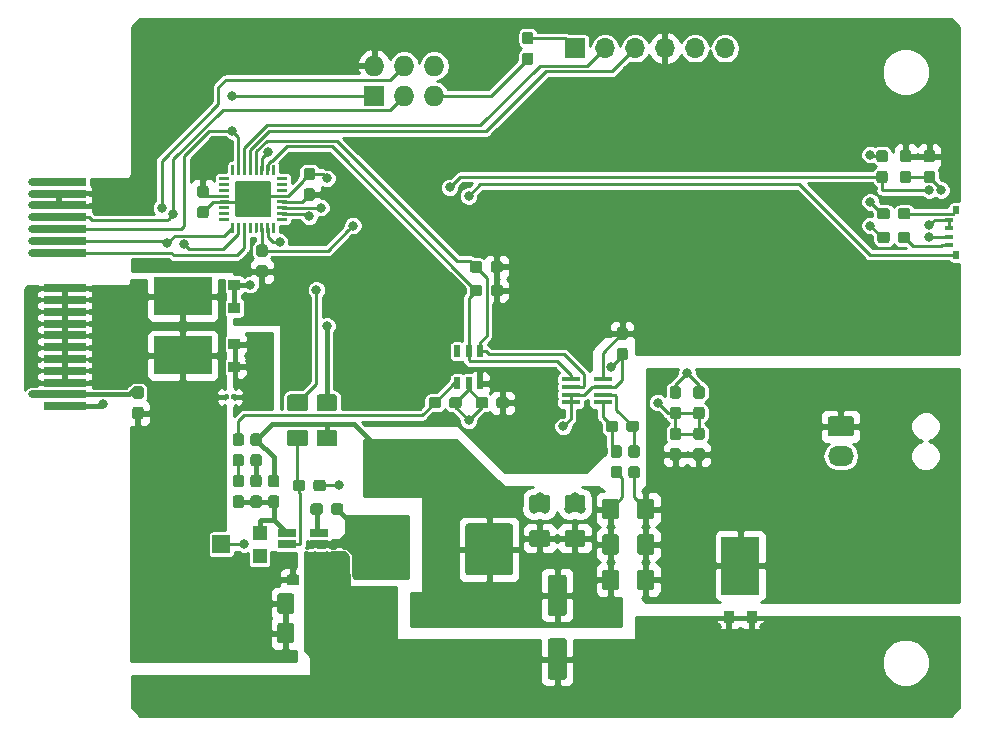
<source format=gbr>
G04 #@! TF.GenerationSoftware,KiCad,Pcbnew,5.0.2+dfsg1-1*
G04 #@! TF.CreationDate,2021-07-01T00:11:18-05:00*
G04 #@! TF.ProjectId,dcpsu-card-a,64637073-752d-4636-9172-642d612e6b69,v0.4-DI-WIP*
G04 #@! TF.SameCoordinates,Original*
G04 #@! TF.FileFunction,Copper,L1,Top*
G04 #@! TF.FilePolarity,Positive*
%FSLAX46Y46*%
G04 Gerber Fmt 4.6, Leading zero omitted, Abs format (unit mm)*
G04 Created by KiCad (PCBNEW 5.0.2+dfsg1-1) date Thu 01 Jul 2021 12:11:18 AM CDT*
%MOMM*%
%LPD*%
G01*
G04 APERTURE LIST*
G04 #@! TA.AperFunction,Conductor*
%ADD10C,0.100000*%
G04 #@! TD*
G04 #@! TA.AperFunction,SMDPad,CuDef*
%ADD11C,4.050000*%
G04 #@! TD*
G04 #@! TA.AperFunction,SMDPad,CuDef*
%ADD12C,0.950000*%
G04 #@! TD*
G04 #@! TA.AperFunction,SMDPad,CuDef*
%ADD13R,0.950000X1.000000*%
G04 #@! TD*
G04 #@! TA.AperFunction,SMDPad,CuDef*
%ADD14R,3.200000X4.900000*%
G04 #@! TD*
G04 #@! TA.AperFunction,SMDPad,CuDef*
%ADD15C,1.425000*%
G04 #@! TD*
G04 #@! TA.AperFunction,SMDPad,CuDef*
%ADD16C,0.250000*%
G04 #@! TD*
G04 #@! TA.AperFunction,SMDPad,CuDef*
%ADD17C,3.100000*%
G04 #@! TD*
G04 #@! TA.AperFunction,SMDPad,CuDef*
%ADD18R,1.560000X0.400000*%
G04 #@! TD*
G04 #@! TA.AperFunction,ComponentPad*
%ADD19O,1.700000X1.700000*%
G04 #@! TD*
G04 #@! TA.AperFunction,ComponentPad*
%ADD20R,1.700000X1.700000*%
G04 #@! TD*
G04 #@! TA.AperFunction,ComponentPad*
%ADD21R,1.727200X1.727200*%
G04 #@! TD*
G04 #@! TA.AperFunction,ComponentPad*
%ADD22O,1.727200X1.727200*%
G04 #@! TD*
G04 #@! TA.AperFunction,SMDPad,CuDef*
%ADD23R,0.800000X0.400000*%
G04 #@! TD*
G04 #@! TA.AperFunction,SMDPad,CuDef*
%ADD24R,0.630000X0.660000*%
G04 #@! TD*
G04 #@! TA.AperFunction,SMDPad,CuDef*
%ADD25R,0.550000X1.000000*%
G04 #@! TD*
G04 #@! TA.AperFunction,ConnectorPad*
%ADD26R,3.600000X0.650000*%
G04 #@! TD*
G04 #@! TA.AperFunction,ConnectorPad*
%ADD27R,4.600000X0.650000*%
G04 #@! TD*
G04 #@! TA.AperFunction,ConnectorPad*
%ADD28O,0.650000X0.650000*%
G04 #@! TD*
G04 #@! TA.AperFunction,SMDPad,CuDef*
%ADD29C,1.600000*%
G04 #@! TD*
G04 #@! TA.AperFunction,ComponentPad*
%ADD30C,1.700000*%
G04 #@! TD*
G04 #@! TA.AperFunction,ComponentPad*
%ADD31O,2.200000X1.700000*%
G04 #@! TD*
G04 #@! TA.AperFunction,SMDPad,CuDef*
%ADD32R,1.000000X0.950000*%
G04 #@! TD*
G04 #@! TA.AperFunction,SMDPad,CuDef*
%ADD33R,4.900000X3.200000*%
G04 #@! TD*
G04 #@! TA.AperFunction,SMDPad,CuDef*
%ADD34R,1.560000X0.650000*%
G04 #@! TD*
G04 #@! TA.AperFunction,SMDPad,CuDef*
%ADD35C,0.400000*%
G04 #@! TD*
G04 #@! TA.AperFunction,SMDPad,CuDef*
%ADD36R,1.500000X1.600000*%
G04 #@! TD*
G04 #@! TA.AperFunction,SMDPad,CuDef*
%ADD37R,1.200000X1.200000*%
G04 #@! TD*
G04 #@! TA.AperFunction,ViaPad*
%ADD38C,0.800000*%
G04 #@! TD*
G04 #@! TA.AperFunction,Conductor*
%ADD39C,0.250000*%
G04 #@! TD*
G04 #@! TA.AperFunction,Conductor*
%ADD40C,0.381000*%
G04 #@! TD*
G04 #@! TA.AperFunction,Conductor*
%ADD41C,0.254000*%
G04 #@! TD*
G04 APERTURE END LIST*
D10*
G04 #@! TO.N,Net-(C10-Pad1)*
G04 #@! TO.C,L1*
G36*
X121465064Y-113216521D02*
X121495729Y-113221070D01*
X121525801Y-113228603D01*
X121554990Y-113239046D01*
X121583014Y-113252301D01*
X121609605Y-113268239D01*
X121634505Y-113286706D01*
X121657475Y-113307525D01*
X121678294Y-113330495D01*
X121696761Y-113355395D01*
X121712699Y-113381986D01*
X121725954Y-113410010D01*
X121736397Y-113439199D01*
X121743930Y-113469271D01*
X121748479Y-113499936D01*
X121750000Y-113530900D01*
X121750000Y-117299100D01*
X121748479Y-117330064D01*
X121743930Y-117360729D01*
X121736397Y-117390801D01*
X121725954Y-117419990D01*
X121712699Y-117448014D01*
X121696761Y-117474605D01*
X121678294Y-117499505D01*
X121657475Y-117522475D01*
X121634505Y-117543294D01*
X121609605Y-117561761D01*
X121583014Y-117577699D01*
X121554990Y-117590954D01*
X121525801Y-117601397D01*
X121495729Y-117608930D01*
X121465064Y-117613479D01*
X121434100Y-117615000D01*
X118015900Y-117615000D01*
X117984936Y-117613479D01*
X117954271Y-117608930D01*
X117924199Y-117601397D01*
X117895010Y-117590954D01*
X117866986Y-117577699D01*
X117840395Y-117561761D01*
X117815495Y-117543294D01*
X117792525Y-117522475D01*
X117771706Y-117499505D01*
X117753239Y-117474605D01*
X117737301Y-117448014D01*
X117724046Y-117419990D01*
X117713603Y-117390801D01*
X117706070Y-117360729D01*
X117701521Y-117330064D01*
X117700000Y-117299100D01*
X117700000Y-113530900D01*
X117701521Y-113499936D01*
X117706070Y-113469271D01*
X117713603Y-113439199D01*
X117724046Y-113410010D01*
X117737301Y-113381986D01*
X117753239Y-113355395D01*
X117771706Y-113330495D01*
X117792525Y-113307525D01*
X117815495Y-113286706D01*
X117840395Y-113268239D01*
X117866986Y-113252301D01*
X117895010Y-113239046D01*
X117924199Y-113228603D01*
X117954271Y-113221070D01*
X117984936Y-113216521D01*
X118015900Y-113215000D01*
X121434100Y-113215000D01*
X121465064Y-113216521D01*
X121465064Y-113216521D01*
G37*
D11*
G04 #@! TD*
G04 #@! TO.P,L1,2*
G04 #@! TO.N,Net-(C10-Pad1)*
X119725000Y-115415000D03*
D10*
G04 #@! TO.N,Net-(C5-Pad2)*
G04 #@! TO.C,L1*
G36*
X112015064Y-113216521D02*
X112045729Y-113221070D01*
X112075801Y-113228603D01*
X112104990Y-113239046D01*
X112133014Y-113252301D01*
X112159605Y-113268239D01*
X112184505Y-113286706D01*
X112207475Y-113307525D01*
X112228294Y-113330495D01*
X112246761Y-113355395D01*
X112262699Y-113381986D01*
X112275954Y-113410010D01*
X112286397Y-113439199D01*
X112293930Y-113469271D01*
X112298479Y-113499936D01*
X112300000Y-113530900D01*
X112300000Y-117299100D01*
X112298479Y-117330064D01*
X112293930Y-117360729D01*
X112286397Y-117390801D01*
X112275954Y-117419990D01*
X112262699Y-117448014D01*
X112246761Y-117474605D01*
X112228294Y-117499505D01*
X112207475Y-117522475D01*
X112184505Y-117543294D01*
X112159605Y-117561761D01*
X112133014Y-117577699D01*
X112104990Y-117590954D01*
X112075801Y-117601397D01*
X112045729Y-117608930D01*
X112015064Y-117613479D01*
X111984100Y-117615000D01*
X108565900Y-117615000D01*
X108534936Y-117613479D01*
X108504271Y-117608930D01*
X108474199Y-117601397D01*
X108445010Y-117590954D01*
X108416986Y-117577699D01*
X108390395Y-117561761D01*
X108365495Y-117543294D01*
X108342525Y-117522475D01*
X108321706Y-117499505D01*
X108303239Y-117474605D01*
X108287301Y-117448014D01*
X108274046Y-117419990D01*
X108263603Y-117390801D01*
X108256070Y-117360729D01*
X108251521Y-117330064D01*
X108250000Y-117299100D01*
X108250000Y-113530900D01*
X108251521Y-113499936D01*
X108256070Y-113469271D01*
X108263603Y-113439199D01*
X108274046Y-113410010D01*
X108287301Y-113381986D01*
X108303239Y-113355395D01*
X108321706Y-113330495D01*
X108342525Y-113307525D01*
X108365495Y-113286706D01*
X108390395Y-113268239D01*
X108416986Y-113252301D01*
X108445010Y-113239046D01*
X108474199Y-113228603D01*
X108504271Y-113221070D01*
X108534936Y-113216521D01*
X108565900Y-113215000D01*
X111984100Y-113215000D01*
X112015064Y-113216521D01*
X112015064Y-113216521D01*
G37*
D11*
G04 #@! TD*
G04 #@! TO.P,L1,1*
G04 #@! TO.N,Net-(C5-Pad2)*
X110275000Y-115415000D03*
D10*
G04 #@! TO.N,/~RESET*
G04 #@! TO.C,R1*
G36*
X100760779Y-89601144D02*
X100783834Y-89604563D01*
X100806443Y-89610227D01*
X100828387Y-89618079D01*
X100849457Y-89628044D01*
X100869448Y-89640026D01*
X100888168Y-89653910D01*
X100905438Y-89669562D01*
X100921090Y-89686832D01*
X100934974Y-89705552D01*
X100946956Y-89725543D01*
X100956921Y-89746613D01*
X100964773Y-89768557D01*
X100970437Y-89791166D01*
X100973856Y-89814221D01*
X100975000Y-89837500D01*
X100975000Y-90412500D01*
X100973856Y-90435779D01*
X100970437Y-90458834D01*
X100964773Y-90481443D01*
X100956921Y-90503387D01*
X100946956Y-90524457D01*
X100934974Y-90544448D01*
X100921090Y-90563168D01*
X100905438Y-90580438D01*
X100888168Y-90596090D01*
X100869448Y-90609974D01*
X100849457Y-90621956D01*
X100828387Y-90631921D01*
X100806443Y-90639773D01*
X100783834Y-90645437D01*
X100760779Y-90648856D01*
X100737500Y-90650000D01*
X100262500Y-90650000D01*
X100239221Y-90648856D01*
X100216166Y-90645437D01*
X100193557Y-90639773D01*
X100171613Y-90631921D01*
X100150543Y-90621956D01*
X100130552Y-90609974D01*
X100111832Y-90596090D01*
X100094562Y-90580438D01*
X100078910Y-90563168D01*
X100065026Y-90544448D01*
X100053044Y-90524457D01*
X100043079Y-90503387D01*
X100035227Y-90481443D01*
X100029563Y-90458834D01*
X100026144Y-90435779D01*
X100025000Y-90412500D01*
X100025000Y-89837500D01*
X100026144Y-89814221D01*
X100029563Y-89791166D01*
X100035227Y-89768557D01*
X100043079Y-89746613D01*
X100053044Y-89725543D01*
X100065026Y-89705552D01*
X100078910Y-89686832D01*
X100094562Y-89669562D01*
X100111832Y-89653910D01*
X100130552Y-89640026D01*
X100150543Y-89628044D01*
X100171613Y-89618079D01*
X100193557Y-89610227D01*
X100216166Y-89604563D01*
X100239221Y-89601144D01*
X100262500Y-89600000D01*
X100737500Y-89600000D01*
X100760779Y-89601144D01*
X100760779Y-89601144D01*
G37*
D12*
G04 #@! TD*
G04 #@! TO.P,R1,2*
G04 #@! TO.N,/~RESET*
X100500000Y-90125000D03*
D10*
G04 #@! TO.N,+5V*
G04 #@! TO.C,R1*
G36*
X100760779Y-91351144D02*
X100783834Y-91354563D01*
X100806443Y-91360227D01*
X100828387Y-91368079D01*
X100849457Y-91378044D01*
X100869448Y-91390026D01*
X100888168Y-91403910D01*
X100905438Y-91419562D01*
X100921090Y-91436832D01*
X100934974Y-91455552D01*
X100946956Y-91475543D01*
X100956921Y-91496613D01*
X100964773Y-91518557D01*
X100970437Y-91541166D01*
X100973856Y-91564221D01*
X100975000Y-91587500D01*
X100975000Y-92162500D01*
X100973856Y-92185779D01*
X100970437Y-92208834D01*
X100964773Y-92231443D01*
X100956921Y-92253387D01*
X100946956Y-92274457D01*
X100934974Y-92294448D01*
X100921090Y-92313168D01*
X100905438Y-92330438D01*
X100888168Y-92346090D01*
X100869448Y-92359974D01*
X100849457Y-92371956D01*
X100828387Y-92381921D01*
X100806443Y-92389773D01*
X100783834Y-92395437D01*
X100760779Y-92398856D01*
X100737500Y-92400000D01*
X100262500Y-92400000D01*
X100239221Y-92398856D01*
X100216166Y-92395437D01*
X100193557Y-92389773D01*
X100171613Y-92381921D01*
X100150543Y-92371956D01*
X100130552Y-92359974D01*
X100111832Y-92346090D01*
X100094562Y-92330438D01*
X100078910Y-92313168D01*
X100065026Y-92294448D01*
X100053044Y-92274457D01*
X100043079Y-92253387D01*
X100035227Y-92231443D01*
X100029563Y-92208834D01*
X100026144Y-92185779D01*
X100025000Y-92162500D01*
X100025000Y-91587500D01*
X100026144Y-91564221D01*
X100029563Y-91541166D01*
X100035227Y-91518557D01*
X100043079Y-91496613D01*
X100053044Y-91475543D01*
X100065026Y-91455552D01*
X100078910Y-91436832D01*
X100094562Y-91419562D01*
X100111832Y-91403910D01*
X100130552Y-91390026D01*
X100150543Y-91378044D01*
X100171613Y-91368079D01*
X100193557Y-91360227D01*
X100216166Y-91354563D01*
X100239221Y-91351144D01*
X100262500Y-91350000D01*
X100737500Y-91350000D01*
X100760779Y-91351144D01*
X100760779Y-91351144D01*
G37*
D12*
G04 #@! TD*
G04 #@! TO.P,R1,1*
G04 #@! TO.N,+5V*
X100500000Y-91875000D03*
D10*
G04 #@! TO.N,Net-(C16-Pad1)*
G04 #@! TO.C,R20*
G36*
X98760779Y-105601144D02*
X98783834Y-105604563D01*
X98806443Y-105610227D01*
X98828387Y-105618079D01*
X98849457Y-105628044D01*
X98869448Y-105640026D01*
X98888168Y-105653910D01*
X98905438Y-105669562D01*
X98921090Y-105686832D01*
X98934974Y-105705552D01*
X98946956Y-105725543D01*
X98956921Y-105746613D01*
X98964773Y-105768557D01*
X98970437Y-105791166D01*
X98973856Y-105814221D01*
X98975000Y-105837500D01*
X98975000Y-106412500D01*
X98973856Y-106435779D01*
X98970437Y-106458834D01*
X98964773Y-106481443D01*
X98956921Y-106503387D01*
X98946956Y-106524457D01*
X98934974Y-106544448D01*
X98921090Y-106563168D01*
X98905438Y-106580438D01*
X98888168Y-106596090D01*
X98869448Y-106609974D01*
X98849457Y-106621956D01*
X98828387Y-106631921D01*
X98806443Y-106639773D01*
X98783834Y-106645437D01*
X98760779Y-106648856D01*
X98737500Y-106650000D01*
X98262500Y-106650000D01*
X98239221Y-106648856D01*
X98216166Y-106645437D01*
X98193557Y-106639773D01*
X98171613Y-106631921D01*
X98150543Y-106621956D01*
X98130552Y-106609974D01*
X98111832Y-106596090D01*
X98094562Y-106580438D01*
X98078910Y-106563168D01*
X98065026Y-106544448D01*
X98053044Y-106524457D01*
X98043079Y-106503387D01*
X98035227Y-106481443D01*
X98029563Y-106458834D01*
X98026144Y-106435779D01*
X98025000Y-106412500D01*
X98025000Y-105837500D01*
X98026144Y-105814221D01*
X98029563Y-105791166D01*
X98035227Y-105768557D01*
X98043079Y-105746613D01*
X98053044Y-105725543D01*
X98065026Y-105705552D01*
X98078910Y-105686832D01*
X98094562Y-105669562D01*
X98111832Y-105653910D01*
X98130552Y-105640026D01*
X98150543Y-105628044D01*
X98171613Y-105618079D01*
X98193557Y-105610227D01*
X98216166Y-105604563D01*
X98239221Y-105601144D01*
X98262500Y-105600000D01*
X98737500Y-105600000D01*
X98760779Y-105601144D01*
X98760779Y-105601144D01*
G37*
D12*
G04 #@! TD*
G04 #@! TO.P,R20,2*
G04 #@! TO.N,Net-(C16-Pad1)*
X98500000Y-106125000D03*
D10*
G04 #@! TO.N,Net-(R20-Pad1)*
G04 #@! TO.C,R20*
G36*
X98760779Y-107351144D02*
X98783834Y-107354563D01*
X98806443Y-107360227D01*
X98828387Y-107368079D01*
X98849457Y-107378044D01*
X98869448Y-107390026D01*
X98888168Y-107403910D01*
X98905438Y-107419562D01*
X98921090Y-107436832D01*
X98934974Y-107455552D01*
X98946956Y-107475543D01*
X98956921Y-107496613D01*
X98964773Y-107518557D01*
X98970437Y-107541166D01*
X98973856Y-107564221D01*
X98975000Y-107587500D01*
X98975000Y-108162500D01*
X98973856Y-108185779D01*
X98970437Y-108208834D01*
X98964773Y-108231443D01*
X98956921Y-108253387D01*
X98946956Y-108274457D01*
X98934974Y-108294448D01*
X98921090Y-108313168D01*
X98905438Y-108330438D01*
X98888168Y-108346090D01*
X98869448Y-108359974D01*
X98849457Y-108371956D01*
X98828387Y-108381921D01*
X98806443Y-108389773D01*
X98783834Y-108395437D01*
X98760779Y-108398856D01*
X98737500Y-108400000D01*
X98262500Y-108400000D01*
X98239221Y-108398856D01*
X98216166Y-108395437D01*
X98193557Y-108389773D01*
X98171613Y-108381921D01*
X98150543Y-108371956D01*
X98130552Y-108359974D01*
X98111832Y-108346090D01*
X98094562Y-108330438D01*
X98078910Y-108313168D01*
X98065026Y-108294448D01*
X98053044Y-108274457D01*
X98043079Y-108253387D01*
X98035227Y-108231443D01*
X98029563Y-108208834D01*
X98026144Y-108185779D01*
X98025000Y-108162500D01*
X98025000Y-107587500D01*
X98026144Y-107564221D01*
X98029563Y-107541166D01*
X98035227Y-107518557D01*
X98043079Y-107496613D01*
X98053044Y-107475543D01*
X98065026Y-107455552D01*
X98078910Y-107436832D01*
X98094562Y-107419562D01*
X98111832Y-107403910D01*
X98130552Y-107390026D01*
X98150543Y-107378044D01*
X98171613Y-107368079D01*
X98193557Y-107360227D01*
X98216166Y-107354563D01*
X98239221Y-107351144D01*
X98262500Y-107350000D01*
X98737500Y-107350000D01*
X98760779Y-107351144D01*
X98760779Y-107351144D01*
G37*
D12*
G04 #@! TD*
G04 #@! TO.P,R20,1*
G04 #@! TO.N,Net-(R20-Pad1)*
X98500000Y-107875000D03*
D10*
G04 #@! TO.N,Net-(C3-Pad2)*
G04 #@! TO.C,C3*
G36*
X123260779Y-71601144D02*
X123283834Y-71604563D01*
X123306443Y-71610227D01*
X123328387Y-71618079D01*
X123349457Y-71628044D01*
X123369448Y-71640026D01*
X123388168Y-71653910D01*
X123405438Y-71669562D01*
X123421090Y-71686832D01*
X123434974Y-71705552D01*
X123446956Y-71725543D01*
X123456921Y-71746613D01*
X123464773Y-71768557D01*
X123470437Y-71791166D01*
X123473856Y-71814221D01*
X123475000Y-71837500D01*
X123475000Y-72412500D01*
X123473856Y-72435779D01*
X123470437Y-72458834D01*
X123464773Y-72481443D01*
X123456921Y-72503387D01*
X123446956Y-72524457D01*
X123434974Y-72544448D01*
X123421090Y-72563168D01*
X123405438Y-72580438D01*
X123388168Y-72596090D01*
X123369448Y-72609974D01*
X123349457Y-72621956D01*
X123328387Y-72631921D01*
X123306443Y-72639773D01*
X123283834Y-72645437D01*
X123260779Y-72648856D01*
X123237500Y-72650000D01*
X122762500Y-72650000D01*
X122739221Y-72648856D01*
X122716166Y-72645437D01*
X122693557Y-72639773D01*
X122671613Y-72631921D01*
X122650543Y-72621956D01*
X122630552Y-72609974D01*
X122611832Y-72596090D01*
X122594562Y-72580438D01*
X122578910Y-72563168D01*
X122565026Y-72544448D01*
X122553044Y-72524457D01*
X122543079Y-72503387D01*
X122535227Y-72481443D01*
X122529563Y-72458834D01*
X122526144Y-72435779D01*
X122525000Y-72412500D01*
X122525000Y-71837500D01*
X122526144Y-71814221D01*
X122529563Y-71791166D01*
X122535227Y-71768557D01*
X122543079Y-71746613D01*
X122553044Y-71725543D01*
X122565026Y-71705552D01*
X122578910Y-71686832D01*
X122594562Y-71669562D01*
X122611832Y-71653910D01*
X122630552Y-71640026D01*
X122650543Y-71628044D01*
X122671613Y-71618079D01*
X122693557Y-71610227D01*
X122716166Y-71604563D01*
X122739221Y-71601144D01*
X122762500Y-71600000D01*
X123237500Y-71600000D01*
X123260779Y-71601144D01*
X123260779Y-71601144D01*
G37*
D12*
G04 #@! TD*
G04 #@! TO.P,C3,2*
G04 #@! TO.N,Net-(C3-Pad2)*
X123000000Y-72125000D03*
D10*
G04 #@! TO.N,/~RESET*
G04 #@! TO.C,C3*
G36*
X123260779Y-73351144D02*
X123283834Y-73354563D01*
X123306443Y-73360227D01*
X123328387Y-73368079D01*
X123349457Y-73378044D01*
X123369448Y-73390026D01*
X123388168Y-73403910D01*
X123405438Y-73419562D01*
X123421090Y-73436832D01*
X123434974Y-73455552D01*
X123446956Y-73475543D01*
X123456921Y-73496613D01*
X123464773Y-73518557D01*
X123470437Y-73541166D01*
X123473856Y-73564221D01*
X123475000Y-73587500D01*
X123475000Y-74162500D01*
X123473856Y-74185779D01*
X123470437Y-74208834D01*
X123464773Y-74231443D01*
X123456921Y-74253387D01*
X123446956Y-74274457D01*
X123434974Y-74294448D01*
X123421090Y-74313168D01*
X123405438Y-74330438D01*
X123388168Y-74346090D01*
X123369448Y-74359974D01*
X123349457Y-74371956D01*
X123328387Y-74381921D01*
X123306443Y-74389773D01*
X123283834Y-74395437D01*
X123260779Y-74398856D01*
X123237500Y-74400000D01*
X122762500Y-74400000D01*
X122739221Y-74398856D01*
X122716166Y-74395437D01*
X122693557Y-74389773D01*
X122671613Y-74381921D01*
X122650543Y-74371956D01*
X122630552Y-74359974D01*
X122611832Y-74346090D01*
X122594562Y-74330438D01*
X122578910Y-74313168D01*
X122565026Y-74294448D01*
X122553044Y-74274457D01*
X122543079Y-74253387D01*
X122535227Y-74231443D01*
X122529563Y-74208834D01*
X122526144Y-74185779D01*
X122525000Y-74162500D01*
X122525000Y-73587500D01*
X122526144Y-73564221D01*
X122529563Y-73541166D01*
X122535227Y-73518557D01*
X122543079Y-73496613D01*
X122553044Y-73475543D01*
X122565026Y-73455552D01*
X122578910Y-73436832D01*
X122594562Y-73419562D01*
X122611832Y-73403910D01*
X122630552Y-73390026D01*
X122650543Y-73378044D01*
X122671613Y-73368079D01*
X122693557Y-73360227D01*
X122716166Y-73354563D01*
X122739221Y-73351144D01*
X122762500Y-73350000D01*
X123237500Y-73350000D01*
X123260779Y-73351144D01*
X123260779Y-73351144D01*
G37*
D12*
G04 #@! TD*
G04 #@! TO.P,C3,1*
G04 #@! TO.N,/~RESET*
X123000000Y-73875000D03*
D10*
G04 #@! TO.N,Net-(C5-Pad2)*
G04 #@! TO.C,C5*
G36*
X107185779Y-111526144D02*
X107208834Y-111529563D01*
X107231443Y-111535227D01*
X107253387Y-111543079D01*
X107274457Y-111553044D01*
X107294448Y-111565026D01*
X107313168Y-111578910D01*
X107330438Y-111594562D01*
X107346090Y-111611832D01*
X107359974Y-111630552D01*
X107371956Y-111650543D01*
X107381921Y-111671613D01*
X107389773Y-111693557D01*
X107395437Y-111716166D01*
X107398856Y-111739221D01*
X107400000Y-111762500D01*
X107400000Y-112237500D01*
X107398856Y-112260779D01*
X107395437Y-112283834D01*
X107389773Y-112306443D01*
X107381921Y-112328387D01*
X107371956Y-112349457D01*
X107359974Y-112369448D01*
X107346090Y-112388168D01*
X107330438Y-112405438D01*
X107313168Y-112421090D01*
X107294448Y-112434974D01*
X107274457Y-112446956D01*
X107253387Y-112456921D01*
X107231443Y-112464773D01*
X107208834Y-112470437D01*
X107185779Y-112473856D01*
X107162500Y-112475000D01*
X106587500Y-112475000D01*
X106564221Y-112473856D01*
X106541166Y-112470437D01*
X106518557Y-112464773D01*
X106496613Y-112456921D01*
X106475543Y-112446956D01*
X106455552Y-112434974D01*
X106436832Y-112421090D01*
X106419562Y-112405438D01*
X106403910Y-112388168D01*
X106390026Y-112369448D01*
X106378044Y-112349457D01*
X106368079Y-112328387D01*
X106360227Y-112306443D01*
X106354563Y-112283834D01*
X106351144Y-112260779D01*
X106350000Y-112237500D01*
X106350000Y-111762500D01*
X106351144Y-111739221D01*
X106354563Y-111716166D01*
X106360227Y-111693557D01*
X106368079Y-111671613D01*
X106378044Y-111650543D01*
X106390026Y-111630552D01*
X106403910Y-111611832D01*
X106419562Y-111594562D01*
X106436832Y-111578910D01*
X106455552Y-111565026D01*
X106475543Y-111553044D01*
X106496613Y-111543079D01*
X106518557Y-111535227D01*
X106541166Y-111529563D01*
X106564221Y-111526144D01*
X106587500Y-111525000D01*
X107162500Y-111525000D01*
X107185779Y-111526144D01*
X107185779Y-111526144D01*
G37*
D12*
G04 #@! TD*
G04 #@! TO.P,C5,2*
G04 #@! TO.N,Net-(C5-Pad2)*
X106875000Y-112000000D03*
D10*
G04 #@! TO.N,Net-(C5-Pad1)*
G04 #@! TO.C,C5*
G36*
X105435779Y-111526144D02*
X105458834Y-111529563D01*
X105481443Y-111535227D01*
X105503387Y-111543079D01*
X105524457Y-111553044D01*
X105544448Y-111565026D01*
X105563168Y-111578910D01*
X105580438Y-111594562D01*
X105596090Y-111611832D01*
X105609974Y-111630552D01*
X105621956Y-111650543D01*
X105631921Y-111671613D01*
X105639773Y-111693557D01*
X105645437Y-111716166D01*
X105648856Y-111739221D01*
X105650000Y-111762500D01*
X105650000Y-112237500D01*
X105648856Y-112260779D01*
X105645437Y-112283834D01*
X105639773Y-112306443D01*
X105631921Y-112328387D01*
X105621956Y-112349457D01*
X105609974Y-112369448D01*
X105596090Y-112388168D01*
X105580438Y-112405438D01*
X105563168Y-112421090D01*
X105544448Y-112434974D01*
X105524457Y-112446956D01*
X105503387Y-112456921D01*
X105481443Y-112464773D01*
X105458834Y-112470437D01*
X105435779Y-112473856D01*
X105412500Y-112475000D01*
X104837500Y-112475000D01*
X104814221Y-112473856D01*
X104791166Y-112470437D01*
X104768557Y-112464773D01*
X104746613Y-112456921D01*
X104725543Y-112446956D01*
X104705552Y-112434974D01*
X104686832Y-112421090D01*
X104669562Y-112405438D01*
X104653910Y-112388168D01*
X104640026Y-112369448D01*
X104628044Y-112349457D01*
X104618079Y-112328387D01*
X104610227Y-112306443D01*
X104604563Y-112283834D01*
X104601144Y-112260779D01*
X104600000Y-112237500D01*
X104600000Y-111762500D01*
X104601144Y-111739221D01*
X104604563Y-111716166D01*
X104610227Y-111693557D01*
X104618079Y-111671613D01*
X104628044Y-111650543D01*
X104640026Y-111630552D01*
X104653910Y-111611832D01*
X104669562Y-111594562D01*
X104686832Y-111578910D01*
X104705552Y-111565026D01*
X104725543Y-111553044D01*
X104746613Y-111543079D01*
X104768557Y-111535227D01*
X104791166Y-111529563D01*
X104814221Y-111526144D01*
X104837500Y-111525000D01*
X105412500Y-111525000D01*
X105435779Y-111526144D01*
X105435779Y-111526144D01*
G37*
D12*
G04 #@! TD*
G04 #@! TO.P,C5,1*
G04 #@! TO.N,Net-(C5-Pad1)*
X105125000Y-112000000D03*
D10*
G04 #@! TO.N,Net-(C14-Pad2)*
G04 #@! TO.C,C14*
G36*
X132185779Y-104526144D02*
X132208834Y-104529563D01*
X132231443Y-104535227D01*
X132253387Y-104543079D01*
X132274457Y-104553044D01*
X132294448Y-104565026D01*
X132313168Y-104578910D01*
X132330438Y-104594562D01*
X132346090Y-104611832D01*
X132359974Y-104630552D01*
X132371956Y-104650543D01*
X132381921Y-104671613D01*
X132389773Y-104693557D01*
X132395437Y-104716166D01*
X132398856Y-104739221D01*
X132400000Y-104762500D01*
X132400000Y-105237500D01*
X132398856Y-105260779D01*
X132395437Y-105283834D01*
X132389773Y-105306443D01*
X132381921Y-105328387D01*
X132371956Y-105349457D01*
X132359974Y-105369448D01*
X132346090Y-105388168D01*
X132330438Y-105405438D01*
X132313168Y-105421090D01*
X132294448Y-105434974D01*
X132274457Y-105446956D01*
X132253387Y-105456921D01*
X132231443Y-105464773D01*
X132208834Y-105470437D01*
X132185779Y-105473856D01*
X132162500Y-105475000D01*
X131587500Y-105475000D01*
X131564221Y-105473856D01*
X131541166Y-105470437D01*
X131518557Y-105464773D01*
X131496613Y-105456921D01*
X131475543Y-105446956D01*
X131455552Y-105434974D01*
X131436832Y-105421090D01*
X131419562Y-105405438D01*
X131403910Y-105388168D01*
X131390026Y-105369448D01*
X131378044Y-105349457D01*
X131368079Y-105328387D01*
X131360227Y-105306443D01*
X131354563Y-105283834D01*
X131351144Y-105260779D01*
X131350000Y-105237500D01*
X131350000Y-104762500D01*
X131351144Y-104739221D01*
X131354563Y-104716166D01*
X131360227Y-104693557D01*
X131368079Y-104671613D01*
X131378044Y-104650543D01*
X131390026Y-104630552D01*
X131403910Y-104611832D01*
X131419562Y-104594562D01*
X131436832Y-104578910D01*
X131455552Y-104565026D01*
X131475543Y-104553044D01*
X131496613Y-104543079D01*
X131518557Y-104535227D01*
X131541166Y-104529563D01*
X131564221Y-104526144D01*
X131587500Y-104525000D01*
X132162500Y-104525000D01*
X132185779Y-104526144D01*
X132185779Y-104526144D01*
G37*
D12*
G04 #@! TD*
G04 #@! TO.P,C14,2*
G04 #@! TO.N,Net-(C14-Pad2)*
X131875000Y-105000000D03*
D10*
G04 #@! TO.N,Net-(C14-Pad1)*
G04 #@! TO.C,C14*
G36*
X130435779Y-104526144D02*
X130458834Y-104529563D01*
X130481443Y-104535227D01*
X130503387Y-104543079D01*
X130524457Y-104553044D01*
X130544448Y-104565026D01*
X130563168Y-104578910D01*
X130580438Y-104594562D01*
X130596090Y-104611832D01*
X130609974Y-104630552D01*
X130621956Y-104650543D01*
X130631921Y-104671613D01*
X130639773Y-104693557D01*
X130645437Y-104716166D01*
X130648856Y-104739221D01*
X130650000Y-104762500D01*
X130650000Y-105237500D01*
X130648856Y-105260779D01*
X130645437Y-105283834D01*
X130639773Y-105306443D01*
X130631921Y-105328387D01*
X130621956Y-105349457D01*
X130609974Y-105369448D01*
X130596090Y-105388168D01*
X130580438Y-105405438D01*
X130563168Y-105421090D01*
X130544448Y-105434974D01*
X130524457Y-105446956D01*
X130503387Y-105456921D01*
X130481443Y-105464773D01*
X130458834Y-105470437D01*
X130435779Y-105473856D01*
X130412500Y-105475000D01*
X129837500Y-105475000D01*
X129814221Y-105473856D01*
X129791166Y-105470437D01*
X129768557Y-105464773D01*
X129746613Y-105456921D01*
X129725543Y-105446956D01*
X129705552Y-105434974D01*
X129686832Y-105421090D01*
X129669562Y-105405438D01*
X129653910Y-105388168D01*
X129640026Y-105369448D01*
X129628044Y-105349457D01*
X129618079Y-105328387D01*
X129610227Y-105306443D01*
X129604563Y-105283834D01*
X129601144Y-105260779D01*
X129600000Y-105237500D01*
X129600000Y-104762500D01*
X129601144Y-104739221D01*
X129604563Y-104716166D01*
X129610227Y-104693557D01*
X129618079Y-104671613D01*
X129628044Y-104650543D01*
X129640026Y-104630552D01*
X129653910Y-104611832D01*
X129669562Y-104594562D01*
X129686832Y-104578910D01*
X129705552Y-104565026D01*
X129725543Y-104553044D01*
X129746613Y-104543079D01*
X129768557Y-104535227D01*
X129791166Y-104529563D01*
X129814221Y-104526144D01*
X129837500Y-104525000D01*
X130412500Y-104525000D01*
X130435779Y-104526144D01*
X130435779Y-104526144D01*
G37*
D12*
G04 #@! TD*
G04 #@! TO.P,C14,1*
G04 #@! TO.N,Net-(C14-Pad1)*
X130125000Y-105000000D03*
D13*
G04 #@! TO.P,D1,2*
G04 #@! TO.N,GND*
X141970000Y-121150000D03*
D14*
G04 #@! TO.P,D1,1*
G04 #@! TO.N,Net-(D1-Pad1)*
X141000000Y-116800000D03*
D13*
G04 #@! TO.P,D1,2*
G04 #@! TO.N,GND*
X140030000Y-121150000D03*
G04 #@! TD*
D10*
G04 #@! TO.N,+5V*
G04 #@! TO.C,C1*
G36*
X104760779Y-84851144D02*
X104783834Y-84854563D01*
X104806443Y-84860227D01*
X104828387Y-84868079D01*
X104849457Y-84878044D01*
X104869448Y-84890026D01*
X104888168Y-84903910D01*
X104905438Y-84919562D01*
X104921090Y-84936832D01*
X104934974Y-84955552D01*
X104946956Y-84975543D01*
X104956921Y-84996613D01*
X104964773Y-85018557D01*
X104970437Y-85041166D01*
X104973856Y-85064221D01*
X104975000Y-85087500D01*
X104975000Y-85662500D01*
X104973856Y-85685779D01*
X104970437Y-85708834D01*
X104964773Y-85731443D01*
X104956921Y-85753387D01*
X104946956Y-85774457D01*
X104934974Y-85794448D01*
X104921090Y-85813168D01*
X104905438Y-85830438D01*
X104888168Y-85846090D01*
X104869448Y-85859974D01*
X104849457Y-85871956D01*
X104828387Y-85881921D01*
X104806443Y-85889773D01*
X104783834Y-85895437D01*
X104760779Y-85898856D01*
X104737500Y-85900000D01*
X104262500Y-85900000D01*
X104239221Y-85898856D01*
X104216166Y-85895437D01*
X104193557Y-85889773D01*
X104171613Y-85881921D01*
X104150543Y-85871956D01*
X104130552Y-85859974D01*
X104111832Y-85846090D01*
X104094562Y-85830438D01*
X104078910Y-85813168D01*
X104065026Y-85794448D01*
X104053044Y-85774457D01*
X104043079Y-85753387D01*
X104035227Y-85731443D01*
X104029563Y-85708834D01*
X104026144Y-85685779D01*
X104025000Y-85662500D01*
X104025000Y-85087500D01*
X104026144Y-85064221D01*
X104029563Y-85041166D01*
X104035227Y-85018557D01*
X104043079Y-84996613D01*
X104053044Y-84975543D01*
X104065026Y-84955552D01*
X104078910Y-84936832D01*
X104094562Y-84919562D01*
X104111832Y-84903910D01*
X104130552Y-84890026D01*
X104150543Y-84878044D01*
X104171613Y-84868079D01*
X104193557Y-84860227D01*
X104216166Y-84854563D01*
X104239221Y-84851144D01*
X104262500Y-84850000D01*
X104737500Y-84850000D01*
X104760779Y-84851144D01*
X104760779Y-84851144D01*
G37*
D12*
G04 #@! TD*
G04 #@! TO.P,C1,2*
G04 #@! TO.N,+5V*
X104500000Y-85375000D03*
D10*
G04 #@! TO.N,GND*
G04 #@! TO.C,C1*
G36*
X104760779Y-83101144D02*
X104783834Y-83104563D01*
X104806443Y-83110227D01*
X104828387Y-83118079D01*
X104849457Y-83128044D01*
X104869448Y-83140026D01*
X104888168Y-83153910D01*
X104905438Y-83169562D01*
X104921090Y-83186832D01*
X104934974Y-83205552D01*
X104946956Y-83225543D01*
X104956921Y-83246613D01*
X104964773Y-83268557D01*
X104970437Y-83291166D01*
X104973856Y-83314221D01*
X104975000Y-83337500D01*
X104975000Y-83912500D01*
X104973856Y-83935779D01*
X104970437Y-83958834D01*
X104964773Y-83981443D01*
X104956921Y-84003387D01*
X104946956Y-84024457D01*
X104934974Y-84044448D01*
X104921090Y-84063168D01*
X104905438Y-84080438D01*
X104888168Y-84096090D01*
X104869448Y-84109974D01*
X104849457Y-84121956D01*
X104828387Y-84131921D01*
X104806443Y-84139773D01*
X104783834Y-84145437D01*
X104760779Y-84148856D01*
X104737500Y-84150000D01*
X104262500Y-84150000D01*
X104239221Y-84148856D01*
X104216166Y-84145437D01*
X104193557Y-84139773D01*
X104171613Y-84131921D01*
X104150543Y-84121956D01*
X104130552Y-84109974D01*
X104111832Y-84096090D01*
X104094562Y-84080438D01*
X104078910Y-84063168D01*
X104065026Y-84044448D01*
X104053044Y-84024457D01*
X104043079Y-84003387D01*
X104035227Y-83981443D01*
X104029563Y-83958834D01*
X104026144Y-83935779D01*
X104025000Y-83912500D01*
X104025000Y-83337500D01*
X104026144Y-83314221D01*
X104029563Y-83291166D01*
X104035227Y-83268557D01*
X104043079Y-83246613D01*
X104053044Y-83225543D01*
X104065026Y-83205552D01*
X104078910Y-83186832D01*
X104094562Y-83169562D01*
X104111832Y-83153910D01*
X104130552Y-83140026D01*
X104150543Y-83128044D01*
X104171613Y-83118079D01*
X104193557Y-83110227D01*
X104216166Y-83104563D01*
X104239221Y-83101144D01*
X104262500Y-83100000D01*
X104737500Y-83100000D01*
X104760779Y-83101144D01*
X104760779Y-83101144D01*
G37*
D12*
G04 #@! TD*
G04 #@! TO.P,C1,1*
G04 #@! TO.N,GND*
X104500000Y-83625000D03*
D10*
G04 #@! TO.N,Net-(C4-Pad2)*
G04 #@! TO.C,C4*
G36*
X101760779Y-110851144D02*
X101783834Y-110854563D01*
X101806443Y-110860227D01*
X101828387Y-110868079D01*
X101849457Y-110878044D01*
X101869448Y-110890026D01*
X101888168Y-110903910D01*
X101905438Y-110919562D01*
X101921090Y-110936832D01*
X101934974Y-110955552D01*
X101946956Y-110975543D01*
X101956921Y-110996613D01*
X101964773Y-111018557D01*
X101970437Y-111041166D01*
X101973856Y-111064221D01*
X101975000Y-111087500D01*
X101975000Y-111662500D01*
X101973856Y-111685779D01*
X101970437Y-111708834D01*
X101964773Y-111731443D01*
X101956921Y-111753387D01*
X101946956Y-111774457D01*
X101934974Y-111794448D01*
X101921090Y-111813168D01*
X101905438Y-111830438D01*
X101888168Y-111846090D01*
X101869448Y-111859974D01*
X101849457Y-111871956D01*
X101828387Y-111881921D01*
X101806443Y-111889773D01*
X101783834Y-111895437D01*
X101760779Y-111898856D01*
X101737500Y-111900000D01*
X101262500Y-111900000D01*
X101239221Y-111898856D01*
X101216166Y-111895437D01*
X101193557Y-111889773D01*
X101171613Y-111881921D01*
X101150543Y-111871956D01*
X101130552Y-111859974D01*
X101111832Y-111846090D01*
X101094562Y-111830438D01*
X101078910Y-111813168D01*
X101065026Y-111794448D01*
X101053044Y-111774457D01*
X101043079Y-111753387D01*
X101035227Y-111731443D01*
X101029563Y-111708834D01*
X101026144Y-111685779D01*
X101025000Y-111662500D01*
X101025000Y-111087500D01*
X101026144Y-111064221D01*
X101029563Y-111041166D01*
X101035227Y-111018557D01*
X101043079Y-110996613D01*
X101053044Y-110975543D01*
X101065026Y-110955552D01*
X101078910Y-110936832D01*
X101094562Y-110919562D01*
X101111832Y-110903910D01*
X101130552Y-110890026D01*
X101150543Y-110878044D01*
X101171613Y-110868079D01*
X101193557Y-110860227D01*
X101216166Y-110854563D01*
X101239221Y-110851144D01*
X101262500Y-110850000D01*
X101737500Y-110850000D01*
X101760779Y-110851144D01*
X101760779Y-110851144D01*
G37*
D12*
G04 #@! TD*
G04 #@! TO.P,C4,2*
G04 #@! TO.N,Net-(C4-Pad2)*
X101500000Y-111375000D03*
D10*
G04 #@! TO.N,Net-(C10-Pad1)*
G04 #@! TO.C,C4*
G36*
X101760779Y-109101144D02*
X101783834Y-109104563D01*
X101806443Y-109110227D01*
X101828387Y-109118079D01*
X101849457Y-109128044D01*
X101869448Y-109140026D01*
X101888168Y-109153910D01*
X101905438Y-109169562D01*
X101921090Y-109186832D01*
X101934974Y-109205552D01*
X101946956Y-109225543D01*
X101956921Y-109246613D01*
X101964773Y-109268557D01*
X101970437Y-109291166D01*
X101973856Y-109314221D01*
X101975000Y-109337500D01*
X101975000Y-109912500D01*
X101973856Y-109935779D01*
X101970437Y-109958834D01*
X101964773Y-109981443D01*
X101956921Y-110003387D01*
X101946956Y-110024457D01*
X101934974Y-110044448D01*
X101921090Y-110063168D01*
X101905438Y-110080438D01*
X101888168Y-110096090D01*
X101869448Y-110109974D01*
X101849457Y-110121956D01*
X101828387Y-110131921D01*
X101806443Y-110139773D01*
X101783834Y-110145437D01*
X101760779Y-110148856D01*
X101737500Y-110150000D01*
X101262500Y-110150000D01*
X101239221Y-110148856D01*
X101216166Y-110145437D01*
X101193557Y-110139773D01*
X101171613Y-110131921D01*
X101150543Y-110121956D01*
X101130552Y-110109974D01*
X101111832Y-110096090D01*
X101094562Y-110080438D01*
X101078910Y-110063168D01*
X101065026Y-110044448D01*
X101053044Y-110024457D01*
X101043079Y-110003387D01*
X101035227Y-109981443D01*
X101029563Y-109958834D01*
X101026144Y-109935779D01*
X101025000Y-109912500D01*
X101025000Y-109337500D01*
X101026144Y-109314221D01*
X101029563Y-109291166D01*
X101035227Y-109268557D01*
X101043079Y-109246613D01*
X101053044Y-109225543D01*
X101065026Y-109205552D01*
X101078910Y-109186832D01*
X101094562Y-109169562D01*
X101111832Y-109153910D01*
X101130552Y-109140026D01*
X101150543Y-109128044D01*
X101171613Y-109118079D01*
X101193557Y-109110227D01*
X101216166Y-109104563D01*
X101239221Y-109101144D01*
X101262500Y-109100000D01*
X101737500Y-109100000D01*
X101760779Y-109101144D01*
X101760779Y-109101144D01*
G37*
D12*
G04 #@! TD*
G04 #@! TO.P,C4,1*
G04 #@! TO.N,Net-(C10-Pad1)*
X101500000Y-109625000D03*
D10*
G04 #@! TO.N,GND*
G04 #@! TO.C,C7*
G36*
X105974504Y-119126204D02*
X105998773Y-119129804D01*
X106022571Y-119135765D01*
X106045671Y-119144030D01*
X106067849Y-119154520D01*
X106088893Y-119167133D01*
X106108598Y-119181747D01*
X106126777Y-119198223D01*
X106143253Y-119216402D01*
X106157867Y-119236107D01*
X106170480Y-119257151D01*
X106180970Y-119279329D01*
X106189235Y-119302429D01*
X106195196Y-119326227D01*
X106198796Y-119350496D01*
X106200000Y-119375000D01*
X106200000Y-120625000D01*
X106198796Y-120649504D01*
X106195196Y-120673773D01*
X106189235Y-120697571D01*
X106180970Y-120720671D01*
X106170480Y-120742849D01*
X106157867Y-120763893D01*
X106143253Y-120783598D01*
X106126777Y-120801777D01*
X106108598Y-120818253D01*
X106088893Y-120832867D01*
X106067849Y-120845480D01*
X106045671Y-120855970D01*
X106022571Y-120864235D01*
X105998773Y-120870196D01*
X105974504Y-120873796D01*
X105950000Y-120875000D01*
X105025000Y-120875000D01*
X105000496Y-120873796D01*
X104976227Y-120870196D01*
X104952429Y-120864235D01*
X104929329Y-120855970D01*
X104907151Y-120845480D01*
X104886107Y-120832867D01*
X104866402Y-120818253D01*
X104848223Y-120801777D01*
X104831747Y-120783598D01*
X104817133Y-120763893D01*
X104804520Y-120742849D01*
X104794030Y-120720671D01*
X104785765Y-120697571D01*
X104779804Y-120673773D01*
X104776204Y-120649504D01*
X104775000Y-120625000D01*
X104775000Y-119375000D01*
X104776204Y-119350496D01*
X104779804Y-119326227D01*
X104785765Y-119302429D01*
X104794030Y-119279329D01*
X104804520Y-119257151D01*
X104817133Y-119236107D01*
X104831747Y-119216402D01*
X104848223Y-119198223D01*
X104866402Y-119181747D01*
X104886107Y-119167133D01*
X104907151Y-119154520D01*
X104929329Y-119144030D01*
X104952429Y-119135765D01*
X104976227Y-119129804D01*
X105000496Y-119126204D01*
X105025000Y-119125000D01*
X105950000Y-119125000D01*
X105974504Y-119126204D01*
X105974504Y-119126204D01*
G37*
D15*
G04 #@! TD*
G04 #@! TO.P,C7,2*
G04 #@! TO.N,GND*
X105487500Y-120000000D03*
D10*
G04 #@! TO.N,+24V*
G04 #@! TO.C,C7*
G36*
X102999504Y-119126204D02*
X103023773Y-119129804D01*
X103047571Y-119135765D01*
X103070671Y-119144030D01*
X103092849Y-119154520D01*
X103113893Y-119167133D01*
X103133598Y-119181747D01*
X103151777Y-119198223D01*
X103168253Y-119216402D01*
X103182867Y-119236107D01*
X103195480Y-119257151D01*
X103205970Y-119279329D01*
X103214235Y-119302429D01*
X103220196Y-119326227D01*
X103223796Y-119350496D01*
X103225000Y-119375000D01*
X103225000Y-120625000D01*
X103223796Y-120649504D01*
X103220196Y-120673773D01*
X103214235Y-120697571D01*
X103205970Y-120720671D01*
X103195480Y-120742849D01*
X103182867Y-120763893D01*
X103168253Y-120783598D01*
X103151777Y-120801777D01*
X103133598Y-120818253D01*
X103113893Y-120832867D01*
X103092849Y-120845480D01*
X103070671Y-120855970D01*
X103047571Y-120864235D01*
X103023773Y-120870196D01*
X102999504Y-120873796D01*
X102975000Y-120875000D01*
X102050000Y-120875000D01*
X102025496Y-120873796D01*
X102001227Y-120870196D01*
X101977429Y-120864235D01*
X101954329Y-120855970D01*
X101932151Y-120845480D01*
X101911107Y-120832867D01*
X101891402Y-120818253D01*
X101873223Y-120801777D01*
X101856747Y-120783598D01*
X101842133Y-120763893D01*
X101829520Y-120742849D01*
X101819030Y-120720671D01*
X101810765Y-120697571D01*
X101804804Y-120673773D01*
X101801204Y-120649504D01*
X101800000Y-120625000D01*
X101800000Y-119375000D01*
X101801204Y-119350496D01*
X101804804Y-119326227D01*
X101810765Y-119302429D01*
X101819030Y-119279329D01*
X101829520Y-119257151D01*
X101842133Y-119236107D01*
X101856747Y-119216402D01*
X101873223Y-119198223D01*
X101891402Y-119181747D01*
X101911107Y-119167133D01*
X101932151Y-119154520D01*
X101954329Y-119144030D01*
X101977429Y-119135765D01*
X102001227Y-119129804D01*
X102025496Y-119126204D01*
X102050000Y-119125000D01*
X102975000Y-119125000D01*
X102999504Y-119126204D01*
X102999504Y-119126204D01*
G37*
D15*
G04 #@! TD*
G04 #@! TO.P,C7,1*
G04 #@! TO.N,+24V*
X102512500Y-120000000D03*
D10*
G04 #@! TO.N,GND*
G04 #@! TO.C,C8*
G36*
X124649504Y-110801204D02*
X124673773Y-110804804D01*
X124697571Y-110810765D01*
X124720671Y-110819030D01*
X124742849Y-110829520D01*
X124763893Y-110842133D01*
X124783598Y-110856747D01*
X124801777Y-110873223D01*
X124818253Y-110891402D01*
X124832867Y-110911107D01*
X124845480Y-110932151D01*
X124855970Y-110954329D01*
X124864235Y-110977429D01*
X124870196Y-111001227D01*
X124873796Y-111025496D01*
X124875000Y-111050000D01*
X124875000Y-111975000D01*
X124873796Y-111999504D01*
X124870196Y-112023773D01*
X124864235Y-112047571D01*
X124855970Y-112070671D01*
X124845480Y-112092849D01*
X124832867Y-112113893D01*
X124818253Y-112133598D01*
X124801777Y-112151777D01*
X124783598Y-112168253D01*
X124763893Y-112182867D01*
X124742849Y-112195480D01*
X124720671Y-112205970D01*
X124697571Y-112214235D01*
X124673773Y-112220196D01*
X124649504Y-112223796D01*
X124625000Y-112225000D01*
X123375000Y-112225000D01*
X123350496Y-112223796D01*
X123326227Y-112220196D01*
X123302429Y-112214235D01*
X123279329Y-112205970D01*
X123257151Y-112195480D01*
X123236107Y-112182867D01*
X123216402Y-112168253D01*
X123198223Y-112151777D01*
X123181747Y-112133598D01*
X123167133Y-112113893D01*
X123154520Y-112092849D01*
X123144030Y-112070671D01*
X123135765Y-112047571D01*
X123129804Y-112023773D01*
X123126204Y-111999504D01*
X123125000Y-111975000D01*
X123125000Y-111050000D01*
X123126204Y-111025496D01*
X123129804Y-111001227D01*
X123135765Y-110977429D01*
X123144030Y-110954329D01*
X123154520Y-110932151D01*
X123167133Y-110911107D01*
X123181747Y-110891402D01*
X123198223Y-110873223D01*
X123216402Y-110856747D01*
X123236107Y-110842133D01*
X123257151Y-110829520D01*
X123279329Y-110819030D01*
X123302429Y-110810765D01*
X123326227Y-110804804D01*
X123350496Y-110801204D01*
X123375000Y-110800000D01*
X124625000Y-110800000D01*
X124649504Y-110801204D01*
X124649504Y-110801204D01*
G37*
D15*
G04 #@! TD*
G04 #@! TO.P,C8,2*
G04 #@! TO.N,GND*
X124000000Y-111512500D03*
D10*
G04 #@! TO.N,Net-(C10-Pad1)*
G04 #@! TO.C,C8*
G36*
X124649504Y-113776204D02*
X124673773Y-113779804D01*
X124697571Y-113785765D01*
X124720671Y-113794030D01*
X124742849Y-113804520D01*
X124763893Y-113817133D01*
X124783598Y-113831747D01*
X124801777Y-113848223D01*
X124818253Y-113866402D01*
X124832867Y-113886107D01*
X124845480Y-113907151D01*
X124855970Y-113929329D01*
X124864235Y-113952429D01*
X124870196Y-113976227D01*
X124873796Y-114000496D01*
X124875000Y-114025000D01*
X124875000Y-114950000D01*
X124873796Y-114974504D01*
X124870196Y-114998773D01*
X124864235Y-115022571D01*
X124855970Y-115045671D01*
X124845480Y-115067849D01*
X124832867Y-115088893D01*
X124818253Y-115108598D01*
X124801777Y-115126777D01*
X124783598Y-115143253D01*
X124763893Y-115157867D01*
X124742849Y-115170480D01*
X124720671Y-115180970D01*
X124697571Y-115189235D01*
X124673773Y-115195196D01*
X124649504Y-115198796D01*
X124625000Y-115200000D01*
X123375000Y-115200000D01*
X123350496Y-115198796D01*
X123326227Y-115195196D01*
X123302429Y-115189235D01*
X123279329Y-115180970D01*
X123257151Y-115170480D01*
X123236107Y-115157867D01*
X123216402Y-115143253D01*
X123198223Y-115126777D01*
X123181747Y-115108598D01*
X123167133Y-115088893D01*
X123154520Y-115067849D01*
X123144030Y-115045671D01*
X123135765Y-115022571D01*
X123129804Y-114998773D01*
X123126204Y-114974504D01*
X123125000Y-114950000D01*
X123125000Y-114025000D01*
X123126204Y-114000496D01*
X123129804Y-113976227D01*
X123135765Y-113952429D01*
X123144030Y-113929329D01*
X123154520Y-113907151D01*
X123167133Y-113886107D01*
X123181747Y-113866402D01*
X123198223Y-113848223D01*
X123216402Y-113831747D01*
X123236107Y-113817133D01*
X123257151Y-113804520D01*
X123279329Y-113794030D01*
X123302429Y-113785765D01*
X123326227Y-113779804D01*
X123350496Y-113776204D01*
X123375000Y-113775000D01*
X124625000Y-113775000D01*
X124649504Y-113776204D01*
X124649504Y-113776204D01*
G37*
D15*
G04 #@! TD*
G04 #@! TO.P,C8,1*
G04 #@! TO.N,Net-(C10-Pad1)*
X124000000Y-114487500D03*
D10*
G04 #@! TO.N,GND*
G04 #@! TO.C,C9*
G36*
X119435779Y-102526144D02*
X119458834Y-102529563D01*
X119481443Y-102535227D01*
X119503387Y-102543079D01*
X119524457Y-102553044D01*
X119544448Y-102565026D01*
X119563168Y-102578910D01*
X119580438Y-102594562D01*
X119596090Y-102611832D01*
X119609974Y-102630552D01*
X119621956Y-102650543D01*
X119631921Y-102671613D01*
X119639773Y-102693557D01*
X119645437Y-102716166D01*
X119648856Y-102739221D01*
X119650000Y-102762500D01*
X119650000Y-103237500D01*
X119648856Y-103260779D01*
X119645437Y-103283834D01*
X119639773Y-103306443D01*
X119631921Y-103328387D01*
X119621956Y-103349457D01*
X119609974Y-103369448D01*
X119596090Y-103388168D01*
X119580438Y-103405438D01*
X119563168Y-103421090D01*
X119544448Y-103434974D01*
X119524457Y-103446956D01*
X119503387Y-103456921D01*
X119481443Y-103464773D01*
X119458834Y-103470437D01*
X119435779Y-103473856D01*
X119412500Y-103475000D01*
X118837500Y-103475000D01*
X118814221Y-103473856D01*
X118791166Y-103470437D01*
X118768557Y-103464773D01*
X118746613Y-103456921D01*
X118725543Y-103446956D01*
X118705552Y-103434974D01*
X118686832Y-103421090D01*
X118669562Y-103405438D01*
X118653910Y-103388168D01*
X118640026Y-103369448D01*
X118628044Y-103349457D01*
X118618079Y-103328387D01*
X118610227Y-103306443D01*
X118604563Y-103283834D01*
X118601144Y-103260779D01*
X118600000Y-103237500D01*
X118600000Y-102762500D01*
X118601144Y-102739221D01*
X118604563Y-102716166D01*
X118610227Y-102693557D01*
X118618079Y-102671613D01*
X118628044Y-102650543D01*
X118640026Y-102630552D01*
X118653910Y-102611832D01*
X118669562Y-102594562D01*
X118686832Y-102578910D01*
X118705552Y-102565026D01*
X118725543Y-102553044D01*
X118746613Y-102543079D01*
X118768557Y-102535227D01*
X118791166Y-102529563D01*
X118814221Y-102526144D01*
X118837500Y-102525000D01*
X119412500Y-102525000D01*
X119435779Y-102526144D01*
X119435779Y-102526144D01*
G37*
D12*
G04 #@! TD*
G04 #@! TO.P,C9,2*
G04 #@! TO.N,GND*
X119125000Y-103000000D03*
D10*
G04 #@! TO.N,+5V*
G04 #@! TO.C,C9*
G36*
X121185779Y-102526144D02*
X121208834Y-102529563D01*
X121231443Y-102535227D01*
X121253387Y-102543079D01*
X121274457Y-102553044D01*
X121294448Y-102565026D01*
X121313168Y-102578910D01*
X121330438Y-102594562D01*
X121346090Y-102611832D01*
X121359974Y-102630552D01*
X121371956Y-102650543D01*
X121381921Y-102671613D01*
X121389773Y-102693557D01*
X121395437Y-102716166D01*
X121398856Y-102739221D01*
X121400000Y-102762500D01*
X121400000Y-103237500D01*
X121398856Y-103260779D01*
X121395437Y-103283834D01*
X121389773Y-103306443D01*
X121381921Y-103328387D01*
X121371956Y-103349457D01*
X121359974Y-103369448D01*
X121346090Y-103388168D01*
X121330438Y-103405438D01*
X121313168Y-103421090D01*
X121294448Y-103434974D01*
X121274457Y-103446956D01*
X121253387Y-103456921D01*
X121231443Y-103464773D01*
X121208834Y-103470437D01*
X121185779Y-103473856D01*
X121162500Y-103475000D01*
X120587500Y-103475000D01*
X120564221Y-103473856D01*
X120541166Y-103470437D01*
X120518557Y-103464773D01*
X120496613Y-103456921D01*
X120475543Y-103446956D01*
X120455552Y-103434974D01*
X120436832Y-103421090D01*
X120419562Y-103405438D01*
X120403910Y-103388168D01*
X120390026Y-103369448D01*
X120378044Y-103349457D01*
X120368079Y-103328387D01*
X120360227Y-103306443D01*
X120354563Y-103283834D01*
X120351144Y-103260779D01*
X120350000Y-103237500D01*
X120350000Y-102762500D01*
X120351144Y-102739221D01*
X120354563Y-102716166D01*
X120360227Y-102693557D01*
X120368079Y-102671613D01*
X120378044Y-102650543D01*
X120390026Y-102630552D01*
X120403910Y-102611832D01*
X120419562Y-102594562D01*
X120436832Y-102578910D01*
X120455552Y-102565026D01*
X120475543Y-102553044D01*
X120496613Y-102543079D01*
X120518557Y-102535227D01*
X120541166Y-102529563D01*
X120564221Y-102526144D01*
X120587500Y-102525000D01*
X121162500Y-102525000D01*
X121185779Y-102526144D01*
X121185779Y-102526144D01*
G37*
D12*
G04 #@! TD*
G04 #@! TO.P,C9,1*
G04 #@! TO.N,+5V*
X120875000Y-103000000D03*
D10*
G04 #@! TO.N,GND*
G04 #@! TO.C,C10*
G36*
X127649504Y-110801204D02*
X127673773Y-110804804D01*
X127697571Y-110810765D01*
X127720671Y-110819030D01*
X127742849Y-110829520D01*
X127763893Y-110842133D01*
X127783598Y-110856747D01*
X127801777Y-110873223D01*
X127818253Y-110891402D01*
X127832867Y-110911107D01*
X127845480Y-110932151D01*
X127855970Y-110954329D01*
X127864235Y-110977429D01*
X127870196Y-111001227D01*
X127873796Y-111025496D01*
X127875000Y-111050000D01*
X127875000Y-111975000D01*
X127873796Y-111999504D01*
X127870196Y-112023773D01*
X127864235Y-112047571D01*
X127855970Y-112070671D01*
X127845480Y-112092849D01*
X127832867Y-112113893D01*
X127818253Y-112133598D01*
X127801777Y-112151777D01*
X127783598Y-112168253D01*
X127763893Y-112182867D01*
X127742849Y-112195480D01*
X127720671Y-112205970D01*
X127697571Y-112214235D01*
X127673773Y-112220196D01*
X127649504Y-112223796D01*
X127625000Y-112225000D01*
X126375000Y-112225000D01*
X126350496Y-112223796D01*
X126326227Y-112220196D01*
X126302429Y-112214235D01*
X126279329Y-112205970D01*
X126257151Y-112195480D01*
X126236107Y-112182867D01*
X126216402Y-112168253D01*
X126198223Y-112151777D01*
X126181747Y-112133598D01*
X126167133Y-112113893D01*
X126154520Y-112092849D01*
X126144030Y-112070671D01*
X126135765Y-112047571D01*
X126129804Y-112023773D01*
X126126204Y-111999504D01*
X126125000Y-111975000D01*
X126125000Y-111050000D01*
X126126204Y-111025496D01*
X126129804Y-111001227D01*
X126135765Y-110977429D01*
X126144030Y-110954329D01*
X126154520Y-110932151D01*
X126167133Y-110911107D01*
X126181747Y-110891402D01*
X126198223Y-110873223D01*
X126216402Y-110856747D01*
X126236107Y-110842133D01*
X126257151Y-110829520D01*
X126279329Y-110819030D01*
X126302429Y-110810765D01*
X126326227Y-110804804D01*
X126350496Y-110801204D01*
X126375000Y-110800000D01*
X127625000Y-110800000D01*
X127649504Y-110801204D01*
X127649504Y-110801204D01*
G37*
D15*
G04 #@! TD*
G04 #@! TO.P,C10,2*
G04 #@! TO.N,GND*
X127000000Y-111512500D03*
D10*
G04 #@! TO.N,Net-(C10-Pad1)*
G04 #@! TO.C,C10*
G36*
X127649504Y-113776204D02*
X127673773Y-113779804D01*
X127697571Y-113785765D01*
X127720671Y-113794030D01*
X127742849Y-113804520D01*
X127763893Y-113817133D01*
X127783598Y-113831747D01*
X127801777Y-113848223D01*
X127818253Y-113866402D01*
X127832867Y-113886107D01*
X127845480Y-113907151D01*
X127855970Y-113929329D01*
X127864235Y-113952429D01*
X127870196Y-113976227D01*
X127873796Y-114000496D01*
X127875000Y-114025000D01*
X127875000Y-114950000D01*
X127873796Y-114974504D01*
X127870196Y-114998773D01*
X127864235Y-115022571D01*
X127855970Y-115045671D01*
X127845480Y-115067849D01*
X127832867Y-115088893D01*
X127818253Y-115108598D01*
X127801777Y-115126777D01*
X127783598Y-115143253D01*
X127763893Y-115157867D01*
X127742849Y-115170480D01*
X127720671Y-115180970D01*
X127697571Y-115189235D01*
X127673773Y-115195196D01*
X127649504Y-115198796D01*
X127625000Y-115200000D01*
X126375000Y-115200000D01*
X126350496Y-115198796D01*
X126326227Y-115195196D01*
X126302429Y-115189235D01*
X126279329Y-115180970D01*
X126257151Y-115170480D01*
X126236107Y-115157867D01*
X126216402Y-115143253D01*
X126198223Y-115126777D01*
X126181747Y-115108598D01*
X126167133Y-115088893D01*
X126154520Y-115067849D01*
X126144030Y-115045671D01*
X126135765Y-115022571D01*
X126129804Y-114998773D01*
X126126204Y-114974504D01*
X126125000Y-114950000D01*
X126125000Y-114025000D01*
X126126204Y-114000496D01*
X126129804Y-113976227D01*
X126135765Y-113952429D01*
X126144030Y-113929329D01*
X126154520Y-113907151D01*
X126167133Y-113886107D01*
X126181747Y-113866402D01*
X126198223Y-113848223D01*
X126216402Y-113831747D01*
X126236107Y-113817133D01*
X126257151Y-113804520D01*
X126279329Y-113794030D01*
X126302429Y-113785765D01*
X126326227Y-113779804D01*
X126350496Y-113776204D01*
X126375000Y-113775000D01*
X127625000Y-113775000D01*
X127649504Y-113776204D01*
X127649504Y-113776204D01*
G37*
D15*
G04 #@! TD*
G04 #@! TO.P,C10,1*
G04 #@! TO.N,Net-(C10-Pad1)*
X127000000Y-114487500D03*
D10*
G04 #@! TO.N,GND*
G04 #@! TO.C,C13*
G36*
X137760779Y-101601144D02*
X137783834Y-101604563D01*
X137806443Y-101610227D01*
X137828387Y-101618079D01*
X137849457Y-101628044D01*
X137869448Y-101640026D01*
X137888168Y-101653910D01*
X137905438Y-101669562D01*
X137921090Y-101686832D01*
X137934974Y-101705552D01*
X137946956Y-101725543D01*
X137956921Y-101746613D01*
X137964773Y-101768557D01*
X137970437Y-101791166D01*
X137973856Y-101814221D01*
X137975000Y-101837500D01*
X137975000Y-102412500D01*
X137973856Y-102435779D01*
X137970437Y-102458834D01*
X137964773Y-102481443D01*
X137956921Y-102503387D01*
X137946956Y-102524457D01*
X137934974Y-102544448D01*
X137921090Y-102563168D01*
X137905438Y-102580438D01*
X137888168Y-102596090D01*
X137869448Y-102609974D01*
X137849457Y-102621956D01*
X137828387Y-102631921D01*
X137806443Y-102639773D01*
X137783834Y-102645437D01*
X137760779Y-102648856D01*
X137737500Y-102650000D01*
X137262500Y-102650000D01*
X137239221Y-102648856D01*
X137216166Y-102645437D01*
X137193557Y-102639773D01*
X137171613Y-102631921D01*
X137150543Y-102621956D01*
X137130552Y-102609974D01*
X137111832Y-102596090D01*
X137094562Y-102580438D01*
X137078910Y-102563168D01*
X137065026Y-102544448D01*
X137053044Y-102524457D01*
X137043079Y-102503387D01*
X137035227Y-102481443D01*
X137029563Y-102458834D01*
X137026144Y-102435779D01*
X137025000Y-102412500D01*
X137025000Y-101837500D01*
X137026144Y-101814221D01*
X137029563Y-101791166D01*
X137035227Y-101768557D01*
X137043079Y-101746613D01*
X137053044Y-101725543D01*
X137065026Y-101705552D01*
X137078910Y-101686832D01*
X137094562Y-101669562D01*
X137111832Y-101653910D01*
X137130552Y-101640026D01*
X137150543Y-101628044D01*
X137171613Y-101618079D01*
X137193557Y-101610227D01*
X137216166Y-101604563D01*
X137239221Y-101601144D01*
X137262500Y-101600000D01*
X137737500Y-101600000D01*
X137760779Y-101601144D01*
X137760779Y-101601144D01*
G37*
D12*
G04 #@! TD*
G04 #@! TO.P,C13,2*
G04 #@! TO.N,GND*
X137500000Y-102125000D03*
D10*
G04 #@! TO.N,/ADC-VOUT*
G04 #@! TO.C,C13*
G36*
X137760779Y-103351144D02*
X137783834Y-103354563D01*
X137806443Y-103360227D01*
X137828387Y-103368079D01*
X137849457Y-103378044D01*
X137869448Y-103390026D01*
X137888168Y-103403910D01*
X137905438Y-103419562D01*
X137921090Y-103436832D01*
X137934974Y-103455552D01*
X137946956Y-103475543D01*
X137956921Y-103496613D01*
X137964773Y-103518557D01*
X137970437Y-103541166D01*
X137973856Y-103564221D01*
X137975000Y-103587500D01*
X137975000Y-104162500D01*
X137973856Y-104185779D01*
X137970437Y-104208834D01*
X137964773Y-104231443D01*
X137956921Y-104253387D01*
X137946956Y-104274457D01*
X137934974Y-104294448D01*
X137921090Y-104313168D01*
X137905438Y-104330438D01*
X137888168Y-104346090D01*
X137869448Y-104359974D01*
X137849457Y-104371956D01*
X137828387Y-104381921D01*
X137806443Y-104389773D01*
X137783834Y-104395437D01*
X137760779Y-104398856D01*
X137737500Y-104400000D01*
X137262500Y-104400000D01*
X137239221Y-104398856D01*
X137216166Y-104395437D01*
X137193557Y-104389773D01*
X137171613Y-104381921D01*
X137150543Y-104371956D01*
X137130552Y-104359974D01*
X137111832Y-104346090D01*
X137094562Y-104330438D01*
X137078910Y-104313168D01*
X137065026Y-104294448D01*
X137053044Y-104274457D01*
X137043079Y-104253387D01*
X137035227Y-104231443D01*
X137029563Y-104208834D01*
X137026144Y-104185779D01*
X137025000Y-104162500D01*
X137025000Y-103587500D01*
X137026144Y-103564221D01*
X137029563Y-103541166D01*
X137035227Y-103518557D01*
X137043079Y-103496613D01*
X137053044Y-103475543D01*
X137065026Y-103455552D01*
X137078910Y-103436832D01*
X137094562Y-103419562D01*
X137111832Y-103403910D01*
X137130552Y-103390026D01*
X137150543Y-103378044D01*
X137171613Y-103368079D01*
X137193557Y-103360227D01*
X137216166Y-103354563D01*
X137239221Y-103351144D01*
X137262500Y-103350000D01*
X137737500Y-103350000D01*
X137760779Y-103351144D01*
X137760779Y-103351144D01*
G37*
D12*
G04 #@! TD*
G04 #@! TO.P,C13,1*
G04 #@! TO.N,/ADC-VOUT*
X137500000Y-103875000D03*
D10*
G04 #@! TO.N,GND*
G04 #@! TO.C,R2*
G36*
X105685779Y-109526144D02*
X105708834Y-109529563D01*
X105731443Y-109535227D01*
X105753387Y-109543079D01*
X105774457Y-109553044D01*
X105794448Y-109565026D01*
X105813168Y-109578910D01*
X105830438Y-109594562D01*
X105846090Y-109611832D01*
X105859974Y-109630552D01*
X105871956Y-109650543D01*
X105881921Y-109671613D01*
X105889773Y-109693557D01*
X105895437Y-109716166D01*
X105898856Y-109739221D01*
X105900000Y-109762500D01*
X105900000Y-110237500D01*
X105898856Y-110260779D01*
X105895437Y-110283834D01*
X105889773Y-110306443D01*
X105881921Y-110328387D01*
X105871956Y-110349457D01*
X105859974Y-110369448D01*
X105846090Y-110388168D01*
X105830438Y-110405438D01*
X105813168Y-110421090D01*
X105794448Y-110434974D01*
X105774457Y-110446956D01*
X105753387Y-110456921D01*
X105731443Y-110464773D01*
X105708834Y-110470437D01*
X105685779Y-110473856D01*
X105662500Y-110475000D01*
X105087500Y-110475000D01*
X105064221Y-110473856D01*
X105041166Y-110470437D01*
X105018557Y-110464773D01*
X104996613Y-110456921D01*
X104975543Y-110446956D01*
X104955552Y-110434974D01*
X104936832Y-110421090D01*
X104919562Y-110405438D01*
X104903910Y-110388168D01*
X104890026Y-110369448D01*
X104878044Y-110349457D01*
X104868079Y-110328387D01*
X104860227Y-110306443D01*
X104854563Y-110283834D01*
X104851144Y-110260779D01*
X104850000Y-110237500D01*
X104850000Y-109762500D01*
X104851144Y-109739221D01*
X104854563Y-109716166D01*
X104860227Y-109693557D01*
X104868079Y-109671613D01*
X104878044Y-109650543D01*
X104890026Y-109630552D01*
X104903910Y-109611832D01*
X104919562Y-109594562D01*
X104936832Y-109578910D01*
X104955552Y-109565026D01*
X104975543Y-109553044D01*
X104996613Y-109543079D01*
X105018557Y-109535227D01*
X105041166Y-109529563D01*
X105064221Y-109526144D01*
X105087500Y-109525000D01*
X105662500Y-109525000D01*
X105685779Y-109526144D01*
X105685779Y-109526144D01*
G37*
D12*
G04 #@! TD*
G04 #@! TO.P,R2,2*
G04 #@! TO.N,GND*
X105375000Y-110000000D03*
D10*
G04 #@! TO.N,Net-(R2-Pad1)*
G04 #@! TO.C,R2*
G36*
X103935779Y-109526144D02*
X103958834Y-109529563D01*
X103981443Y-109535227D01*
X104003387Y-109543079D01*
X104024457Y-109553044D01*
X104044448Y-109565026D01*
X104063168Y-109578910D01*
X104080438Y-109594562D01*
X104096090Y-109611832D01*
X104109974Y-109630552D01*
X104121956Y-109650543D01*
X104131921Y-109671613D01*
X104139773Y-109693557D01*
X104145437Y-109716166D01*
X104148856Y-109739221D01*
X104150000Y-109762500D01*
X104150000Y-110237500D01*
X104148856Y-110260779D01*
X104145437Y-110283834D01*
X104139773Y-110306443D01*
X104131921Y-110328387D01*
X104121956Y-110349457D01*
X104109974Y-110369448D01*
X104096090Y-110388168D01*
X104080438Y-110405438D01*
X104063168Y-110421090D01*
X104044448Y-110434974D01*
X104024457Y-110446956D01*
X104003387Y-110456921D01*
X103981443Y-110464773D01*
X103958834Y-110470437D01*
X103935779Y-110473856D01*
X103912500Y-110475000D01*
X103337500Y-110475000D01*
X103314221Y-110473856D01*
X103291166Y-110470437D01*
X103268557Y-110464773D01*
X103246613Y-110456921D01*
X103225543Y-110446956D01*
X103205552Y-110434974D01*
X103186832Y-110421090D01*
X103169562Y-110405438D01*
X103153910Y-110388168D01*
X103140026Y-110369448D01*
X103128044Y-110349457D01*
X103118079Y-110328387D01*
X103110227Y-110306443D01*
X103104563Y-110283834D01*
X103101144Y-110260779D01*
X103100000Y-110237500D01*
X103100000Y-109762500D01*
X103101144Y-109739221D01*
X103104563Y-109716166D01*
X103110227Y-109693557D01*
X103118079Y-109671613D01*
X103128044Y-109650543D01*
X103140026Y-109630552D01*
X103153910Y-109611832D01*
X103169562Y-109594562D01*
X103186832Y-109578910D01*
X103205552Y-109565026D01*
X103225543Y-109553044D01*
X103246613Y-109543079D01*
X103268557Y-109535227D01*
X103291166Y-109529563D01*
X103314221Y-109526144D01*
X103337500Y-109525000D01*
X103912500Y-109525000D01*
X103935779Y-109526144D01*
X103935779Y-109526144D01*
G37*
D12*
G04 #@! TD*
G04 #@! TO.P,R2,1*
G04 #@! TO.N,Net-(R2-Pad1)*
X103625000Y-110000000D03*
D10*
G04 #@! TO.N,/SDA*
G04 #@! TO.C,R4*
G36*
X118935779Y-91026144D02*
X118958834Y-91029563D01*
X118981443Y-91035227D01*
X119003387Y-91043079D01*
X119024457Y-91053044D01*
X119044448Y-91065026D01*
X119063168Y-91078910D01*
X119080438Y-91094562D01*
X119096090Y-91111832D01*
X119109974Y-91130552D01*
X119121956Y-91150543D01*
X119131921Y-91171613D01*
X119139773Y-91193557D01*
X119145437Y-91216166D01*
X119148856Y-91239221D01*
X119150000Y-91262500D01*
X119150000Y-91737500D01*
X119148856Y-91760779D01*
X119145437Y-91783834D01*
X119139773Y-91806443D01*
X119131921Y-91828387D01*
X119121956Y-91849457D01*
X119109974Y-91869448D01*
X119096090Y-91888168D01*
X119080438Y-91905438D01*
X119063168Y-91921090D01*
X119044448Y-91934974D01*
X119024457Y-91946956D01*
X119003387Y-91956921D01*
X118981443Y-91964773D01*
X118958834Y-91970437D01*
X118935779Y-91973856D01*
X118912500Y-91975000D01*
X118337500Y-91975000D01*
X118314221Y-91973856D01*
X118291166Y-91970437D01*
X118268557Y-91964773D01*
X118246613Y-91956921D01*
X118225543Y-91946956D01*
X118205552Y-91934974D01*
X118186832Y-91921090D01*
X118169562Y-91905438D01*
X118153910Y-91888168D01*
X118140026Y-91869448D01*
X118128044Y-91849457D01*
X118118079Y-91828387D01*
X118110227Y-91806443D01*
X118104563Y-91783834D01*
X118101144Y-91760779D01*
X118100000Y-91737500D01*
X118100000Y-91262500D01*
X118101144Y-91239221D01*
X118104563Y-91216166D01*
X118110227Y-91193557D01*
X118118079Y-91171613D01*
X118128044Y-91150543D01*
X118140026Y-91130552D01*
X118153910Y-91111832D01*
X118169562Y-91094562D01*
X118186832Y-91078910D01*
X118205552Y-91065026D01*
X118225543Y-91053044D01*
X118246613Y-91043079D01*
X118268557Y-91035227D01*
X118291166Y-91029563D01*
X118314221Y-91026144D01*
X118337500Y-91025000D01*
X118912500Y-91025000D01*
X118935779Y-91026144D01*
X118935779Y-91026144D01*
G37*
D12*
G04 #@! TD*
G04 #@! TO.P,R4,2*
G04 #@! TO.N,/SDA*
X118625000Y-91500000D03*
D10*
G04 #@! TO.N,+5V*
G04 #@! TO.C,R4*
G36*
X120685779Y-91026144D02*
X120708834Y-91029563D01*
X120731443Y-91035227D01*
X120753387Y-91043079D01*
X120774457Y-91053044D01*
X120794448Y-91065026D01*
X120813168Y-91078910D01*
X120830438Y-91094562D01*
X120846090Y-91111832D01*
X120859974Y-91130552D01*
X120871956Y-91150543D01*
X120881921Y-91171613D01*
X120889773Y-91193557D01*
X120895437Y-91216166D01*
X120898856Y-91239221D01*
X120900000Y-91262500D01*
X120900000Y-91737500D01*
X120898856Y-91760779D01*
X120895437Y-91783834D01*
X120889773Y-91806443D01*
X120881921Y-91828387D01*
X120871956Y-91849457D01*
X120859974Y-91869448D01*
X120846090Y-91888168D01*
X120830438Y-91905438D01*
X120813168Y-91921090D01*
X120794448Y-91934974D01*
X120774457Y-91946956D01*
X120753387Y-91956921D01*
X120731443Y-91964773D01*
X120708834Y-91970437D01*
X120685779Y-91973856D01*
X120662500Y-91975000D01*
X120087500Y-91975000D01*
X120064221Y-91973856D01*
X120041166Y-91970437D01*
X120018557Y-91964773D01*
X119996613Y-91956921D01*
X119975543Y-91946956D01*
X119955552Y-91934974D01*
X119936832Y-91921090D01*
X119919562Y-91905438D01*
X119903910Y-91888168D01*
X119890026Y-91869448D01*
X119878044Y-91849457D01*
X119868079Y-91828387D01*
X119860227Y-91806443D01*
X119854563Y-91783834D01*
X119851144Y-91760779D01*
X119850000Y-91737500D01*
X119850000Y-91262500D01*
X119851144Y-91239221D01*
X119854563Y-91216166D01*
X119860227Y-91193557D01*
X119868079Y-91171613D01*
X119878044Y-91150543D01*
X119890026Y-91130552D01*
X119903910Y-91111832D01*
X119919562Y-91094562D01*
X119936832Y-91078910D01*
X119955552Y-91065026D01*
X119975543Y-91053044D01*
X119996613Y-91043079D01*
X120018557Y-91035227D01*
X120041166Y-91029563D01*
X120064221Y-91026144D01*
X120087500Y-91025000D01*
X120662500Y-91025000D01*
X120685779Y-91026144D01*
X120685779Y-91026144D01*
G37*
D12*
G04 #@! TD*
G04 #@! TO.P,R4,1*
G04 #@! TO.N,+5V*
X120375000Y-91500000D03*
D10*
G04 #@! TO.N,/SCL*
G04 #@! TO.C,R5*
G36*
X118935779Y-93026144D02*
X118958834Y-93029563D01*
X118981443Y-93035227D01*
X119003387Y-93043079D01*
X119024457Y-93053044D01*
X119044448Y-93065026D01*
X119063168Y-93078910D01*
X119080438Y-93094562D01*
X119096090Y-93111832D01*
X119109974Y-93130552D01*
X119121956Y-93150543D01*
X119131921Y-93171613D01*
X119139773Y-93193557D01*
X119145437Y-93216166D01*
X119148856Y-93239221D01*
X119150000Y-93262500D01*
X119150000Y-93737500D01*
X119148856Y-93760779D01*
X119145437Y-93783834D01*
X119139773Y-93806443D01*
X119131921Y-93828387D01*
X119121956Y-93849457D01*
X119109974Y-93869448D01*
X119096090Y-93888168D01*
X119080438Y-93905438D01*
X119063168Y-93921090D01*
X119044448Y-93934974D01*
X119024457Y-93946956D01*
X119003387Y-93956921D01*
X118981443Y-93964773D01*
X118958834Y-93970437D01*
X118935779Y-93973856D01*
X118912500Y-93975000D01*
X118337500Y-93975000D01*
X118314221Y-93973856D01*
X118291166Y-93970437D01*
X118268557Y-93964773D01*
X118246613Y-93956921D01*
X118225543Y-93946956D01*
X118205552Y-93934974D01*
X118186832Y-93921090D01*
X118169562Y-93905438D01*
X118153910Y-93888168D01*
X118140026Y-93869448D01*
X118128044Y-93849457D01*
X118118079Y-93828387D01*
X118110227Y-93806443D01*
X118104563Y-93783834D01*
X118101144Y-93760779D01*
X118100000Y-93737500D01*
X118100000Y-93262500D01*
X118101144Y-93239221D01*
X118104563Y-93216166D01*
X118110227Y-93193557D01*
X118118079Y-93171613D01*
X118128044Y-93150543D01*
X118140026Y-93130552D01*
X118153910Y-93111832D01*
X118169562Y-93094562D01*
X118186832Y-93078910D01*
X118205552Y-93065026D01*
X118225543Y-93053044D01*
X118246613Y-93043079D01*
X118268557Y-93035227D01*
X118291166Y-93029563D01*
X118314221Y-93026144D01*
X118337500Y-93025000D01*
X118912500Y-93025000D01*
X118935779Y-93026144D01*
X118935779Y-93026144D01*
G37*
D12*
G04 #@! TD*
G04 #@! TO.P,R5,2*
G04 #@! TO.N,/SCL*
X118625000Y-93500000D03*
D10*
G04 #@! TO.N,+5V*
G04 #@! TO.C,R5*
G36*
X120685779Y-93026144D02*
X120708834Y-93029563D01*
X120731443Y-93035227D01*
X120753387Y-93043079D01*
X120774457Y-93053044D01*
X120794448Y-93065026D01*
X120813168Y-93078910D01*
X120830438Y-93094562D01*
X120846090Y-93111832D01*
X120859974Y-93130552D01*
X120871956Y-93150543D01*
X120881921Y-93171613D01*
X120889773Y-93193557D01*
X120895437Y-93216166D01*
X120898856Y-93239221D01*
X120900000Y-93262500D01*
X120900000Y-93737500D01*
X120898856Y-93760779D01*
X120895437Y-93783834D01*
X120889773Y-93806443D01*
X120881921Y-93828387D01*
X120871956Y-93849457D01*
X120859974Y-93869448D01*
X120846090Y-93888168D01*
X120830438Y-93905438D01*
X120813168Y-93921090D01*
X120794448Y-93934974D01*
X120774457Y-93946956D01*
X120753387Y-93956921D01*
X120731443Y-93964773D01*
X120708834Y-93970437D01*
X120685779Y-93973856D01*
X120662500Y-93975000D01*
X120087500Y-93975000D01*
X120064221Y-93973856D01*
X120041166Y-93970437D01*
X120018557Y-93964773D01*
X119996613Y-93956921D01*
X119975543Y-93946956D01*
X119955552Y-93934974D01*
X119936832Y-93921090D01*
X119919562Y-93905438D01*
X119903910Y-93888168D01*
X119890026Y-93869448D01*
X119878044Y-93849457D01*
X119868079Y-93828387D01*
X119860227Y-93806443D01*
X119854563Y-93783834D01*
X119851144Y-93760779D01*
X119850000Y-93737500D01*
X119850000Y-93262500D01*
X119851144Y-93239221D01*
X119854563Y-93216166D01*
X119860227Y-93193557D01*
X119868079Y-93171613D01*
X119878044Y-93150543D01*
X119890026Y-93130552D01*
X119903910Y-93111832D01*
X119919562Y-93094562D01*
X119936832Y-93078910D01*
X119955552Y-93065026D01*
X119975543Y-93053044D01*
X119996613Y-93043079D01*
X120018557Y-93035227D01*
X120041166Y-93029563D01*
X120064221Y-93026144D01*
X120087500Y-93025000D01*
X120662500Y-93025000D01*
X120685779Y-93026144D01*
X120685779Y-93026144D01*
G37*
D12*
G04 #@! TD*
G04 #@! TO.P,R5,1*
G04 #@! TO.N,+5V*
X120375000Y-93500000D03*
D10*
G04 #@! TO.N,Net-(R20-Pad1)*
G04 #@! TO.C,R6*
G36*
X98760779Y-109101144D02*
X98783834Y-109104563D01*
X98806443Y-109110227D01*
X98828387Y-109118079D01*
X98849457Y-109128044D01*
X98869448Y-109140026D01*
X98888168Y-109153910D01*
X98905438Y-109169562D01*
X98921090Y-109186832D01*
X98934974Y-109205552D01*
X98946956Y-109225543D01*
X98956921Y-109246613D01*
X98964773Y-109268557D01*
X98970437Y-109291166D01*
X98973856Y-109314221D01*
X98975000Y-109337500D01*
X98975000Y-109912500D01*
X98973856Y-109935779D01*
X98970437Y-109958834D01*
X98964773Y-109981443D01*
X98956921Y-110003387D01*
X98946956Y-110024457D01*
X98934974Y-110044448D01*
X98921090Y-110063168D01*
X98905438Y-110080438D01*
X98888168Y-110096090D01*
X98869448Y-110109974D01*
X98849457Y-110121956D01*
X98828387Y-110131921D01*
X98806443Y-110139773D01*
X98783834Y-110145437D01*
X98760779Y-110148856D01*
X98737500Y-110150000D01*
X98262500Y-110150000D01*
X98239221Y-110148856D01*
X98216166Y-110145437D01*
X98193557Y-110139773D01*
X98171613Y-110131921D01*
X98150543Y-110121956D01*
X98130552Y-110109974D01*
X98111832Y-110096090D01*
X98094562Y-110080438D01*
X98078910Y-110063168D01*
X98065026Y-110044448D01*
X98053044Y-110024457D01*
X98043079Y-110003387D01*
X98035227Y-109981443D01*
X98029563Y-109958834D01*
X98026144Y-109935779D01*
X98025000Y-109912500D01*
X98025000Y-109337500D01*
X98026144Y-109314221D01*
X98029563Y-109291166D01*
X98035227Y-109268557D01*
X98043079Y-109246613D01*
X98053044Y-109225543D01*
X98065026Y-109205552D01*
X98078910Y-109186832D01*
X98094562Y-109169562D01*
X98111832Y-109153910D01*
X98130552Y-109140026D01*
X98150543Y-109128044D01*
X98171613Y-109118079D01*
X98193557Y-109110227D01*
X98216166Y-109104563D01*
X98239221Y-109101144D01*
X98262500Y-109100000D01*
X98737500Y-109100000D01*
X98760779Y-109101144D01*
X98760779Y-109101144D01*
G37*
D12*
G04 #@! TD*
G04 #@! TO.P,R6,2*
G04 #@! TO.N,Net-(R20-Pad1)*
X98500000Y-109625000D03*
D10*
G04 #@! TO.N,Net-(C4-Pad2)*
G04 #@! TO.C,R6*
G36*
X98760779Y-110851144D02*
X98783834Y-110854563D01*
X98806443Y-110860227D01*
X98828387Y-110868079D01*
X98849457Y-110878044D01*
X98869448Y-110890026D01*
X98888168Y-110903910D01*
X98905438Y-110919562D01*
X98921090Y-110936832D01*
X98934974Y-110955552D01*
X98946956Y-110975543D01*
X98956921Y-110996613D01*
X98964773Y-111018557D01*
X98970437Y-111041166D01*
X98973856Y-111064221D01*
X98975000Y-111087500D01*
X98975000Y-111662500D01*
X98973856Y-111685779D01*
X98970437Y-111708834D01*
X98964773Y-111731443D01*
X98956921Y-111753387D01*
X98946956Y-111774457D01*
X98934974Y-111794448D01*
X98921090Y-111813168D01*
X98905438Y-111830438D01*
X98888168Y-111846090D01*
X98869448Y-111859974D01*
X98849457Y-111871956D01*
X98828387Y-111881921D01*
X98806443Y-111889773D01*
X98783834Y-111895437D01*
X98760779Y-111898856D01*
X98737500Y-111900000D01*
X98262500Y-111900000D01*
X98239221Y-111898856D01*
X98216166Y-111895437D01*
X98193557Y-111889773D01*
X98171613Y-111881921D01*
X98150543Y-111871956D01*
X98130552Y-111859974D01*
X98111832Y-111846090D01*
X98094562Y-111830438D01*
X98078910Y-111813168D01*
X98065026Y-111794448D01*
X98053044Y-111774457D01*
X98043079Y-111753387D01*
X98035227Y-111731443D01*
X98029563Y-111708834D01*
X98026144Y-111685779D01*
X98025000Y-111662500D01*
X98025000Y-111087500D01*
X98026144Y-111064221D01*
X98029563Y-111041166D01*
X98035227Y-111018557D01*
X98043079Y-110996613D01*
X98053044Y-110975543D01*
X98065026Y-110955552D01*
X98078910Y-110936832D01*
X98094562Y-110919562D01*
X98111832Y-110903910D01*
X98130552Y-110890026D01*
X98150543Y-110878044D01*
X98171613Y-110868079D01*
X98193557Y-110860227D01*
X98216166Y-110854563D01*
X98239221Y-110851144D01*
X98262500Y-110850000D01*
X98737500Y-110850000D01*
X98760779Y-110851144D01*
X98760779Y-110851144D01*
G37*
D12*
G04 #@! TD*
G04 #@! TO.P,R6,1*
G04 #@! TO.N,Net-(C4-Pad2)*
X98500000Y-111375000D03*
D10*
G04 #@! TO.N,Net-(C10-Pad1)*
G04 #@! TO.C,R9*
G36*
X100260779Y-105601144D02*
X100283834Y-105604563D01*
X100306443Y-105610227D01*
X100328387Y-105618079D01*
X100349457Y-105628044D01*
X100369448Y-105640026D01*
X100388168Y-105653910D01*
X100405438Y-105669562D01*
X100421090Y-105686832D01*
X100434974Y-105705552D01*
X100446956Y-105725543D01*
X100456921Y-105746613D01*
X100464773Y-105768557D01*
X100470437Y-105791166D01*
X100473856Y-105814221D01*
X100475000Y-105837500D01*
X100475000Y-106412500D01*
X100473856Y-106435779D01*
X100470437Y-106458834D01*
X100464773Y-106481443D01*
X100456921Y-106503387D01*
X100446956Y-106524457D01*
X100434974Y-106544448D01*
X100421090Y-106563168D01*
X100405438Y-106580438D01*
X100388168Y-106596090D01*
X100369448Y-106609974D01*
X100349457Y-106621956D01*
X100328387Y-106631921D01*
X100306443Y-106639773D01*
X100283834Y-106645437D01*
X100260779Y-106648856D01*
X100237500Y-106650000D01*
X99762500Y-106650000D01*
X99739221Y-106648856D01*
X99716166Y-106645437D01*
X99693557Y-106639773D01*
X99671613Y-106631921D01*
X99650543Y-106621956D01*
X99630552Y-106609974D01*
X99611832Y-106596090D01*
X99594562Y-106580438D01*
X99578910Y-106563168D01*
X99565026Y-106544448D01*
X99553044Y-106524457D01*
X99543079Y-106503387D01*
X99535227Y-106481443D01*
X99529563Y-106458834D01*
X99526144Y-106435779D01*
X99525000Y-106412500D01*
X99525000Y-105837500D01*
X99526144Y-105814221D01*
X99529563Y-105791166D01*
X99535227Y-105768557D01*
X99543079Y-105746613D01*
X99553044Y-105725543D01*
X99565026Y-105705552D01*
X99578910Y-105686832D01*
X99594562Y-105669562D01*
X99611832Y-105653910D01*
X99630552Y-105640026D01*
X99650543Y-105628044D01*
X99671613Y-105618079D01*
X99693557Y-105610227D01*
X99716166Y-105604563D01*
X99739221Y-105601144D01*
X99762500Y-105600000D01*
X100237500Y-105600000D01*
X100260779Y-105601144D01*
X100260779Y-105601144D01*
G37*
D12*
G04 #@! TD*
G04 #@! TO.P,R9,2*
G04 #@! TO.N,Net-(C10-Pad1)*
X100000000Y-106125000D03*
D10*
G04 #@! TO.N,Net-(R10-Pad2)*
G04 #@! TO.C,R9*
G36*
X100260779Y-107351144D02*
X100283834Y-107354563D01*
X100306443Y-107360227D01*
X100328387Y-107368079D01*
X100349457Y-107378044D01*
X100369448Y-107390026D01*
X100388168Y-107403910D01*
X100405438Y-107419562D01*
X100421090Y-107436832D01*
X100434974Y-107455552D01*
X100446956Y-107475543D01*
X100456921Y-107496613D01*
X100464773Y-107518557D01*
X100470437Y-107541166D01*
X100473856Y-107564221D01*
X100475000Y-107587500D01*
X100475000Y-108162500D01*
X100473856Y-108185779D01*
X100470437Y-108208834D01*
X100464773Y-108231443D01*
X100456921Y-108253387D01*
X100446956Y-108274457D01*
X100434974Y-108294448D01*
X100421090Y-108313168D01*
X100405438Y-108330438D01*
X100388168Y-108346090D01*
X100369448Y-108359974D01*
X100349457Y-108371956D01*
X100328387Y-108381921D01*
X100306443Y-108389773D01*
X100283834Y-108395437D01*
X100260779Y-108398856D01*
X100237500Y-108400000D01*
X99762500Y-108400000D01*
X99739221Y-108398856D01*
X99716166Y-108395437D01*
X99693557Y-108389773D01*
X99671613Y-108381921D01*
X99650543Y-108371956D01*
X99630552Y-108359974D01*
X99611832Y-108346090D01*
X99594562Y-108330438D01*
X99578910Y-108313168D01*
X99565026Y-108294448D01*
X99553044Y-108274457D01*
X99543079Y-108253387D01*
X99535227Y-108231443D01*
X99529563Y-108208834D01*
X99526144Y-108185779D01*
X99525000Y-108162500D01*
X99525000Y-107587500D01*
X99526144Y-107564221D01*
X99529563Y-107541166D01*
X99535227Y-107518557D01*
X99543079Y-107496613D01*
X99553044Y-107475543D01*
X99565026Y-107455552D01*
X99578910Y-107436832D01*
X99594562Y-107419562D01*
X99611832Y-107403910D01*
X99630552Y-107390026D01*
X99650543Y-107378044D01*
X99671613Y-107368079D01*
X99693557Y-107360227D01*
X99716166Y-107354563D01*
X99739221Y-107351144D01*
X99762500Y-107350000D01*
X100237500Y-107350000D01*
X100260779Y-107351144D01*
X100260779Y-107351144D01*
G37*
D12*
G04 #@! TD*
G04 #@! TO.P,R9,1*
G04 #@! TO.N,Net-(R10-Pad2)*
X100000000Y-107875000D03*
D10*
G04 #@! TO.N,Net-(R10-Pad2)*
G04 #@! TO.C,R10*
G36*
X100260779Y-109101144D02*
X100283834Y-109104563D01*
X100306443Y-109110227D01*
X100328387Y-109118079D01*
X100349457Y-109128044D01*
X100369448Y-109140026D01*
X100388168Y-109153910D01*
X100405438Y-109169562D01*
X100421090Y-109186832D01*
X100434974Y-109205552D01*
X100446956Y-109225543D01*
X100456921Y-109246613D01*
X100464773Y-109268557D01*
X100470437Y-109291166D01*
X100473856Y-109314221D01*
X100475000Y-109337500D01*
X100475000Y-109912500D01*
X100473856Y-109935779D01*
X100470437Y-109958834D01*
X100464773Y-109981443D01*
X100456921Y-110003387D01*
X100446956Y-110024457D01*
X100434974Y-110044448D01*
X100421090Y-110063168D01*
X100405438Y-110080438D01*
X100388168Y-110096090D01*
X100369448Y-110109974D01*
X100349457Y-110121956D01*
X100328387Y-110131921D01*
X100306443Y-110139773D01*
X100283834Y-110145437D01*
X100260779Y-110148856D01*
X100237500Y-110150000D01*
X99762500Y-110150000D01*
X99739221Y-110148856D01*
X99716166Y-110145437D01*
X99693557Y-110139773D01*
X99671613Y-110131921D01*
X99650543Y-110121956D01*
X99630552Y-110109974D01*
X99611832Y-110096090D01*
X99594562Y-110080438D01*
X99578910Y-110063168D01*
X99565026Y-110044448D01*
X99553044Y-110024457D01*
X99543079Y-110003387D01*
X99535227Y-109981443D01*
X99529563Y-109958834D01*
X99526144Y-109935779D01*
X99525000Y-109912500D01*
X99525000Y-109337500D01*
X99526144Y-109314221D01*
X99529563Y-109291166D01*
X99535227Y-109268557D01*
X99543079Y-109246613D01*
X99553044Y-109225543D01*
X99565026Y-109205552D01*
X99578910Y-109186832D01*
X99594562Y-109169562D01*
X99611832Y-109153910D01*
X99630552Y-109140026D01*
X99650543Y-109128044D01*
X99671613Y-109118079D01*
X99693557Y-109110227D01*
X99716166Y-109104563D01*
X99739221Y-109101144D01*
X99762500Y-109100000D01*
X100237500Y-109100000D01*
X100260779Y-109101144D01*
X100260779Y-109101144D01*
G37*
D12*
G04 #@! TD*
G04 #@! TO.P,R10,2*
G04 #@! TO.N,Net-(R10-Pad2)*
X100000000Y-109625000D03*
D10*
G04 #@! TO.N,Net-(C4-Pad2)*
G04 #@! TO.C,R10*
G36*
X100260779Y-110851144D02*
X100283834Y-110854563D01*
X100306443Y-110860227D01*
X100328387Y-110868079D01*
X100349457Y-110878044D01*
X100369448Y-110890026D01*
X100388168Y-110903910D01*
X100405438Y-110919562D01*
X100421090Y-110936832D01*
X100434974Y-110955552D01*
X100446956Y-110975543D01*
X100456921Y-110996613D01*
X100464773Y-111018557D01*
X100470437Y-111041166D01*
X100473856Y-111064221D01*
X100475000Y-111087500D01*
X100475000Y-111662500D01*
X100473856Y-111685779D01*
X100470437Y-111708834D01*
X100464773Y-111731443D01*
X100456921Y-111753387D01*
X100446956Y-111774457D01*
X100434974Y-111794448D01*
X100421090Y-111813168D01*
X100405438Y-111830438D01*
X100388168Y-111846090D01*
X100369448Y-111859974D01*
X100349457Y-111871956D01*
X100328387Y-111881921D01*
X100306443Y-111889773D01*
X100283834Y-111895437D01*
X100260779Y-111898856D01*
X100237500Y-111900000D01*
X99762500Y-111900000D01*
X99739221Y-111898856D01*
X99716166Y-111895437D01*
X99693557Y-111889773D01*
X99671613Y-111881921D01*
X99650543Y-111871956D01*
X99630552Y-111859974D01*
X99611832Y-111846090D01*
X99594562Y-111830438D01*
X99578910Y-111813168D01*
X99565026Y-111794448D01*
X99553044Y-111774457D01*
X99543079Y-111753387D01*
X99535227Y-111731443D01*
X99529563Y-111708834D01*
X99526144Y-111685779D01*
X99525000Y-111662500D01*
X99525000Y-111087500D01*
X99526144Y-111064221D01*
X99529563Y-111041166D01*
X99535227Y-111018557D01*
X99543079Y-110996613D01*
X99553044Y-110975543D01*
X99565026Y-110955552D01*
X99578910Y-110936832D01*
X99594562Y-110919562D01*
X99611832Y-110903910D01*
X99630552Y-110890026D01*
X99650543Y-110878044D01*
X99671613Y-110868079D01*
X99693557Y-110860227D01*
X99716166Y-110854563D01*
X99739221Y-110851144D01*
X99762500Y-110850000D01*
X100237500Y-110850000D01*
X100260779Y-110851144D01*
X100260779Y-110851144D01*
G37*
D12*
G04 #@! TD*
G04 #@! TO.P,R10,1*
G04 #@! TO.N,Net-(C4-Pad2)*
X100000000Y-111375000D03*
D10*
G04 #@! TO.N,Net-(D1-Pad1)*
G04 #@! TO.C,R12*
G36*
X133474504Y-111126204D02*
X133498773Y-111129804D01*
X133522571Y-111135765D01*
X133545671Y-111144030D01*
X133567849Y-111154520D01*
X133588893Y-111167133D01*
X133608598Y-111181747D01*
X133626777Y-111198223D01*
X133643253Y-111216402D01*
X133657867Y-111236107D01*
X133670480Y-111257151D01*
X133680970Y-111279329D01*
X133689235Y-111302429D01*
X133695196Y-111326227D01*
X133698796Y-111350496D01*
X133700000Y-111375000D01*
X133700000Y-112625000D01*
X133698796Y-112649504D01*
X133695196Y-112673773D01*
X133689235Y-112697571D01*
X133680970Y-112720671D01*
X133670480Y-112742849D01*
X133657867Y-112763893D01*
X133643253Y-112783598D01*
X133626777Y-112801777D01*
X133608598Y-112818253D01*
X133588893Y-112832867D01*
X133567849Y-112845480D01*
X133545671Y-112855970D01*
X133522571Y-112864235D01*
X133498773Y-112870196D01*
X133474504Y-112873796D01*
X133450000Y-112875000D01*
X132525000Y-112875000D01*
X132500496Y-112873796D01*
X132476227Y-112870196D01*
X132452429Y-112864235D01*
X132429329Y-112855970D01*
X132407151Y-112845480D01*
X132386107Y-112832867D01*
X132366402Y-112818253D01*
X132348223Y-112801777D01*
X132331747Y-112783598D01*
X132317133Y-112763893D01*
X132304520Y-112742849D01*
X132294030Y-112720671D01*
X132285765Y-112697571D01*
X132279804Y-112673773D01*
X132276204Y-112649504D01*
X132275000Y-112625000D01*
X132275000Y-111375000D01*
X132276204Y-111350496D01*
X132279804Y-111326227D01*
X132285765Y-111302429D01*
X132294030Y-111279329D01*
X132304520Y-111257151D01*
X132317133Y-111236107D01*
X132331747Y-111216402D01*
X132348223Y-111198223D01*
X132366402Y-111181747D01*
X132386107Y-111167133D01*
X132407151Y-111154520D01*
X132429329Y-111144030D01*
X132452429Y-111135765D01*
X132476227Y-111129804D01*
X132500496Y-111126204D01*
X132525000Y-111125000D01*
X133450000Y-111125000D01*
X133474504Y-111126204D01*
X133474504Y-111126204D01*
G37*
D15*
G04 #@! TD*
G04 #@! TO.P,R12,2*
G04 #@! TO.N,Net-(D1-Pad1)*
X132987500Y-112000000D03*
D10*
G04 #@! TO.N,Net-(C10-Pad1)*
G04 #@! TO.C,R12*
G36*
X130499504Y-111126204D02*
X130523773Y-111129804D01*
X130547571Y-111135765D01*
X130570671Y-111144030D01*
X130592849Y-111154520D01*
X130613893Y-111167133D01*
X130633598Y-111181747D01*
X130651777Y-111198223D01*
X130668253Y-111216402D01*
X130682867Y-111236107D01*
X130695480Y-111257151D01*
X130705970Y-111279329D01*
X130714235Y-111302429D01*
X130720196Y-111326227D01*
X130723796Y-111350496D01*
X130725000Y-111375000D01*
X130725000Y-112625000D01*
X130723796Y-112649504D01*
X130720196Y-112673773D01*
X130714235Y-112697571D01*
X130705970Y-112720671D01*
X130695480Y-112742849D01*
X130682867Y-112763893D01*
X130668253Y-112783598D01*
X130651777Y-112801777D01*
X130633598Y-112818253D01*
X130613893Y-112832867D01*
X130592849Y-112845480D01*
X130570671Y-112855970D01*
X130547571Y-112864235D01*
X130523773Y-112870196D01*
X130499504Y-112873796D01*
X130475000Y-112875000D01*
X129550000Y-112875000D01*
X129525496Y-112873796D01*
X129501227Y-112870196D01*
X129477429Y-112864235D01*
X129454329Y-112855970D01*
X129432151Y-112845480D01*
X129411107Y-112832867D01*
X129391402Y-112818253D01*
X129373223Y-112801777D01*
X129356747Y-112783598D01*
X129342133Y-112763893D01*
X129329520Y-112742849D01*
X129319030Y-112720671D01*
X129310765Y-112697571D01*
X129304804Y-112673773D01*
X129301204Y-112649504D01*
X129300000Y-112625000D01*
X129300000Y-111375000D01*
X129301204Y-111350496D01*
X129304804Y-111326227D01*
X129310765Y-111302429D01*
X129319030Y-111279329D01*
X129329520Y-111257151D01*
X129342133Y-111236107D01*
X129356747Y-111216402D01*
X129373223Y-111198223D01*
X129391402Y-111181747D01*
X129411107Y-111167133D01*
X129432151Y-111154520D01*
X129454329Y-111144030D01*
X129477429Y-111135765D01*
X129501227Y-111129804D01*
X129525496Y-111126204D01*
X129550000Y-111125000D01*
X130475000Y-111125000D01*
X130499504Y-111126204D01*
X130499504Y-111126204D01*
G37*
D15*
G04 #@! TD*
G04 #@! TO.P,R12,1*
G04 #@! TO.N,Net-(C10-Pad1)*
X130012500Y-112000000D03*
D10*
G04 #@! TO.N,Net-(D1-Pad1)*
G04 #@! TO.C,R13*
G36*
X133474504Y-114126204D02*
X133498773Y-114129804D01*
X133522571Y-114135765D01*
X133545671Y-114144030D01*
X133567849Y-114154520D01*
X133588893Y-114167133D01*
X133608598Y-114181747D01*
X133626777Y-114198223D01*
X133643253Y-114216402D01*
X133657867Y-114236107D01*
X133670480Y-114257151D01*
X133680970Y-114279329D01*
X133689235Y-114302429D01*
X133695196Y-114326227D01*
X133698796Y-114350496D01*
X133700000Y-114375000D01*
X133700000Y-115625000D01*
X133698796Y-115649504D01*
X133695196Y-115673773D01*
X133689235Y-115697571D01*
X133680970Y-115720671D01*
X133670480Y-115742849D01*
X133657867Y-115763893D01*
X133643253Y-115783598D01*
X133626777Y-115801777D01*
X133608598Y-115818253D01*
X133588893Y-115832867D01*
X133567849Y-115845480D01*
X133545671Y-115855970D01*
X133522571Y-115864235D01*
X133498773Y-115870196D01*
X133474504Y-115873796D01*
X133450000Y-115875000D01*
X132525000Y-115875000D01*
X132500496Y-115873796D01*
X132476227Y-115870196D01*
X132452429Y-115864235D01*
X132429329Y-115855970D01*
X132407151Y-115845480D01*
X132386107Y-115832867D01*
X132366402Y-115818253D01*
X132348223Y-115801777D01*
X132331747Y-115783598D01*
X132317133Y-115763893D01*
X132304520Y-115742849D01*
X132294030Y-115720671D01*
X132285765Y-115697571D01*
X132279804Y-115673773D01*
X132276204Y-115649504D01*
X132275000Y-115625000D01*
X132275000Y-114375000D01*
X132276204Y-114350496D01*
X132279804Y-114326227D01*
X132285765Y-114302429D01*
X132294030Y-114279329D01*
X132304520Y-114257151D01*
X132317133Y-114236107D01*
X132331747Y-114216402D01*
X132348223Y-114198223D01*
X132366402Y-114181747D01*
X132386107Y-114167133D01*
X132407151Y-114154520D01*
X132429329Y-114144030D01*
X132452429Y-114135765D01*
X132476227Y-114129804D01*
X132500496Y-114126204D01*
X132525000Y-114125000D01*
X133450000Y-114125000D01*
X133474504Y-114126204D01*
X133474504Y-114126204D01*
G37*
D15*
G04 #@! TD*
G04 #@! TO.P,R13,2*
G04 #@! TO.N,Net-(D1-Pad1)*
X132987500Y-115000000D03*
D10*
G04 #@! TO.N,Net-(C10-Pad1)*
G04 #@! TO.C,R13*
G36*
X130499504Y-114126204D02*
X130523773Y-114129804D01*
X130547571Y-114135765D01*
X130570671Y-114144030D01*
X130592849Y-114154520D01*
X130613893Y-114167133D01*
X130633598Y-114181747D01*
X130651777Y-114198223D01*
X130668253Y-114216402D01*
X130682867Y-114236107D01*
X130695480Y-114257151D01*
X130705970Y-114279329D01*
X130714235Y-114302429D01*
X130720196Y-114326227D01*
X130723796Y-114350496D01*
X130725000Y-114375000D01*
X130725000Y-115625000D01*
X130723796Y-115649504D01*
X130720196Y-115673773D01*
X130714235Y-115697571D01*
X130705970Y-115720671D01*
X130695480Y-115742849D01*
X130682867Y-115763893D01*
X130668253Y-115783598D01*
X130651777Y-115801777D01*
X130633598Y-115818253D01*
X130613893Y-115832867D01*
X130592849Y-115845480D01*
X130570671Y-115855970D01*
X130547571Y-115864235D01*
X130523773Y-115870196D01*
X130499504Y-115873796D01*
X130475000Y-115875000D01*
X129550000Y-115875000D01*
X129525496Y-115873796D01*
X129501227Y-115870196D01*
X129477429Y-115864235D01*
X129454329Y-115855970D01*
X129432151Y-115845480D01*
X129411107Y-115832867D01*
X129391402Y-115818253D01*
X129373223Y-115801777D01*
X129356747Y-115783598D01*
X129342133Y-115763893D01*
X129329520Y-115742849D01*
X129319030Y-115720671D01*
X129310765Y-115697571D01*
X129304804Y-115673773D01*
X129301204Y-115649504D01*
X129300000Y-115625000D01*
X129300000Y-114375000D01*
X129301204Y-114350496D01*
X129304804Y-114326227D01*
X129310765Y-114302429D01*
X129319030Y-114279329D01*
X129329520Y-114257151D01*
X129342133Y-114236107D01*
X129356747Y-114216402D01*
X129373223Y-114198223D01*
X129391402Y-114181747D01*
X129411107Y-114167133D01*
X129432151Y-114154520D01*
X129454329Y-114144030D01*
X129477429Y-114135765D01*
X129501227Y-114129804D01*
X129525496Y-114126204D01*
X129550000Y-114125000D01*
X130475000Y-114125000D01*
X130499504Y-114126204D01*
X130499504Y-114126204D01*
G37*
D15*
G04 #@! TD*
G04 #@! TO.P,R13,1*
G04 #@! TO.N,Net-(C10-Pad1)*
X130012500Y-115000000D03*
D10*
G04 #@! TO.N,Net-(D1-Pad1)*
G04 #@! TO.C,R15*
G36*
X135760779Y-106851144D02*
X135783834Y-106854563D01*
X135806443Y-106860227D01*
X135828387Y-106868079D01*
X135849457Y-106878044D01*
X135869448Y-106890026D01*
X135888168Y-106903910D01*
X135905438Y-106919562D01*
X135921090Y-106936832D01*
X135934974Y-106955552D01*
X135946956Y-106975543D01*
X135956921Y-106996613D01*
X135964773Y-107018557D01*
X135970437Y-107041166D01*
X135973856Y-107064221D01*
X135975000Y-107087500D01*
X135975000Y-107662500D01*
X135973856Y-107685779D01*
X135970437Y-107708834D01*
X135964773Y-107731443D01*
X135956921Y-107753387D01*
X135946956Y-107774457D01*
X135934974Y-107794448D01*
X135921090Y-107813168D01*
X135905438Y-107830438D01*
X135888168Y-107846090D01*
X135869448Y-107859974D01*
X135849457Y-107871956D01*
X135828387Y-107881921D01*
X135806443Y-107889773D01*
X135783834Y-107895437D01*
X135760779Y-107898856D01*
X135737500Y-107900000D01*
X135262500Y-107900000D01*
X135239221Y-107898856D01*
X135216166Y-107895437D01*
X135193557Y-107889773D01*
X135171613Y-107881921D01*
X135150543Y-107871956D01*
X135130552Y-107859974D01*
X135111832Y-107846090D01*
X135094562Y-107830438D01*
X135078910Y-107813168D01*
X135065026Y-107794448D01*
X135053044Y-107774457D01*
X135043079Y-107753387D01*
X135035227Y-107731443D01*
X135029563Y-107708834D01*
X135026144Y-107685779D01*
X135025000Y-107662500D01*
X135025000Y-107087500D01*
X135026144Y-107064221D01*
X135029563Y-107041166D01*
X135035227Y-107018557D01*
X135043079Y-106996613D01*
X135053044Y-106975543D01*
X135065026Y-106955552D01*
X135078910Y-106936832D01*
X135094562Y-106919562D01*
X135111832Y-106903910D01*
X135130552Y-106890026D01*
X135150543Y-106878044D01*
X135171613Y-106868079D01*
X135193557Y-106860227D01*
X135216166Y-106854563D01*
X135239221Y-106851144D01*
X135262500Y-106850000D01*
X135737500Y-106850000D01*
X135760779Y-106851144D01*
X135760779Y-106851144D01*
G37*
D12*
G04 #@! TD*
G04 #@! TO.P,R15,2*
G04 #@! TO.N,Net-(D1-Pad1)*
X135500000Y-107375000D03*
D10*
G04 #@! TO.N,/ADC-VOUT*
G04 #@! TO.C,R15*
G36*
X135760779Y-105101144D02*
X135783834Y-105104563D01*
X135806443Y-105110227D01*
X135828387Y-105118079D01*
X135849457Y-105128044D01*
X135869448Y-105140026D01*
X135888168Y-105153910D01*
X135905438Y-105169562D01*
X135921090Y-105186832D01*
X135934974Y-105205552D01*
X135946956Y-105225543D01*
X135956921Y-105246613D01*
X135964773Y-105268557D01*
X135970437Y-105291166D01*
X135973856Y-105314221D01*
X135975000Y-105337500D01*
X135975000Y-105912500D01*
X135973856Y-105935779D01*
X135970437Y-105958834D01*
X135964773Y-105981443D01*
X135956921Y-106003387D01*
X135946956Y-106024457D01*
X135934974Y-106044448D01*
X135921090Y-106063168D01*
X135905438Y-106080438D01*
X135888168Y-106096090D01*
X135869448Y-106109974D01*
X135849457Y-106121956D01*
X135828387Y-106131921D01*
X135806443Y-106139773D01*
X135783834Y-106145437D01*
X135760779Y-106148856D01*
X135737500Y-106150000D01*
X135262500Y-106150000D01*
X135239221Y-106148856D01*
X135216166Y-106145437D01*
X135193557Y-106139773D01*
X135171613Y-106131921D01*
X135150543Y-106121956D01*
X135130552Y-106109974D01*
X135111832Y-106096090D01*
X135094562Y-106080438D01*
X135078910Y-106063168D01*
X135065026Y-106044448D01*
X135053044Y-106024457D01*
X135043079Y-106003387D01*
X135035227Y-105981443D01*
X135029563Y-105958834D01*
X135026144Y-105935779D01*
X135025000Y-105912500D01*
X135025000Y-105337500D01*
X135026144Y-105314221D01*
X135029563Y-105291166D01*
X135035227Y-105268557D01*
X135043079Y-105246613D01*
X135053044Y-105225543D01*
X135065026Y-105205552D01*
X135078910Y-105186832D01*
X135094562Y-105169562D01*
X135111832Y-105153910D01*
X135130552Y-105140026D01*
X135150543Y-105128044D01*
X135171613Y-105118079D01*
X135193557Y-105110227D01*
X135216166Y-105104563D01*
X135239221Y-105101144D01*
X135262500Y-105100000D01*
X135737500Y-105100000D01*
X135760779Y-105101144D01*
X135760779Y-105101144D01*
G37*
D12*
G04 #@! TD*
G04 #@! TO.P,R15,1*
G04 #@! TO.N,/ADC-VOUT*
X135500000Y-105625000D03*
D10*
G04 #@! TO.N,/ADC-VOUT*
G04 #@! TO.C,R16*
G36*
X135760779Y-103351144D02*
X135783834Y-103354563D01*
X135806443Y-103360227D01*
X135828387Y-103368079D01*
X135849457Y-103378044D01*
X135869448Y-103390026D01*
X135888168Y-103403910D01*
X135905438Y-103419562D01*
X135921090Y-103436832D01*
X135934974Y-103455552D01*
X135946956Y-103475543D01*
X135956921Y-103496613D01*
X135964773Y-103518557D01*
X135970437Y-103541166D01*
X135973856Y-103564221D01*
X135975000Y-103587500D01*
X135975000Y-104162500D01*
X135973856Y-104185779D01*
X135970437Y-104208834D01*
X135964773Y-104231443D01*
X135956921Y-104253387D01*
X135946956Y-104274457D01*
X135934974Y-104294448D01*
X135921090Y-104313168D01*
X135905438Y-104330438D01*
X135888168Y-104346090D01*
X135869448Y-104359974D01*
X135849457Y-104371956D01*
X135828387Y-104381921D01*
X135806443Y-104389773D01*
X135783834Y-104395437D01*
X135760779Y-104398856D01*
X135737500Y-104400000D01*
X135262500Y-104400000D01*
X135239221Y-104398856D01*
X135216166Y-104395437D01*
X135193557Y-104389773D01*
X135171613Y-104381921D01*
X135150543Y-104371956D01*
X135130552Y-104359974D01*
X135111832Y-104346090D01*
X135094562Y-104330438D01*
X135078910Y-104313168D01*
X135065026Y-104294448D01*
X135053044Y-104274457D01*
X135043079Y-104253387D01*
X135035227Y-104231443D01*
X135029563Y-104208834D01*
X135026144Y-104185779D01*
X135025000Y-104162500D01*
X135025000Y-103587500D01*
X135026144Y-103564221D01*
X135029563Y-103541166D01*
X135035227Y-103518557D01*
X135043079Y-103496613D01*
X135053044Y-103475543D01*
X135065026Y-103455552D01*
X135078910Y-103436832D01*
X135094562Y-103419562D01*
X135111832Y-103403910D01*
X135130552Y-103390026D01*
X135150543Y-103378044D01*
X135171613Y-103368079D01*
X135193557Y-103360227D01*
X135216166Y-103354563D01*
X135239221Y-103351144D01*
X135262500Y-103350000D01*
X135737500Y-103350000D01*
X135760779Y-103351144D01*
X135760779Y-103351144D01*
G37*
D12*
G04 #@! TD*
G04 #@! TO.P,R16,2*
G04 #@! TO.N,/ADC-VOUT*
X135500000Y-103875000D03*
D10*
G04 #@! TO.N,GND*
G04 #@! TO.C,R16*
G36*
X135760779Y-101601144D02*
X135783834Y-101604563D01*
X135806443Y-101610227D01*
X135828387Y-101618079D01*
X135849457Y-101628044D01*
X135869448Y-101640026D01*
X135888168Y-101653910D01*
X135905438Y-101669562D01*
X135921090Y-101686832D01*
X135934974Y-101705552D01*
X135946956Y-101725543D01*
X135956921Y-101746613D01*
X135964773Y-101768557D01*
X135970437Y-101791166D01*
X135973856Y-101814221D01*
X135975000Y-101837500D01*
X135975000Y-102412500D01*
X135973856Y-102435779D01*
X135970437Y-102458834D01*
X135964773Y-102481443D01*
X135956921Y-102503387D01*
X135946956Y-102524457D01*
X135934974Y-102544448D01*
X135921090Y-102563168D01*
X135905438Y-102580438D01*
X135888168Y-102596090D01*
X135869448Y-102609974D01*
X135849457Y-102621956D01*
X135828387Y-102631921D01*
X135806443Y-102639773D01*
X135783834Y-102645437D01*
X135760779Y-102648856D01*
X135737500Y-102650000D01*
X135262500Y-102650000D01*
X135239221Y-102648856D01*
X135216166Y-102645437D01*
X135193557Y-102639773D01*
X135171613Y-102631921D01*
X135150543Y-102621956D01*
X135130552Y-102609974D01*
X135111832Y-102596090D01*
X135094562Y-102580438D01*
X135078910Y-102563168D01*
X135065026Y-102544448D01*
X135053044Y-102524457D01*
X135043079Y-102503387D01*
X135035227Y-102481443D01*
X135029563Y-102458834D01*
X135026144Y-102435779D01*
X135025000Y-102412500D01*
X135025000Y-101837500D01*
X135026144Y-101814221D01*
X135029563Y-101791166D01*
X135035227Y-101768557D01*
X135043079Y-101746613D01*
X135053044Y-101725543D01*
X135065026Y-101705552D01*
X135078910Y-101686832D01*
X135094562Y-101669562D01*
X135111832Y-101653910D01*
X135130552Y-101640026D01*
X135150543Y-101628044D01*
X135171613Y-101618079D01*
X135193557Y-101610227D01*
X135216166Y-101604563D01*
X135239221Y-101601144D01*
X135262500Y-101600000D01*
X135737500Y-101600000D01*
X135760779Y-101601144D01*
X135760779Y-101601144D01*
G37*
D12*
G04 #@! TD*
G04 #@! TO.P,R16,1*
G04 #@! TO.N,GND*
X135500000Y-102125000D03*
D10*
G04 #@! TO.N,Net-(D1-Pad1)*
G04 #@! TO.C,R17*
G36*
X132260779Y-108351144D02*
X132283834Y-108354563D01*
X132306443Y-108360227D01*
X132328387Y-108368079D01*
X132349457Y-108378044D01*
X132369448Y-108390026D01*
X132388168Y-108403910D01*
X132405438Y-108419562D01*
X132421090Y-108436832D01*
X132434974Y-108455552D01*
X132446956Y-108475543D01*
X132456921Y-108496613D01*
X132464773Y-108518557D01*
X132470437Y-108541166D01*
X132473856Y-108564221D01*
X132475000Y-108587500D01*
X132475000Y-109162500D01*
X132473856Y-109185779D01*
X132470437Y-109208834D01*
X132464773Y-109231443D01*
X132456921Y-109253387D01*
X132446956Y-109274457D01*
X132434974Y-109294448D01*
X132421090Y-109313168D01*
X132405438Y-109330438D01*
X132388168Y-109346090D01*
X132369448Y-109359974D01*
X132349457Y-109371956D01*
X132328387Y-109381921D01*
X132306443Y-109389773D01*
X132283834Y-109395437D01*
X132260779Y-109398856D01*
X132237500Y-109400000D01*
X131762500Y-109400000D01*
X131739221Y-109398856D01*
X131716166Y-109395437D01*
X131693557Y-109389773D01*
X131671613Y-109381921D01*
X131650543Y-109371956D01*
X131630552Y-109359974D01*
X131611832Y-109346090D01*
X131594562Y-109330438D01*
X131578910Y-109313168D01*
X131565026Y-109294448D01*
X131553044Y-109274457D01*
X131543079Y-109253387D01*
X131535227Y-109231443D01*
X131529563Y-109208834D01*
X131526144Y-109185779D01*
X131525000Y-109162500D01*
X131525000Y-108587500D01*
X131526144Y-108564221D01*
X131529563Y-108541166D01*
X131535227Y-108518557D01*
X131543079Y-108496613D01*
X131553044Y-108475543D01*
X131565026Y-108455552D01*
X131578910Y-108436832D01*
X131594562Y-108419562D01*
X131611832Y-108403910D01*
X131630552Y-108390026D01*
X131650543Y-108378044D01*
X131671613Y-108368079D01*
X131693557Y-108360227D01*
X131716166Y-108354563D01*
X131739221Y-108351144D01*
X131762500Y-108350000D01*
X132237500Y-108350000D01*
X132260779Y-108351144D01*
X132260779Y-108351144D01*
G37*
D12*
G04 #@! TD*
G04 #@! TO.P,R17,2*
G04 #@! TO.N,Net-(D1-Pad1)*
X132000000Y-108875000D03*
D10*
G04 #@! TO.N,Net-(C14-Pad2)*
G04 #@! TO.C,R17*
G36*
X132260779Y-106601144D02*
X132283834Y-106604563D01*
X132306443Y-106610227D01*
X132328387Y-106618079D01*
X132349457Y-106628044D01*
X132369448Y-106640026D01*
X132388168Y-106653910D01*
X132405438Y-106669562D01*
X132421090Y-106686832D01*
X132434974Y-106705552D01*
X132446956Y-106725543D01*
X132456921Y-106746613D01*
X132464773Y-106768557D01*
X132470437Y-106791166D01*
X132473856Y-106814221D01*
X132475000Y-106837500D01*
X132475000Y-107412500D01*
X132473856Y-107435779D01*
X132470437Y-107458834D01*
X132464773Y-107481443D01*
X132456921Y-107503387D01*
X132446956Y-107524457D01*
X132434974Y-107544448D01*
X132421090Y-107563168D01*
X132405438Y-107580438D01*
X132388168Y-107596090D01*
X132369448Y-107609974D01*
X132349457Y-107621956D01*
X132328387Y-107631921D01*
X132306443Y-107639773D01*
X132283834Y-107645437D01*
X132260779Y-107648856D01*
X132237500Y-107650000D01*
X131762500Y-107650000D01*
X131739221Y-107648856D01*
X131716166Y-107645437D01*
X131693557Y-107639773D01*
X131671613Y-107631921D01*
X131650543Y-107621956D01*
X131630552Y-107609974D01*
X131611832Y-107596090D01*
X131594562Y-107580438D01*
X131578910Y-107563168D01*
X131565026Y-107544448D01*
X131553044Y-107524457D01*
X131543079Y-107503387D01*
X131535227Y-107481443D01*
X131529563Y-107458834D01*
X131526144Y-107435779D01*
X131525000Y-107412500D01*
X131525000Y-106837500D01*
X131526144Y-106814221D01*
X131529563Y-106791166D01*
X131535227Y-106768557D01*
X131543079Y-106746613D01*
X131553044Y-106725543D01*
X131565026Y-106705552D01*
X131578910Y-106686832D01*
X131594562Y-106669562D01*
X131611832Y-106653910D01*
X131630552Y-106640026D01*
X131650543Y-106628044D01*
X131671613Y-106618079D01*
X131693557Y-106610227D01*
X131716166Y-106604563D01*
X131739221Y-106601144D01*
X131762500Y-106600000D01*
X132237500Y-106600000D01*
X132260779Y-106601144D01*
X132260779Y-106601144D01*
G37*
D12*
G04 #@! TD*
G04 #@! TO.P,R17,1*
G04 #@! TO.N,Net-(C14-Pad2)*
X132000000Y-107125000D03*
D10*
G04 #@! TO.N,Net-(U1-Pad32)*
G04 #@! TO.C,U1*
G36*
X98068626Y-82875301D02*
X98074693Y-82876201D01*
X98080643Y-82877691D01*
X98086418Y-82879758D01*
X98091962Y-82882380D01*
X98097223Y-82885533D01*
X98102150Y-82889187D01*
X98106694Y-82893306D01*
X98110813Y-82897850D01*
X98114467Y-82902777D01*
X98117620Y-82908038D01*
X98120242Y-82913582D01*
X98122309Y-82919357D01*
X98123799Y-82925307D01*
X98124699Y-82931374D01*
X98125000Y-82937500D01*
X98125000Y-83687500D01*
X98124699Y-83693626D01*
X98123799Y-83699693D01*
X98122309Y-83705643D01*
X98120242Y-83711418D01*
X98117620Y-83716962D01*
X98114467Y-83722223D01*
X98110813Y-83727150D01*
X98106694Y-83731694D01*
X98102150Y-83735813D01*
X98097223Y-83739467D01*
X98091962Y-83742620D01*
X98086418Y-83745242D01*
X98080643Y-83747309D01*
X98074693Y-83748799D01*
X98068626Y-83749699D01*
X98062500Y-83750000D01*
X97937500Y-83750000D01*
X97931374Y-83749699D01*
X97925307Y-83748799D01*
X97919357Y-83747309D01*
X97913582Y-83745242D01*
X97908038Y-83742620D01*
X97902777Y-83739467D01*
X97897850Y-83735813D01*
X97893306Y-83731694D01*
X97889187Y-83727150D01*
X97885533Y-83722223D01*
X97882380Y-83716962D01*
X97879758Y-83711418D01*
X97877691Y-83705643D01*
X97876201Y-83699693D01*
X97875301Y-83693626D01*
X97875000Y-83687500D01*
X97875000Y-82937500D01*
X97875301Y-82931374D01*
X97876201Y-82925307D01*
X97877691Y-82919357D01*
X97879758Y-82913582D01*
X97882380Y-82908038D01*
X97885533Y-82902777D01*
X97889187Y-82897850D01*
X97893306Y-82893306D01*
X97897850Y-82889187D01*
X97902777Y-82885533D01*
X97908038Y-82882380D01*
X97913582Y-82879758D01*
X97919357Y-82877691D01*
X97925307Y-82876201D01*
X97931374Y-82875301D01*
X97937500Y-82875000D01*
X98062500Y-82875000D01*
X98068626Y-82875301D01*
X98068626Y-82875301D01*
G37*
D16*
G04 #@! TD*
G04 #@! TO.P,U1,32*
G04 #@! TO.N,Net-(U1-Pad32)*
X98000000Y-83312500D03*
D10*
G04 #@! TO.N,CARD-MISO*
G04 #@! TO.C,U1*
G36*
X98568626Y-82875301D02*
X98574693Y-82876201D01*
X98580643Y-82877691D01*
X98586418Y-82879758D01*
X98591962Y-82882380D01*
X98597223Y-82885533D01*
X98602150Y-82889187D01*
X98606694Y-82893306D01*
X98610813Y-82897850D01*
X98614467Y-82902777D01*
X98617620Y-82908038D01*
X98620242Y-82913582D01*
X98622309Y-82919357D01*
X98623799Y-82925307D01*
X98624699Y-82931374D01*
X98625000Y-82937500D01*
X98625000Y-83687500D01*
X98624699Y-83693626D01*
X98623799Y-83699693D01*
X98622309Y-83705643D01*
X98620242Y-83711418D01*
X98617620Y-83716962D01*
X98614467Y-83722223D01*
X98610813Y-83727150D01*
X98606694Y-83731694D01*
X98602150Y-83735813D01*
X98597223Y-83739467D01*
X98591962Y-83742620D01*
X98586418Y-83745242D01*
X98580643Y-83747309D01*
X98574693Y-83748799D01*
X98568626Y-83749699D01*
X98562500Y-83750000D01*
X98437500Y-83750000D01*
X98431374Y-83749699D01*
X98425307Y-83748799D01*
X98419357Y-83747309D01*
X98413582Y-83745242D01*
X98408038Y-83742620D01*
X98402777Y-83739467D01*
X98397850Y-83735813D01*
X98393306Y-83731694D01*
X98389187Y-83727150D01*
X98385533Y-83722223D01*
X98382380Y-83716962D01*
X98379758Y-83711418D01*
X98377691Y-83705643D01*
X98376201Y-83699693D01*
X98375301Y-83693626D01*
X98375000Y-83687500D01*
X98375000Y-82937500D01*
X98375301Y-82931374D01*
X98376201Y-82925307D01*
X98377691Y-82919357D01*
X98379758Y-82913582D01*
X98382380Y-82908038D01*
X98385533Y-82902777D01*
X98389187Y-82897850D01*
X98393306Y-82893306D01*
X98397850Y-82889187D01*
X98402777Y-82885533D01*
X98408038Y-82882380D01*
X98413582Y-82879758D01*
X98419357Y-82877691D01*
X98425307Y-82876201D01*
X98431374Y-82875301D01*
X98437500Y-82875000D01*
X98562500Y-82875000D01*
X98568626Y-82875301D01*
X98568626Y-82875301D01*
G37*
D16*
G04 #@! TD*
G04 #@! TO.P,U1,31*
G04 #@! TO.N,CARD-MISO*
X98500000Y-83312500D03*
D10*
G04 #@! TO.N,/UART-TX*
G04 #@! TO.C,U1*
G36*
X99068626Y-82875301D02*
X99074693Y-82876201D01*
X99080643Y-82877691D01*
X99086418Y-82879758D01*
X99091962Y-82882380D01*
X99097223Y-82885533D01*
X99102150Y-82889187D01*
X99106694Y-82893306D01*
X99110813Y-82897850D01*
X99114467Y-82902777D01*
X99117620Y-82908038D01*
X99120242Y-82913582D01*
X99122309Y-82919357D01*
X99123799Y-82925307D01*
X99124699Y-82931374D01*
X99125000Y-82937500D01*
X99125000Y-83687500D01*
X99124699Y-83693626D01*
X99123799Y-83699693D01*
X99122309Y-83705643D01*
X99120242Y-83711418D01*
X99117620Y-83716962D01*
X99114467Y-83722223D01*
X99110813Y-83727150D01*
X99106694Y-83731694D01*
X99102150Y-83735813D01*
X99097223Y-83739467D01*
X99091962Y-83742620D01*
X99086418Y-83745242D01*
X99080643Y-83747309D01*
X99074693Y-83748799D01*
X99068626Y-83749699D01*
X99062500Y-83750000D01*
X98937500Y-83750000D01*
X98931374Y-83749699D01*
X98925307Y-83748799D01*
X98919357Y-83747309D01*
X98913582Y-83745242D01*
X98908038Y-83742620D01*
X98902777Y-83739467D01*
X98897850Y-83735813D01*
X98893306Y-83731694D01*
X98889187Y-83727150D01*
X98885533Y-83722223D01*
X98882380Y-83716962D01*
X98879758Y-83711418D01*
X98877691Y-83705643D01*
X98876201Y-83699693D01*
X98875301Y-83693626D01*
X98875000Y-83687500D01*
X98875000Y-82937500D01*
X98875301Y-82931374D01*
X98876201Y-82925307D01*
X98877691Y-82919357D01*
X98879758Y-82913582D01*
X98882380Y-82908038D01*
X98885533Y-82902777D01*
X98889187Y-82897850D01*
X98893306Y-82893306D01*
X98897850Y-82889187D01*
X98902777Y-82885533D01*
X98908038Y-82882380D01*
X98913582Y-82879758D01*
X98919357Y-82877691D01*
X98925307Y-82876201D01*
X98931374Y-82875301D01*
X98937500Y-82875000D01*
X99062500Y-82875000D01*
X99068626Y-82875301D01*
X99068626Y-82875301D01*
G37*
D16*
G04 #@! TD*
G04 #@! TO.P,U1,30*
G04 #@! TO.N,/UART-TX*
X99000000Y-83312500D03*
D10*
G04 #@! TO.N,/UART-RX*
G04 #@! TO.C,U1*
G36*
X99568626Y-82875301D02*
X99574693Y-82876201D01*
X99580643Y-82877691D01*
X99586418Y-82879758D01*
X99591962Y-82882380D01*
X99597223Y-82885533D01*
X99602150Y-82889187D01*
X99606694Y-82893306D01*
X99610813Y-82897850D01*
X99614467Y-82902777D01*
X99617620Y-82908038D01*
X99620242Y-82913582D01*
X99622309Y-82919357D01*
X99623799Y-82925307D01*
X99624699Y-82931374D01*
X99625000Y-82937500D01*
X99625000Y-83687500D01*
X99624699Y-83693626D01*
X99623799Y-83699693D01*
X99622309Y-83705643D01*
X99620242Y-83711418D01*
X99617620Y-83716962D01*
X99614467Y-83722223D01*
X99610813Y-83727150D01*
X99606694Y-83731694D01*
X99602150Y-83735813D01*
X99597223Y-83739467D01*
X99591962Y-83742620D01*
X99586418Y-83745242D01*
X99580643Y-83747309D01*
X99574693Y-83748799D01*
X99568626Y-83749699D01*
X99562500Y-83750000D01*
X99437500Y-83750000D01*
X99431374Y-83749699D01*
X99425307Y-83748799D01*
X99419357Y-83747309D01*
X99413582Y-83745242D01*
X99408038Y-83742620D01*
X99402777Y-83739467D01*
X99397850Y-83735813D01*
X99393306Y-83731694D01*
X99389187Y-83727150D01*
X99385533Y-83722223D01*
X99382380Y-83716962D01*
X99379758Y-83711418D01*
X99377691Y-83705643D01*
X99376201Y-83699693D01*
X99375301Y-83693626D01*
X99375000Y-83687500D01*
X99375000Y-82937500D01*
X99375301Y-82931374D01*
X99376201Y-82925307D01*
X99377691Y-82919357D01*
X99379758Y-82913582D01*
X99382380Y-82908038D01*
X99385533Y-82902777D01*
X99389187Y-82897850D01*
X99393306Y-82893306D01*
X99397850Y-82889187D01*
X99402777Y-82885533D01*
X99408038Y-82882380D01*
X99413582Y-82879758D01*
X99419357Y-82877691D01*
X99425307Y-82876201D01*
X99431374Y-82875301D01*
X99437500Y-82875000D01*
X99562500Y-82875000D01*
X99568626Y-82875301D01*
X99568626Y-82875301D01*
G37*
D16*
G04 #@! TD*
G04 #@! TO.P,U1,29*
G04 #@! TO.N,/UART-RX*
X99500000Y-83312500D03*
D10*
G04 #@! TO.N,/SDA*
G04 #@! TO.C,U1*
G36*
X100068626Y-82875301D02*
X100074693Y-82876201D01*
X100080643Y-82877691D01*
X100086418Y-82879758D01*
X100091962Y-82882380D01*
X100097223Y-82885533D01*
X100102150Y-82889187D01*
X100106694Y-82893306D01*
X100110813Y-82897850D01*
X100114467Y-82902777D01*
X100117620Y-82908038D01*
X100120242Y-82913582D01*
X100122309Y-82919357D01*
X100123799Y-82925307D01*
X100124699Y-82931374D01*
X100125000Y-82937500D01*
X100125000Y-83687500D01*
X100124699Y-83693626D01*
X100123799Y-83699693D01*
X100122309Y-83705643D01*
X100120242Y-83711418D01*
X100117620Y-83716962D01*
X100114467Y-83722223D01*
X100110813Y-83727150D01*
X100106694Y-83731694D01*
X100102150Y-83735813D01*
X100097223Y-83739467D01*
X100091962Y-83742620D01*
X100086418Y-83745242D01*
X100080643Y-83747309D01*
X100074693Y-83748799D01*
X100068626Y-83749699D01*
X100062500Y-83750000D01*
X99937500Y-83750000D01*
X99931374Y-83749699D01*
X99925307Y-83748799D01*
X99919357Y-83747309D01*
X99913582Y-83745242D01*
X99908038Y-83742620D01*
X99902777Y-83739467D01*
X99897850Y-83735813D01*
X99893306Y-83731694D01*
X99889187Y-83727150D01*
X99885533Y-83722223D01*
X99882380Y-83716962D01*
X99879758Y-83711418D01*
X99877691Y-83705643D01*
X99876201Y-83699693D01*
X99875301Y-83693626D01*
X99875000Y-83687500D01*
X99875000Y-82937500D01*
X99875301Y-82931374D01*
X99876201Y-82925307D01*
X99877691Y-82919357D01*
X99879758Y-82913582D01*
X99882380Y-82908038D01*
X99885533Y-82902777D01*
X99889187Y-82897850D01*
X99893306Y-82893306D01*
X99897850Y-82889187D01*
X99902777Y-82885533D01*
X99908038Y-82882380D01*
X99913582Y-82879758D01*
X99919357Y-82877691D01*
X99925307Y-82876201D01*
X99931374Y-82875301D01*
X99937500Y-82875000D01*
X100062500Y-82875000D01*
X100068626Y-82875301D01*
X100068626Y-82875301D01*
G37*
D16*
G04 #@! TD*
G04 #@! TO.P,U1,28*
G04 #@! TO.N,/SDA*
X100000000Y-83312500D03*
D10*
G04 #@! TO.N,/PWR-EN*
G04 #@! TO.C,U1*
G36*
X100568626Y-82875301D02*
X100574693Y-82876201D01*
X100580643Y-82877691D01*
X100586418Y-82879758D01*
X100591962Y-82882380D01*
X100597223Y-82885533D01*
X100602150Y-82889187D01*
X100606694Y-82893306D01*
X100610813Y-82897850D01*
X100614467Y-82902777D01*
X100617620Y-82908038D01*
X100620242Y-82913582D01*
X100622309Y-82919357D01*
X100623799Y-82925307D01*
X100624699Y-82931374D01*
X100625000Y-82937500D01*
X100625000Y-83687500D01*
X100624699Y-83693626D01*
X100623799Y-83699693D01*
X100622309Y-83705643D01*
X100620242Y-83711418D01*
X100617620Y-83716962D01*
X100614467Y-83722223D01*
X100610813Y-83727150D01*
X100606694Y-83731694D01*
X100602150Y-83735813D01*
X100597223Y-83739467D01*
X100591962Y-83742620D01*
X100586418Y-83745242D01*
X100580643Y-83747309D01*
X100574693Y-83748799D01*
X100568626Y-83749699D01*
X100562500Y-83750000D01*
X100437500Y-83750000D01*
X100431374Y-83749699D01*
X100425307Y-83748799D01*
X100419357Y-83747309D01*
X100413582Y-83745242D01*
X100408038Y-83742620D01*
X100402777Y-83739467D01*
X100397850Y-83735813D01*
X100393306Y-83731694D01*
X100389187Y-83727150D01*
X100385533Y-83722223D01*
X100382380Y-83716962D01*
X100379758Y-83711418D01*
X100377691Y-83705643D01*
X100376201Y-83699693D01*
X100375301Y-83693626D01*
X100375000Y-83687500D01*
X100375000Y-82937500D01*
X100375301Y-82931374D01*
X100376201Y-82925307D01*
X100377691Y-82919357D01*
X100379758Y-82913582D01*
X100382380Y-82908038D01*
X100385533Y-82902777D01*
X100389187Y-82897850D01*
X100393306Y-82893306D01*
X100397850Y-82889187D01*
X100402777Y-82885533D01*
X100408038Y-82882380D01*
X100413582Y-82879758D01*
X100419357Y-82877691D01*
X100425307Y-82876201D01*
X100431374Y-82875301D01*
X100437500Y-82875000D01*
X100562500Y-82875000D01*
X100568626Y-82875301D01*
X100568626Y-82875301D01*
G37*
D16*
G04 #@! TD*
G04 #@! TO.P,U1,27*
G04 #@! TO.N,/PWR-EN*
X100500000Y-83312500D03*
D10*
G04 #@! TO.N,/SCL*
G04 #@! TO.C,U1*
G36*
X101068626Y-82875301D02*
X101074693Y-82876201D01*
X101080643Y-82877691D01*
X101086418Y-82879758D01*
X101091962Y-82882380D01*
X101097223Y-82885533D01*
X101102150Y-82889187D01*
X101106694Y-82893306D01*
X101110813Y-82897850D01*
X101114467Y-82902777D01*
X101117620Y-82908038D01*
X101120242Y-82913582D01*
X101122309Y-82919357D01*
X101123799Y-82925307D01*
X101124699Y-82931374D01*
X101125000Y-82937500D01*
X101125000Y-83687500D01*
X101124699Y-83693626D01*
X101123799Y-83699693D01*
X101122309Y-83705643D01*
X101120242Y-83711418D01*
X101117620Y-83716962D01*
X101114467Y-83722223D01*
X101110813Y-83727150D01*
X101106694Y-83731694D01*
X101102150Y-83735813D01*
X101097223Y-83739467D01*
X101091962Y-83742620D01*
X101086418Y-83745242D01*
X101080643Y-83747309D01*
X101074693Y-83748799D01*
X101068626Y-83749699D01*
X101062500Y-83750000D01*
X100937500Y-83750000D01*
X100931374Y-83749699D01*
X100925307Y-83748799D01*
X100919357Y-83747309D01*
X100913582Y-83745242D01*
X100908038Y-83742620D01*
X100902777Y-83739467D01*
X100897850Y-83735813D01*
X100893306Y-83731694D01*
X100889187Y-83727150D01*
X100885533Y-83722223D01*
X100882380Y-83716962D01*
X100879758Y-83711418D01*
X100877691Y-83705643D01*
X100876201Y-83699693D01*
X100875301Y-83693626D01*
X100875000Y-83687500D01*
X100875000Y-82937500D01*
X100875301Y-82931374D01*
X100876201Y-82925307D01*
X100877691Y-82919357D01*
X100879758Y-82913582D01*
X100882380Y-82908038D01*
X100885533Y-82902777D01*
X100889187Y-82897850D01*
X100893306Y-82893306D01*
X100897850Y-82889187D01*
X100902777Y-82885533D01*
X100908038Y-82882380D01*
X100913582Y-82879758D01*
X100919357Y-82877691D01*
X100925307Y-82876201D01*
X100931374Y-82875301D01*
X100937500Y-82875000D01*
X101062500Y-82875000D01*
X101068626Y-82875301D01*
X101068626Y-82875301D01*
G37*
D16*
G04 #@! TD*
G04 #@! TO.P,U1,26*
G04 #@! TO.N,/SCL*
X101000000Y-83312500D03*
D10*
G04 #@! TO.N,Net-(U1-Pad25)*
G04 #@! TO.C,U1*
G36*
X101568626Y-82875301D02*
X101574693Y-82876201D01*
X101580643Y-82877691D01*
X101586418Y-82879758D01*
X101591962Y-82882380D01*
X101597223Y-82885533D01*
X101602150Y-82889187D01*
X101606694Y-82893306D01*
X101610813Y-82897850D01*
X101614467Y-82902777D01*
X101617620Y-82908038D01*
X101620242Y-82913582D01*
X101622309Y-82919357D01*
X101623799Y-82925307D01*
X101624699Y-82931374D01*
X101625000Y-82937500D01*
X101625000Y-83687500D01*
X101624699Y-83693626D01*
X101623799Y-83699693D01*
X101622309Y-83705643D01*
X101620242Y-83711418D01*
X101617620Y-83716962D01*
X101614467Y-83722223D01*
X101610813Y-83727150D01*
X101606694Y-83731694D01*
X101602150Y-83735813D01*
X101597223Y-83739467D01*
X101591962Y-83742620D01*
X101586418Y-83745242D01*
X101580643Y-83747309D01*
X101574693Y-83748799D01*
X101568626Y-83749699D01*
X101562500Y-83750000D01*
X101437500Y-83750000D01*
X101431374Y-83749699D01*
X101425307Y-83748799D01*
X101419357Y-83747309D01*
X101413582Y-83745242D01*
X101408038Y-83742620D01*
X101402777Y-83739467D01*
X101397850Y-83735813D01*
X101393306Y-83731694D01*
X101389187Y-83727150D01*
X101385533Y-83722223D01*
X101382380Y-83716962D01*
X101379758Y-83711418D01*
X101377691Y-83705643D01*
X101376201Y-83699693D01*
X101375301Y-83693626D01*
X101375000Y-83687500D01*
X101375000Y-82937500D01*
X101375301Y-82931374D01*
X101376201Y-82925307D01*
X101377691Y-82919357D01*
X101379758Y-82913582D01*
X101382380Y-82908038D01*
X101385533Y-82902777D01*
X101389187Y-82897850D01*
X101393306Y-82893306D01*
X101397850Y-82889187D01*
X101402777Y-82885533D01*
X101408038Y-82882380D01*
X101413582Y-82879758D01*
X101419357Y-82877691D01*
X101425307Y-82876201D01*
X101431374Y-82875301D01*
X101437500Y-82875000D01*
X101562500Y-82875000D01*
X101568626Y-82875301D01*
X101568626Y-82875301D01*
G37*
D16*
G04 #@! TD*
G04 #@! TO.P,U1,25*
G04 #@! TO.N,Net-(U1-Pad25)*
X101500000Y-83312500D03*
D10*
G04 #@! TO.N,Net-(U1-Pad24)*
G04 #@! TO.C,U1*
G36*
X102568626Y-83875301D02*
X102574693Y-83876201D01*
X102580643Y-83877691D01*
X102586418Y-83879758D01*
X102591962Y-83882380D01*
X102597223Y-83885533D01*
X102602150Y-83889187D01*
X102606694Y-83893306D01*
X102610813Y-83897850D01*
X102614467Y-83902777D01*
X102617620Y-83908038D01*
X102620242Y-83913582D01*
X102622309Y-83919357D01*
X102623799Y-83925307D01*
X102624699Y-83931374D01*
X102625000Y-83937500D01*
X102625000Y-84062500D01*
X102624699Y-84068626D01*
X102623799Y-84074693D01*
X102622309Y-84080643D01*
X102620242Y-84086418D01*
X102617620Y-84091962D01*
X102614467Y-84097223D01*
X102610813Y-84102150D01*
X102606694Y-84106694D01*
X102602150Y-84110813D01*
X102597223Y-84114467D01*
X102591962Y-84117620D01*
X102586418Y-84120242D01*
X102580643Y-84122309D01*
X102574693Y-84123799D01*
X102568626Y-84124699D01*
X102562500Y-84125000D01*
X101812500Y-84125000D01*
X101806374Y-84124699D01*
X101800307Y-84123799D01*
X101794357Y-84122309D01*
X101788582Y-84120242D01*
X101783038Y-84117620D01*
X101777777Y-84114467D01*
X101772850Y-84110813D01*
X101768306Y-84106694D01*
X101764187Y-84102150D01*
X101760533Y-84097223D01*
X101757380Y-84091962D01*
X101754758Y-84086418D01*
X101752691Y-84080643D01*
X101751201Y-84074693D01*
X101750301Y-84068626D01*
X101750000Y-84062500D01*
X101750000Y-83937500D01*
X101750301Y-83931374D01*
X101751201Y-83925307D01*
X101752691Y-83919357D01*
X101754758Y-83913582D01*
X101757380Y-83908038D01*
X101760533Y-83902777D01*
X101764187Y-83897850D01*
X101768306Y-83893306D01*
X101772850Y-83889187D01*
X101777777Y-83885533D01*
X101783038Y-83882380D01*
X101788582Y-83879758D01*
X101794357Y-83877691D01*
X101800307Y-83876201D01*
X101806374Y-83875301D01*
X101812500Y-83875000D01*
X102562500Y-83875000D01*
X102568626Y-83875301D01*
X102568626Y-83875301D01*
G37*
D16*
G04 #@! TD*
G04 #@! TO.P,U1,24*
G04 #@! TO.N,Net-(U1-Pad24)*
X102187500Y-84000000D03*
D10*
G04 #@! TO.N,Net-(U1-Pad23)*
G04 #@! TO.C,U1*
G36*
X102568626Y-84375301D02*
X102574693Y-84376201D01*
X102580643Y-84377691D01*
X102586418Y-84379758D01*
X102591962Y-84382380D01*
X102597223Y-84385533D01*
X102602150Y-84389187D01*
X102606694Y-84393306D01*
X102610813Y-84397850D01*
X102614467Y-84402777D01*
X102617620Y-84408038D01*
X102620242Y-84413582D01*
X102622309Y-84419357D01*
X102623799Y-84425307D01*
X102624699Y-84431374D01*
X102625000Y-84437500D01*
X102625000Y-84562500D01*
X102624699Y-84568626D01*
X102623799Y-84574693D01*
X102622309Y-84580643D01*
X102620242Y-84586418D01*
X102617620Y-84591962D01*
X102614467Y-84597223D01*
X102610813Y-84602150D01*
X102606694Y-84606694D01*
X102602150Y-84610813D01*
X102597223Y-84614467D01*
X102591962Y-84617620D01*
X102586418Y-84620242D01*
X102580643Y-84622309D01*
X102574693Y-84623799D01*
X102568626Y-84624699D01*
X102562500Y-84625000D01*
X101812500Y-84625000D01*
X101806374Y-84624699D01*
X101800307Y-84623799D01*
X101794357Y-84622309D01*
X101788582Y-84620242D01*
X101783038Y-84617620D01*
X101777777Y-84614467D01*
X101772850Y-84610813D01*
X101768306Y-84606694D01*
X101764187Y-84602150D01*
X101760533Y-84597223D01*
X101757380Y-84591962D01*
X101754758Y-84586418D01*
X101752691Y-84580643D01*
X101751201Y-84574693D01*
X101750301Y-84568626D01*
X101750000Y-84562500D01*
X101750000Y-84437500D01*
X101750301Y-84431374D01*
X101751201Y-84425307D01*
X101752691Y-84419357D01*
X101754758Y-84413582D01*
X101757380Y-84408038D01*
X101760533Y-84402777D01*
X101764187Y-84397850D01*
X101768306Y-84393306D01*
X101772850Y-84389187D01*
X101777777Y-84385533D01*
X101783038Y-84382380D01*
X101788582Y-84379758D01*
X101794357Y-84377691D01*
X101800307Y-84376201D01*
X101806374Y-84375301D01*
X101812500Y-84375000D01*
X102562500Y-84375000D01*
X102568626Y-84375301D01*
X102568626Y-84375301D01*
G37*
D16*
G04 #@! TD*
G04 #@! TO.P,U1,23*
G04 #@! TO.N,Net-(U1-Pad23)*
X102187500Y-84500000D03*
D10*
G04 #@! TO.N,Net-(U1-Pad22)*
G04 #@! TO.C,U1*
G36*
X102568626Y-84875301D02*
X102574693Y-84876201D01*
X102580643Y-84877691D01*
X102586418Y-84879758D01*
X102591962Y-84882380D01*
X102597223Y-84885533D01*
X102602150Y-84889187D01*
X102606694Y-84893306D01*
X102610813Y-84897850D01*
X102614467Y-84902777D01*
X102617620Y-84908038D01*
X102620242Y-84913582D01*
X102622309Y-84919357D01*
X102623799Y-84925307D01*
X102624699Y-84931374D01*
X102625000Y-84937500D01*
X102625000Y-85062500D01*
X102624699Y-85068626D01*
X102623799Y-85074693D01*
X102622309Y-85080643D01*
X102620242Y-85086418D01*
X102617620Y-85091962D01*
X102614467Y-85097223D01*
X102610813Y-85102150D01*
X102606694Y-85106694D01*
X102602150Y-85110813D01*
X102597223Y-85114467D01*
X102591962Y-85117620D01*
X102586418Y-85120242D01*
X102580643Y-85122309D01*
X102574693Y-85123799D01*
X102568626Y-85124699D01*
X102562500Y-85125000D01*
X101812500Y-85125000D01*
X101806374Y-85124699D01*
X101800307Y-85123799D01*
X101794357Y-85122309D01*
X101788582Y-85120242D01*
X101783038Y-85117620D01*
X101777777Y-85114467D01*
X101772850Y-85110813D01*
X101768306Y-85106694D01*
X101764187Y-85102150D01*
X101760533Y-85097223D01*
X101757380Y-85091962D01*
X101754758Y-85086418D01*
X101752691Y-85080643D01*
X101751201Y-85074693D01*
X101750301Y-85068626D01*
X101750000Y-85062500D01*
X101750000Y-84937500D01*
X101750301Y-84931374D01*
X101751201Y-84925307D01*
X101752691Y-84919357D01*
X101754758Y-84913582D01*
X101757380Y-84908038D01*
X101760533Y-84902777D01*
X101764187Y-84897850D01*
X101768306Y-84893306D01*
X101772850Y-84889187D01*
X101777777Y-84885533D01*
X101783038Y-84882380D01*
X101788582Y-84879758D01*
X101794357Y-84877691D01*
X101800307Y-84876201D01*
X101806374Y-84875301D01*
X101812500Y-84875000D01*
X102562500Y-84875000D01*
X102568626Y-84875301D01*
X102568626Y-84875301D01*
G37*
D16*
G04 #@! TD*
G04 #@! TO.P,U1,22*
G04 #@! TO.N,Net-(U1-Pad22)*
X102187500Y-85000000D03*
D10*
G04 #@! TO.N,GND*
G04 #@! TO.C,U1*
G36*
X102568626Y-85375301D02*
X102574693Y-85376201D01*
X102580643Y-85377691D01*
X102586418Y-85379758D01*
X102591962Y-85382380D01*
X102597223Y-85385533D01*
X102602150Y-85389187D01*
X102606694Y-85393306D01*
X102610813Y-85397850D01*
X102614467Y-85402777D01*
X102617620Y-85408038D01*
X102620242Y-85413582D01*
X102622309Y-85419357D01*
X102623799Y-85425307D01*
X102624699Y-85431374D01*
X102625000Y-85437500D01*
X102625000Y-85562500D01*
X102624699Y-85568626D01*
X102623799Y-85574693D01*
X102622309Y-85580643D01*
X102620242Y-85586418D01*
X102617620Y-85591962D01*
X102614467Y-85597223D01*
X102610813Y-85602150D01*
X102606694Y-85606694D01*
X102602150Y-85610813D01*
X102597223Y-85614467D01*
X102591962Y-85617620D01*
X102586418Y-85620242D01*
X102580643Y-85622309D01*
X102574693Y-85623799D01*
X102568626Y-85624699D01*
X102562500Y-85625000D01*
X101812500Y-85625000D01*
X101806374Y-85624699D01*
X101800307Y-85623799D01*
X101794357Y-85622309D01*
X101788582Y-85620242D01*
X101783038Y-85617620D01*
X101777777Y-85614467D01*
X101772850Y-85610813D01*
X101768306Y-85606694D01*
X101764187Y-85602150D01*
X101760533Y-85597223D01*
X101757380Y-85591962D01*
X101754758Y-85586418D01*
X101752691Y-85580643D01*
X101751201Y-85574693D01*
X101750301Y-85568626D01*
X101750000Y-85562500D01*
X101750000Y-85437500D01*
X101750301Y-85431374D01*
X101751201Y-85425307D01*
X101752691Y-85419357D01*
X101754758Y-85413582D01*
X101757380Y-85408038D01*
X101760533Y-85402777D01*
X101764187Y-85397850D01*
X101768306Y-85393306D01*
X101772850Y-85389187D01*
X101777777Y-85385533D01*
X101783038Y-85382380D01*
X101788582Y-85379758D01*
X101794357Y-85377691D01*
X101800307Y-85376201D01*
X101806374Y-85375301D01*
X101812500Y-85375000D01*
X102562500Y-85375000D01*
X102568626Y-85375301D01*
X102568626Y-85375301D01*
G37*
D16*
G04 #@! TD*
G04 #@! TO.P,U1,21*
G04 #@! TO.N,GND*
X102187500Y-85500000D03*
D10*
G04 #@! TO.N,+5V*
G04 #@! TO.C,U1*
G36*
X102568626Y-85875301D02*
X102574693Y-85876201D01*
X102580643Y-85877691D01*
X102586418Y-85879758D01*
X102591962Y-85882380D01*
X102597223Y-85885533D01*
X102602150Y-85889187D01*
X102606694Y-85893306D01*
X102610813Y-85897850D01*
X102614467Y-85902777D01*
X102617620Y-85908038D01*
X102620242Y-85913582D01*
X102622309Y-85919357D01*
X102623799Y-85925307D01*
X102624699Y-85931374D01*
X102625000Y-85937500D01*
X102625000Y-86062500D01*
X102624699Y-86068626D01*
X102623799Y-86074693D01*
X102622309Y-86080643D01*
X102620242Y-86086418D01*
X102617620Y-86091962D01*
X102614467Y-86097223D01*
X102610813Y-86102150D01*
X102606694Y-86106694D01*
X102602150Y-86110813D01*
X102597223Y-86114467D01*
X102591962Y-86117620D01*
X102586418Y-86120242D01*
X102580643Y-86122309D01*
X102574693Y-86123799D01*
X102568626Y-86124699D01*
X102562500Y-86125000D01*
X101812500Y-86125000D01*
X101806374Y-86124699D01*
X101800307Y-86123799D01*
X101794357Y-86122309D01*
X101788582Y-86120242D01*
X101783038Y-86117620D01*
X101777777Y-86114467D01*
X101772850Y-86110813D01*
X101768306Y-86106694D01*
X101764187Y-86102150D01*
X101760533Y-86097223D01*
X101757380Y-86091962D01*
X101754758Y-86086418D01*
X101752691Y-86080643D01*
X101751201Y-86074693D01*
X101750301Y-86068626D01*
X101750000Y-86062500D01*
X101750000Y-85937500D01*
X101750301Y-85931374D01*
X101751201Y-85925307D01*
X101752691Y-85919357D01*
X101754758Y-85913582D01*
X101757380Y-85908038D01*
X101760533Y-85902777D01*
X101764187Y-85897850D01*
X101768306Y-85893306D01*
X101772850Y-85889187D01*
X101777777Y-85885533D01*
X101783038Y-85882380D01*
X101788582Y-85879758D01*
X101794357Y-85877691D01*
X101800307Y-85876201D01*
X101806374Y-85875301D01*
X101812500Y-85875000D01*
X102562500Y-85875000D01*
X102568626Y-85875301D01*
X102568626Y-85875301D01*
G37*
D16*
G04 #@! TD*
G04 #@! TO.P,U1,20*
G04 #@! TO.N,+5V*
X102187500Y-86000000D03*
D10*
G04 #@! TO.N,/LED1*
G04 #@! TO.C,U1*
G36*
X102568626Y-86375301D02*
X102574693Y-86376201D01*
X102580643Y-86377691D01*
X102586418Y-86379758D01*
X102591962Y-86382380D01*
X102597223Y-86385533D01*
X102602150Y-86389187D01*
X102606694Y-86393306D01*
X102610813Y-86397850D01*
X102614467Y-86402777D01*
X102617620Y-86408038D01*
X102620242Y-86413582D01*
X102622309Y-86419357D01*
X102623799Y-86425307D01*
X102624699Y-86431374D01*
X102625000Y-86437500D01*
X102625000Y-86562500D01*
X102624699Y-86568626D01*
X102623799Y-86574693D01*
X102622309Y-86580643D01*
X102620242Y-86586418D01*
X102617620Y-86591962D01*
X102614467Y-86597223D01*
X102610813Y-86602150D01*
X102606694Y-86606694D01*
X102602150Y-86610813D01*
X102597223Y-86614467D01*
X102591962Y-86617620D01*
X102586418Y-86620242D01*
X102580643Y-86622309D01*
X102574693Y-86623799D01*
X102568626Y-86624699D01*
X102562500Y-86625000D01*
X101812500Y-86625000D01*
X101806374Y-86624699D01*
X101800307Y-86623799D01*
X101794357Y-86622309D01*
X101788582Y-86620242D01*
X101783038Y-86617620D01*
X101777777Y-86614467D01*
X101772850Y-86610813D01*
X101768306Y-86606694D01*
X101764187Y-86602150D01*
X101760533Y-86597223D01*
X101757380Y-86591962D01*
X101754758Y-86586418D01*
X101752691Y-86580643D01*
X101751201Y-86574693D01*
X101750301Y-86568626D01*
X101750000Y-86562500D01*
X101750000Y-86437500D01*
X101750301Y-86431374D01*
X101751201Y-86425307D01*
X101752691Y-86419357D01*
X101754758Y-86413582D01*
X101757380Y-86408038D01*
X101760533Y-86402777D01*
X101764187Y-86397850D01*
X101768306Y-86393306D01*
X101772850Y-86389187D01*
X101777777Y-86385533D01*
X101783038Y-86382380D01*
X101788582Y-86379758D01*
X101794357Y-86377691D01*
X101800307Y-86376201D01*
X101806374Y-86375301D01*
X101812500Y-86375000D01*
X102562500Y-86375000D01*
X102568626Y-86375301D01*
X102568626Y-86375301D01*
G37*
D16*
G04 #@! TD*
G04 #@! TO.P,U1,19*
G04 #@! TO.N,/LED1*
X102187500Y-86500000D03*
D10*
G04 #@! TO.N,/LED2*
G04 #@! TO.C,U1*
G36*
X102568626Y-86875301D02*
X102574693Y-86876201D01*
X102580643Y-86877691D01*
X102586418Y-86879758D01*
X102591962Y-86882380D01*
X102597223Y-86885533D01*
X102602150Y-86889187D01*
X102606694Y-86893306D01*
X102610813Y-86897850D01*
X102614467Y-86902777D01*
X102617620Y-86908038D01*
X102620242Y-86913582D01*
X102622309Y-86919357D01*
X102623799Y-86925307D01*
X102624699Y-86931374D01*
X102625000Y-86937500D01*
X102625000Y-87062500D01*
X102624699Y-87068626D01*
X102623799Y-87074693D01*
X102622309Y-87080643D01*
X102620242Y-87086418D01*
X102617620Y-87091962D01*
X102614467Y-87097223D01*
X102610813Y-87102150D01*
X102606694Y-87106694D01*
X102602150Y-87110813D01*
X102597223Y-87114467D01*
X102591962Y-87117620D01*
X102586418Y-87120242D01*
X102580643Y-87122309D01*
X102574693Y-87123799D01*
X102568626Y-87124699D01*
X102562500Y-87125000D01*
X101812500Y-87125000D01*
X101806374Y-87124699D01*
X101800307Y-87123799D01*
X101794357Y-87122309D01*
X101788582Y-87120242D01*
X101783038Y-87117620D01*
X101777777Y-87114467D01*
X101772850Y-87110813D01*
X101768306Y-87106694D01*
X101764187Y-87102150D01*
X101760533Y-87097223D01*
X101757380Y-87091962D01*
X101754758Y-87086418D01*
X101752691Y-87080643D01*
X101751201Y-87074693D01*
X101750301Y-87068626D01*
X101750000Y-87062500D01*
X101750000Y-86937500D01*
X101750301Y-86931374D01*
X101751201Y-86925307D01*
X101752691Y-86919357D01*
X101754758Y-86913582D01*
X101757380Y-86908038D01*
X101760533Y-86902777D01*
X101764187Y-86897850D01*
X101768306Y-86893306D01*
X101772850Y-86889187D01*
X101777777Y-86885533D01*
X101783038Y-86882380D01*
X101788582Y-86879758D01*
X101794357Y-86877691D01*
X101800307Y-86876201D01*
X101806374Y-86875301D01*
X101812500Y-86875000D01*
X102562500Y-86875000D01*
X102568626Y-86875301D01*
X102568626Y-86875301D01*
G37*
D16*
G04 #@! TD*
G04 #@! TO.P,U1,18*
G04 #@! TO.N,/LED2*
X102187500Y-87000000D03*
D10*
G04 #@! TO.N,Net-(U1-Pad17)*
G04 #@! TO.C,U1*
G36*
X102568626Y-87375301D02*
X102574693Y-87376201D01*
X102580643Y-87377691D01*
X102586418Y-87379758D01*
X102591962Y-87382380D01*
X102597223Y-87385533D01*
X102602150Y-87389187D01*
X102606694Y-87393306D01*
X102610813Y-87397850D01*
X102614467Y-87402777D01*
X102617620Y-87408038D01*
X102620242Y-87413582D01*
X102622309Y-87419357D01*
X102623799Y-87425307D01*
X102624699Y-87431374D01*
X102625000Y-87437500D01*
X102625000Y-87562500D01*
X102624699Y-87568626D01*
X102623799Y-87574693D01*
X102622309Y-87580643D01*
X102620242Y-87586418D01*
X102617620Y-87591962D01*
X102614467Y-87597223D01*
X102610813Y-87602150D01*
X102606694Y-87606694D01*
X102602150Y-87610813D01*
X102597223Y-87614467D01*
X102591962Y-87617620D01*
X102586418Y-87620242D01*
X102580643Y-87622309D01*
X102574693Y-87623799D01*
X102568626Y-87624699D01*
X102562500Y-87625000D01*
X101812500Y-87625000D01*
X101806374Y-87624699D01*
X101800307Y-87623799D01*
X101794357Y-87622309D01*
X101788582Y-87620242D01*
X101783038Y-87617620D01*
X101777777Y-87614467D01*
X101772850Y-87610813D01*
X101768306Y-87606694D01*
X101764187Y-87602150D01*
X101760533Y-87597223D01*
X101757380Y-87591962D01*
X101754758Y-87586418D01*
X101752691Y-87580643D01*
X101751201Y-87574693D01*
X101750301Y-87568626D01*
X101750000Y-87562500D01*
X101750000Y-87437500D01*
X101750301Y-87431374D01*
X101751201Y-87425307D01*
X101752691Y-87419357D01*
X101754758Y-87413582D01*
X101757380Y-87408038D01*
X101760533Y-87402777D01*
X101764187Y-87397850D01*
X101768306Y-87393306D01*
X101772850Y-87389187D01*
X101777777Y-87385533D01*
X101783038Y-87382380D01*
X101788582Y-87379758D01*
X101794357Y-87377691D01*
X101800307Y-87376201D01*
X101806374Y-87375301D01*
X101812500Y-87375000D01*
X102562500Y-87375000D01*
X102568626Y-87375301D01*
X102568626Y-87375301D01*
G37*
D16*
G04 #@! TD*
G04 #@! TO.P,U1,17*
G04 #@! TO.N,Net-(U1-Pad17)*
X102187500Y-87500000D03*
D10*
G04 #@! TO.N,Net-(U1-Pad16)*
G04 #@! TO.C,U1*
G36*
X101568626Y-87750301D02*
X101574693Y-87751201D01*
X101580643Y-87752691D01*
X101586418Y-87754758D01*
X101591962Y-87757380D01*
X101597223Y-87760533D01*
X101602150Y-87764187D01*
X101606694Y-87768306D01*
X101610813Y-87772850D01*
X101614467Y-87777777D01*
X101617620Y-87783038D01*
X101620242Y-87788582D01*
X101622309Y-87794357D01*
X101623799Y-87800307D01*
X101624699Y-87806374D01*
X101625000Y-87812500D01*
X101625000Y-88562500D01*
X101624699Y-88568626D01*
X101623799Y-88574693D01*
X101622309Y-88580643D01*
X101620242Y-88586418D01*
X101617620Y-88591962D01*
X101614467Y-88597223D01*
X101610813Y-88602150D01*
X101606694Y-88606694D01*
X101602150Y-88610813D01*
X101597223Y-88614467D01*
X101591962Y-88617620D01*
X101586418Y-88620242D01*
X101580643Y-88622309D01*
X101574693Y-88623799D01*
X101568626Y-88624699D01*
X101562500Y-88625000D01*
X101437500Y-88625000D01*
X101431374Y-88624699D01*
X101425307Y-88623799D01*
X101419357Y-88622309D01*
X101413582Y-88620242D01*
X101408038Y-88617620D01*
X101402777Y-88614467D01*
X101397850Y-88610813D01*
X101393306Y-88606694D01*
X101389187Y-88602150D01*
X101385533Y-88597223D01*
X101382380Y-88591962D01*
X101379758Y-88586418D01*
X101377691Y-88580643D01*
X101376201Y-88574693D01*
X101375301Y-88568626D01*
X101375000Y-88562500D01*
X101375000Y-87812500D01*
X101375301Y-87806374D01*
X101376201Y-87800307D01*
X101377691Y-87794357D01*
X101379758Y-87788582D01*
X101382380Y-87783038D01*
X101385533Y-87777777D01*
X101389187Y-87772850D01*
X101393306Y-87768306D01*
X101397850Y-87764187D01*
X101402777Y-87760533D01*
X101408038Y-87757380D01*
X101413582Y-87754758D01*
X101419357Y-87752691D01*
X101425307Y-87751201D01*
X101431374Y-87750301D01*
X101437500Y-87750000D01*
X101562500Y-87750000D01*
X101568626Y-87750301D01*
X101568626Y-87750301D01*
G37*
D16*
G04 #@! TD*
G04 #@! TO.P,U1,16*
G04 #@! TO.N,Net-(U1-Pad16)*
X101500000Y-88187500D03*
D10*
G04 #@! TO.N,/ADC-VOUT*
G04 #@! TO.C,U1*
G36*
X101068626Y-87750301D02*
X101074693Y-87751201D01*
X101080643Y-87752691D01*
X101086418Y-87754758D01*
X101091962Y-87757380D01*
X101097223Y-87760533D01*
X101102150Y-87764187D01*
X101106694Y-87768306D01*
X101110813Y-87772850D01*
X101114467Y-87777777D01*
X101117620Y-87783038D01*
X101120242Y-87788582D01*
X101122309Y-87794357D01*
X101123799Y-87800307D01*
X101124699Y-87806374D01*
X101125000Y-87812500D01*
X101125000Y-88562500D01*
X101124699Y-88568626D01*
X101123799Y-88574693D01*
X101122309Y-88580643D01*
X101120242Y-88586418D01*
X101117620Y-88591962D01*
X101114467Y-88597223D01*
X101110813Y-88602150D01*
X101106694Y-88606694D01*
X101102150Y-88610813D01*
X101097223Y-88614467D01*
X101091962Y-88617620D01*
X101086418Y-88620242D01*
X101080643Y-88622309D01*
X101074693Y-88623799D01*
X101068626Y-88624699D01*
X101062500Y-88625000D01*
X100937500Y-88625000D01*
X100931374Y-88624699D01*
X100925307Y-88623799D01*
X100919357Y-88622309D01*
X100913582Y-88620242D01*
X100908038Y-88617620D01*
X100902777Y-88614467D01*
X100897850Y-88610813D01*
X100893306Y-88606694D01*
X100889187Y-88602150D01*
X100885533Y-88597223D01*
X100882380Y-88591962D01*
X100879758Y-88586418D01*
X100877691Y-88580643D01*
X100876201Y-88574693D01*
X100875301Y-88568626D01*
X100875000Y-88562500D01*
X100875000Y-87812500D01*
X100875301Y-87806374D01*
X100876201Y-87800307D01*
X100877691Y-87794357D01*
X100879758Y-87788582D01*
X100882380Y-87783038D01*
X100885533Y-87777777D01*
X100889187Y-87772850D01*
X100893306Y-87768306D01*
X100897850Y-87764187D01*
X100902777Y-87760533D01*
X100908038Y-87757380D01*
X100913582Y-87754758D01*
X100919357Y-87752691D01*
X100925307Y-87751201D01*
X100931374Y-87750301D01*
X100937500Y-87750000D01*
X101062500Y-87750000D01*
X101068626Y-87750301D01*
X101068626Y-87750301D01*
G37*
D16*
G04 #@! TD*
G04 #@! TO.P,U1,15*
G04 #@! TO.N,/ADC-VOUT*
X101000000Y-88187500D03*
D10*
G04 #@! TO.N,/~RESET*
G04 #@! TO.C,U1*
G36*
X100568626Y-87750301D02*
X100574693Y-87751201D01*
X100580643Y-87752691D01*
X100586418Y-87754758D01*
X100591962Y-87757380D01*
X100597223Y-87760533D01*
X100602150Y-87764187D01*
X100606694Y-87768306D01*
X100610813Y-87772850D01*
X100614467Y-87777777D01*
X100617620Y-87783038D01*
X100620242Y-87788582D01*
X100622309Y-87794357D01*
X100623799Y-87800307D01*
X100624699Y-87806374D01*
X100625000Y-87812500D01*
X100625000Y-88562500D01*
X100624699Y-88568626D01*
X100623799Y-88574693D01*
X100622309Y-88580643D01*
X100620242Y-88586418D01*
X100617620Y-88591962D01*
X100614467Y-88597223D01*
X100610813Y-88602150D01*
X100606694Y-88606694D01*
X100602150Y-88610813D01*
X100597223Y-88614467D01*
X100591962Y-88617620D01*
X100586418Y-88620242D01*
X100580643Y-88622309D01*
X100574693Y-88623799D01*
X100568626Y-88624699D01*
X100562500Y-88625000D01*
X100437500Y-88625000D01*
X100431374Y-88624699D01*
X100425307Y-88623799D01*
X100419357Y-88622309D01*
X100413582Y-88620242D01*
X100408038Y-88617620D01*
X100402777Y-88614467D01*
X100397850Y-88610813D01*
X100393306Y-88606694D01*
X100389187Y-88602150D01*
X100385533Y-88597223D01*
X100382380Y-88591962D01*
X100379758Y-88586418D01*
X100377691Y-88580643D01*
X100376201Y-88574693D01*
X100375301Y-88568626D01*
X100375000Y-88562500D01*
X100375000Y-87812500D01*
X100375301Y-87806374D01*
X100376201Y-87800307D01*
X100377691Y-87794357D01*
X100379758Y-87788582D01*
X100382380Y-87783038D01*
X100385533Y-87777777D01*
X100389187Y-87772850D01*
X100393306Y-87768306D01*
X100397850Y-87764187D01*
X100402777Y-87760533D01*
X100408038Y-87757380D01*
X100413582Y-87754758D01*
X100419357Y-87752691D01*
X100425307Y-87751201D01*
X100431374Y-87750301D01*
X100437500Y-87750000D01*
X100562500Y-87750000D01*
X100568626Y-87750301D01*
X100568626Y-87750301D01*
G37*
D16*
G04 #@! TD*
G04 #@! TO.P,U1,14*
G04 #@! TO.N,/~RESET*
X100500000Y-88187500D03*
D10*
G04 #@! TO.N,Net-(U1-Pad13)*
G04 #@! TO.C,U1*
G36*
X100068626Y-87750301D02*
X100074693Y-87751201D01*
X100080643Y-87752691D01*
X100086418Y-87754758D01*
X100091962Y-87757380D01*
X100097223Y-87760533D01*
X100102150Y-87764187D01*
X100106694Y-87768306D01*
X100110813Y-87772850D01*
X100114467Y-87777777D01*
X100117620Y-87783038D01*
X100120242Y-87788582D01*
X100122309Y-87794357D01*
X100123799Y-87800307D01*
X100124699Y-87806374D01*
X100125000Y-87812500D01*
X100125000Y-88562500D01*
X100124699Y-88568626D01*
X100123799Y-88574693D01*
X100122309Y-88580643D01*
X100120242Y-88586418D01*
X100117620Y-88591962D01*
X100114467Y-88597223D01*
X100110813Y-88602150D01*
X100106694Y-88606694D01*
X100102150Y-88610813D01*
X100097223Y-88614467D01*
X100091962Y-88617620D01*
X100086418Y-88620242D01*
X100080643Y-88622309D01*
X100074693Y-88623799D01*
X100068626Y-88624699D01*
X100062500Y-88625000D01*
X99937500Y-88625000D01*
X99931374Y-88624699D01*
X99925307Y-88623799D01*
X99919357Y-88622309D01*
X99913582Y-88620242D01*
X99908038Y-88617620D01*
X99902777Y-88614467D01*
X99897850Y-88610813D01*
X99893306Y-88606694D01*
X99889187Y-88602150D01*
X99885533Y-88597223D01*
X99882380Y-88591962D01*
X99879758Y-88586418D01*
X99877691Y-88580643D01*
X99876201Y-88574693D01*
X99875301Y-88568626D01*
X99875000Y-88562500D01*
X99875000Y-87812500D01*
X99875301Y-87806374D01*
X99876201Y-87800307D01*
X99877691Y-87794357D01*
X99879758Y-87788582D01*
X99882380Y-87783038D01*
X99885533Y-87777777D01*
X99889187Y-87772850D01*
X99893306Y-87768306D01*
X99897850Y-87764187D01*
X99902777Y-87760533D01*
X99908038Y-87757380D01*
X99913582Y-87754758D01*
X99919357Y-87752691D01*
X99925307Y-87751201D01*
X99931374Y-87750301D01*
X99937500Y-87750000D01*
X100062500Y-87750000D01*
X100068626Y-87750301D01*
X100068626Y-87750301D01*
G37*
D16*
G04 #@! TD*
G04 #@! TO.P,U1,13*
G04 #@! TO.N,Net-(U1-Pad13)*
X100000000Y-88187500D03*
D10*
G04 #@! TO.N,Net-(U1-Pad12)*
G04 #@! TO.C,U1*
G36*
X99568626Y-87750301D02*
X99574693Y-87751201D01*
X99580643Y-87752691D01*
X99586418Y-87754758D01*
X99591962Y-87757380D01*
X99597223Y-87760533D01*
X99602150Y-87764187D01*
X99606694Y-87768306D01*
X99610813Y-87772850D01*
X99614467Y-87777777D01*
X99617620Y-87783038D01*
X99620242Y-87788582D01*
X99622309Y-87794357D01*
X99623799Y-87800307D01*
X99624699Y-87806374D01*
X99625000Y-87812500D01*
X99625000Y-88562500D01*
X99624699Y-88568626D01*
X99623799Y-88574693D01*
X99622309Y-88580643D01*
X99620242Y-88586418D01*
X99617620Y-88591962D01*
X99614467Y-88597223D01*
X99610813Y-88602150D01*
X99606694Y-88606694D01*
X99602150Y-88610813D01*
X99597223Y-88614467D01*
X99591962Y-88617620D01*
X99586418Y-88620242D01*
X99580643Y-88622309D01*
X99574693Y-88623799D01*
X99568626Y-88624699D01*
X99562500Y-88625000D01*
X99437500Y-88625000D01*
X99431374Y-88624699D01*
X99425307Y-88623799D01*
X99419357Y-88622309D01*
X99413582Y-88620242D01*
X99408038Y-88617620D01*
X99402777Y-88614467D01*
X99397850Y-88610813D01*
X99393306Y-88606694D01*
X99389187Y-88602150D01*
X99385533Y-88597223D01*
X99382380Y-88591962D01*
X99379758Y-88586418D01*
X99377691Y-88580643D01*
X99376201Y-88574693D01*
X99375301Y-88568626D01*
X99375000Y-88562500D01*
X99375000Y-87812500D01*
X99375301Y-87806374D01*
X99376201Y-87800307D01*
X99377691Y-87794357D01*
X99379758Y-87788582D01*
X99382380Y-87783038D01*
X99385533Y-87777777D01*
X99389187Y-87772850D01*
X99393306Y-87768306D01*
X99397850Y-87764187D01*
X99402777Y-87760533D01*
X99408038Y-87757380D01*
X99413582Y-87754758D01*
X99419357Y-87752691D01*
X99425307Y-87751201D01*
X99431374Y-87750301D01*
X99437500Y-87750000D01*
X99562500Y-87750000D01*
X99568626Y-87750301D01*
X99568626Y-87750301D01*
G37*
D16*
G04 #@! TD*
G04 #@! TO.P,U1,12*
G04 #@! TO.N,Net-(U1-Pad12)*
X99500000Y-88187500D03*
D10*
G04 #@! TO.N,CARD-SS*
G04 #@! TO.C,U1*
G36*
X99068626Y-87750301D02*
X99074693Y-87751201D01*
X99080643Y-87752691D01*
X99086418Y-87754758D01*
X99091962Y-87757380D01*
X99097223Y-87760533D01*
X99102150Y-87764187D01*
X99106694Y-87768306D01*
X99110813Y-87772850D01*
X99114467Y-87777777D01*
X99117620Y-87783038D01*
X99120242Y-87788582D01*
X99122309Y-87794357D01*
X99123799Y-87800307D01*
X99124699Y-87806374D01*
X99125000Y-87812500D01*
X99125000Y-88562500D01*
X99124699Y-88568626D01*
X99123799Y-88574693D01*
X99122309Y-88580643D01*
X99120242Y-88586418D01*
X99117620Y-88591962D01*
X99114467Y-88597223D01*
X99110813Y-88602150D01*
X99106694Y-88606694D01*
X99102150Y-88610813D01*
X99097223Y-88614467D01*
X99091962Y-88617620D01*
X99086418Y-88620242D01*
X99080643Y-88622309D01*
X99074693Y-88623799D01*
X99068626Y-88624699D01*
X99062500Y-88625000D01*
X98937500Y-88625000D01*
X98931374Y-88624699D01*
X98925307Y-88623799D01*
X98919357Y-88622309D01*
X98913582Y-88620242D01*
X98908038Y-88617620D01*
X98902777Y-88614467D01*
X98897850Y-88610813D01*
X98893306Y-88606694D01*
X98889187Y-88602150D01*
X98885533Y-88597223D01*
X98882380Y-88591962D01*
X98879758Y-88586418D01*
X98877691Y-88580643D01*
X98876201Y-88574693D01*
X98875301Y-88568626D01*
X98875000Y-88562500D01*
X98875000Y-87812500D01*
X98875301Y-87806374D01*
X98876201Y-87800307D01*
X98877691Y-87794357D01*
X98879758Y-87788582D01*
X98882380Y-87783038D01*
X98885533Y-87777777D01*
X98889187Y-87772850D01*
X98893306Y-87768306D01*
X98897850Y-87764187D01*
X98902777Y-87760533D01*
X98908038Y-87757380D01*
X98913582Y-87754758D01*
X98919357Y-87752691D01*
X98925307Y-87751201D01*
X98931374Y-87750301D01*
X98937500Y-87750000D01*
X99062500Y-87750000D01*
X99068626Y-87750301D01*
X99068626Y-87750301D01*
G37*
D16*
G04 #@! TD*
G04 #@! TO.P,U1,11*
G04 #@! TO.N,CARD-SS*
X99000000Y-88187500D03*
D10*
G04 #@! TO.N,CARD-SCLK*
G04 #@! TO.C,U1*
G36*
X98568626Y-87750301D02*
X98574693Y-87751201D01*
X98580643Y-87752691D01*
X98586418Y-87754758D01*
X98591962Y-87757380D01*
X98597223Y-87760533D01*
X98602150Y-87764187D01*
X98606694Y-87768306D01*
X98610813Y-87772850D01*
X98614467Y-87777777D01*
X98617620Y-87783038D01*
X98620242Y-87788582D01*
X98622309Y-87794357D01*
X98623799Y-87800307D01*
X98624699Y-87806374D01*
X98625000Y-87812500D01*
X98625000Y-88562500D01*
X98624699Y-88568626D01*
X98623799Y-88574693D01*
X98622309Y-88580643D01*
X98620242Y-88586418D01*
X98617620Y-88591962D01*
X98614467Y-88597223D01*
X98610813Y-88602150D01*
X98606694Y-88606694D01*
X98602150Y-88610813D01*
X98597223Y-88614467D01*
X98591962Y-88617620D01*
X98586418Y-88620242D01*
X98580643Y-88622309D01*
X98574693Y-88623799D01*
X98568626Y-88624699D01*
X98562500Y-88625000D01*
X98437500Y-88625000D01*
X98431374Y-88624699D01*
X98425307Y-88623799D01*
X98419357Y-88622309D01*
X98413582Y-88620242D01*
X98408038Y-88617620D01*
X98402777Y-88614467D01*
X98397850Y-88610813D01*
X98393306Y-88606694D01*
X98389187Y-88602150D01*
X98385533Y-88597223D01*
X98382380Y-88591962D01*
X98379758Y-88586418D01*
X98377691Y-88580643D01*
X98376201Y-88574693D01*
X98375301Y-88568626D01*
X98375000Y-88562500D01*
X98375000Y-87812500D01*
X98375301Y-87806374D01*
X98376201Y-87800307D01*
X98377691Y-87794357D01*
X98379758Y-87788582D01*
X98382380Y-87783038D01*
X98385533Y-87777777D01*
X98389187Y-87772850D01*
X98393306Y-87768306D01*
X98397850Y-87764187D01*
X98402777Y-87760533D01*
X98408038Y-87757380D01*
X98413582Y-87754758D01*
X98419357Y-87752691D01*
X98425307Y-87751201D01*
X98431374Y-87750301D01*
X98437500Y-87750000D01*
X98562500Y-87750000D01*
X98568626Y-87750301D01*
X98568626Y-87750301D01*
G37*
D16*
G04 #@! TD*
G04 #@! TO.P,U1,10*
G04 #@! TO.N,CARD-SCLK*
X98500000Y-88187500D03*
D10*
G04 #@! TO.N,CARD-MOSI*
G04 #@! TO.C,U1*
G36*
X98068626Y-87750301D02*
X98074693Y-87751201D01*
X98080643Y-87752691D01*
X98086418Y-87754758D01*
X98091962Y-87757380D01*
X98097223Y-87760533D01*
X98102150Y-87764187D01*
X98106694Y-87768306D01*
X98110813Y-87772850D01*
X98114467Y-87777777D01*
X98117620Y-87783038D01*
X98120242Y-87788582D01*
X98122309Y-87794357D01*
X98123799Y-87800307D01*
X98124699Y-87806374D01*
X98125000Y-87812500D01*
X98125000Y-88562500D01*
X98124699Y-88568626D01*
X98123799Y-88574693D01*
X98122309Y-88580643D01*
X98120242Y-88586418D01*
X98117620Y-88591962D01*
X98114467Y-88597223D01*
X98110813Y-88602150D01*
X98106694Y-88606694D01*
X98102150Y-88610813D01*
X98097223Y-88614467D01*
X98091962Y-88617620D01*
X98086418Y-88620242D01*
X98080643Y-88622309D01*
X98074693Y-88623799D01*
X98068626Y-88624699D01*
X98062500Y-88625000D01*
X97937500Y-88625000D01*
X97931374Y-88624699D01*
X97925307Y-88623799D01*
X97919357Y-88622309D01*
X97913582Y-88620242D01*
X97908038Y-88617620D01*
X97902777Y-88614467D01*
X97897850Y-88610813D01*
X97893306Y-88606694D01*
X97889187Y-88602150D01*
X97885533Y-88597223D01*
X97882380Y-88591962D01*
X97879758Y-88586418D01*
X97877691Y-88580643D01*
X97876201Y-88574693D01*
X97875301Y-88568626D01*
X97875000Y-88562500D01*
X97875000Y-87812500D01*
X97875301Y-87806374D01*
X97876201Y-87800307D01*
X97877691Y-87794357D01*
X97879758Y-87788582D01*
X97882380Y-87783038D01*
X97885533Y-87777777D01*
X97889187Y-87772850D01*
X97893306Y-87768306D01*
X97897850Y-87764187D01*
X97902777Y-87760533D01*
X97908038Y-87757380D01*
X97913582Y-87754758D01*
X97919357Y-87752691D01*
X97925307Y-87751201D01*
X97931374Y-87750301D01*
X97937500Y-87750000D01*
X98062500Y-87750000D01*
X98068626Y-87750301D01*
X98068626Y-87750301D01*
G37*
D16*
G04 #@! TD*
G04 #@! TO.P,U1,9*
G04 #@! TO.N,CARD-MOSI*
X98000000Y-88187500D03*
D10*
G04 #@! TO.N,Net-(U1-Pad8)*
G04 #@! TO.C,U1*
G36*
X97693626Y-87375301D02*
X97699693Y-87376201D01*
X97705643Y-87377691D01*
X97711418Y-87379758D01*
X97716962Y-87382380D01*
X97722223Y-87385533D01*
X97727150Y-87389187D01*
X97731694Y-87393306D01*
X97735813Y-87397850D01*
X97739467Y-87402777D01*
X97742620Y-87408038D01*
X97745242Y-87413582D01*
X97747309Y-87419357D01*
X97748799Y-87425307D01*
X97749699Y-87431374D01*
X97750000Y-87437500D01*
X97750000Y-87562500D01*
X97749699Y-87568626D01*
X97748799Y-87574693D01*
X97747309Y-87580643D01*
X97745242Y-87586418D01*
X97742620Y-87591962D01*
X97739467Y-87597223D01*
X97735813Y-87602150D01*
X97731694Y-87606694D01*
X97727150Y-87610813D01*
X97722223Y-87614467D01*
X97716962Y-87617620D01*
X97711418Y-87620242D01*
X97705643Y-87622309D01*
X97699693Y-87623799D01*
X97693626Y-87624699D01*
X97687500Y-87625000D01*
X96937500Y-87625000D01*
X96931374Y-87624699D01*
X96925307Y-87623799D01*
X96919357Y-87622309D01*
X96913582Y-87620242D01*
X96908038Y-87617620D01*
X96902777Y-87614467D01*
X96897850Y-87610813D01*
X96893306Y-87606694D01*
X96889187Y-87602150D01*
X96885533Y-87597223D01*
X96882380Y-87591962D01*
X96879758Y-87586418D01*
X96877691Y-87580643D01*
X96876201Y-87574693D01*
X96875301Y-87568626D01*
X96875000Y-87562500D01*
X96875000Y-87437500D01*
X96875301Y-87431374D01*
X96876201Y-87425307D01*
X96877691Y-87419357D01*
X96879758Y-87413582D01*
X96882380Y-87408038D01*
X96885533Y-87402777D01*
X96889187Y-87397850D01*
X96893306Y-87393306D01*
X96897850Y-87389187D01*
X96902777Y-87385533D01*
X96908038Y-87382380D01*
X96913582Y-87379758D01*
X96919357Y-87377691D01*
X96925307Y-87376201D01*
X96931374Y-87375301D01*
X96937500Y-87375000D01*
X97687500Y-87375000D01*
X97693626Y-87375301D01*
X97693626Y-87375301D01*
G37*
D16*
G04 #@! TD*
G04 #@! TO.P,U1,8*
G04 #@! TO.N,Net-(U1-Pad8)*
X97312500Y-87500000D03*
D10*
G04 #@! TO.N,Net-(U1-Pad7)*
G04 #@! TO.C,U1*
G36*
X97693626Y-86875301D02*
X97699693Y-86876201D01*
X97705643Y-86877691D01*
X97711418Y-86879758D01*
X97716962Y-86882380D01*
X97722223Y-86885533D01*
X97727150Y-86889187D01*
X97731694Y-86893306D01*
X97735813Y-86897850D01*
X97739467Y-86902777D01*
X97742620Y-86908038D01*
X97745242Y-86913582D01*
X97747309Y-86919357D01*
X97748799Y-86925307D01*
X97749699Y-86931374D01*
X97750000Y-86937500D01*
X97750000Y-87062500D01*
X97749699Y-87068626D01*
X97748799Y-87074693D01*
X97747309Y-87080643D01*
X97745242Y-87086418D01*
X97742620Y-87091962D01*
X97739467Y-87097223D01*
X97735813Y-87102150D01*
X97731694Y-87106694D01*
X97727150Y-87110813D01*
X97722223Y-87114467D01*
X97716962Y-87117620D01*
X97711418Y-87120242D01*
X97705643Y-87122309D01*
X97699693Y-87123799D01*
X97693626Y-87124699D01*
X97687500Y-87125000D01*
X96937500Y-87125000D01*
X96931374Y-87124699D01*
X96925307Y-87123799D01*
X96919357Y-87122309D01*
X96913582Y-87120242D01*
X96908038Y-87117620D01*
X96902777Y-87114467D01*
X96897850Y-87110813D01*
X96893306Y-87106694D01*
X96889187Y-87102150D01*
X96885533Y-87097223D01*
X96882380Y-87091962D01*
X96879758Y-87086418D01*
X96877691Y-87080643D01*
X96876201Y-87074693D01*
X96875301Y-87068626D01*
X96875000Y-87062500D01*
X96875000Y-86937500D01*
X96875301Y-86931374D01*
X96876201Y-86925307D01*
X96877691Y-86919357D01*
X96879758Y-86913582D01*
X96882380Y-86908038D01*
X96885533Y-86902777D01*
X96889187Y-86897850D01*
X96893306Y-86893306D01*
X96897850Y-86889187D01*
X96902777Y-86885533D01*
X96908038Y-86882380D01*
X96913582Y-86879758D01*
X96919357Y-86877691D01*
X96925307Y-86876201D01*
X96931374Y-86875301D01*
X96937500Y-86875000D01*
X97687500Y-86875000D01*
X97693626Y-86875301D01*
X97693626Y-86875301D01*
G37*
D16*
G04 #@! TD*
G04 #@! TO.P,U1,7*
G04 #@! TO.N,Net-(U1-Pad7)*
X97312500Y-87000000D03*
D10*
G04 #@! TO.N,Net-(U1-Pad6)*
G04 #@! TO.C,U1*
G36*
X97693626Y-86375301D02*
X97699693Y-86376201D01*
X97705643Y-86377691D01*
X97711418Y-86379758D01*
X97716962Y-86382380D01*
X97722223Y-86385533D01*
X97727150Y-86389187D01*
X97731694Y-86393306D01*
X97735813Y-86397850D01*
X97739467Y-86402777D01*
X97742620Y-86408038D01*
X97745242Y-86413582D01*
X97747309Y-86419357D01*
X97748799Y-86425307D01*
X97749699Y-86431374D01*
X97750000Y-86437500D01*
X97750000Y-86562500D01*
X97749699Y-86568626D01*
X97748799Y-86574693D01*
X97747309Y-86580643D01*
X97745242Y-86586418D01*
X97742620Y-86591962D01*
X97739467Y-86597223D01*
X97735813Y-86602150D01*
X97731694Y-86606694D01*
X97727150Y-86610813D01*
X97722223Y-86614467D01*
X97716962Y-86617620D01*
X97711418Y-86620242D01*
X97705643Y-86622309D01*
X97699693Y-86623799D01*
X97693626Y-86624699D01*
X97687500Y-86625000D01*
X96937500Y-86625000D01*
X96931374Y-86624699D01*
X96925307Y-86623799D01*
X96919357Y-86622309D01*
X96913582Y-86620242D01*
X96908038Y-86617620D01*
X96902777Y-86614467D01*
X96897850Y-86610813D01*
X96893306Y-86606694D01*
X96889187Y-86602150D01*
X96885533Y-86597223D01*
X96882380Y-86591962D01*
X96879758Y-86586418D01*
X96877691Y-86580643D01*
X96876201Y-86574693D01*
X96875301Y-86568626D01*
X96875000Y-86562500D01*
X96875000Y-86437500D01*
X96875301Y-86431374D01*
X96876201Y-86425307D01*
X96877691Y-86419357D01*
X96879758Y-86413582D01*
X96882380Y-86408038D01*
X96885533Y-86402777D01*
X96889187Y-86397850D01*
X96893306Y-86393306D01*
X96897850Y-86389187D01*
X96902777Y-86385533D01*
X96908038Y-86382380D01*
X96913582Y-86379758D01*
X96919357Y-86377691D01*
X96925307Y-86376201D01*
X96931374Y-86375301D01*
X96937500Y-86375000D01*
X97687500Y-86375000D01*
X97693626Y-86375301D01*
X97693626Y-86375301D01*
G37*
D16*
G04 #@! TD*
G04 #@! TO.P,U1,6*
G04 #@! TO.N,Net-(U1-Pad6)*
X97312500Y-86500000D03*
D10*
G04 #@! TO.N,GND*
G04 #@! TO.C,U1*
G36*
X97693626Y-85875301D02*
X97699693Y-85876201D01*
X97705643Y-85877691D01*
X97711418Y-85879758D01*
X97716962Y-85882380D01*
X97722223Y-85885533D01*
X97727150Y-85889187D01*
X97731694Y-85893306D01*
X97735813Y-85897850D01*
X97739467Y-85902777D01*
X97742620Y-85908038D01*
X97745242Y-85913582D01*
X97747309Y-85919357D01*
X97748799Y-85925307D01*
X97749699Y-85931374D01*
X97750000Y-85937500D01*
X97750000Y-86062500D01*
X97749699Y-86068626D01*
X97748799Y-86074693D01*
X97747309Y-86080643D01*
X97745242Y-86086418D01*
X97742620Y-86091962D01*
X97739467Y-86097223D01*
X97735813Y-86102150D01*
X97731694Y-86106694D01*
X97727150Y-86110813D01*
X97722223Y-86114467D01*
X97716962Y-86117620D01*
X97711418Y-86120242D01*
X97705643Y-86122309D01*
X97699693Y-86123799D01*
X97693626Y-86124699D01*
X97687500Y-86125000D01*
X96937500Y-86125000D01*
X96931374Y-86124699D01*
X96925307Y-86123799D01*
X96919357Y-86122309D01*
X96913582Y-86120242D01*
X96908038Y-86117620D01*
X96902777Y-86114467D01*
X96897850Y-86110813D01*
X96893306Y-86106694D01*
X96889187Y-86102150D01*
X96885533Y-86097223D01*
X96882380Y-86091962D01*
X96879758Y-86086418D01*
X96877691Y-86080643D01*
X96876201Y-86074693D01*
X96875301Y-86068626D01*
X96875000Y-86062500D01*
X96875000Y-85937500D01*
X96875301Y-85931374D01*
X96876201Y-85925307D01*
X96877691Y-85919357D01*
X96879758Y-85913582D01*
X96882380Y-85908038D01*
X96885533Y-85902777D01*
X96889187Y-85897850D01*
X96893306Y-85893306D01*
X96897850Y-85889187D01*
X96902777Y-85885533D01*
X96908038Y-85882380D01*
X96913582Y-85879758D01*
X96919357Y-85877691D01*
X96925307Y-85876201D01*
X96931374Y-85875301D01*
X96937500Y-85875000D01*
X97687500Y-85875000D01*
X97693626Y-85875301D01*
X97693626Y-85875301D01*
G37*
D16*
G04 #@! TD*
G04 #@! TO.P,U1,5*
G04 #@! TO.N,GND*
X97312500Y-86000000D03*
D10*
G04 #@! TO.N,+5V*
G04 #@! TO.C,U1*
G36*
X97693626Y-85375301D02*
X97699693Y-85376201D01*
X97705643Y-85377691D01*
X97711418Y-85379758D01*
X97716962Y-85382380D01*
X97722223Y-85385533D01*
X97727150Y-85389187D01*
X97731694Y-85393306D01*
X97735813Y-85397850D01*
X97739467Y-85402777D01*
X97742620Y-85408038D01*
X97745242Y-85413582D01*
X97747309Y-85419357D01*
X97748799Y-85425307D01*
X97749699Y-85431374D01*
X97750000Y-85437500D01*
X97750000Y-85562500D01*
X97749699Y-85568626D01*
X97748799Y-85574693D01*
X97747309Y-85580643D01*
X97745242Y-85586418D01*
X97742620Y-85591962D01*
X97739467Y-85597223D01*
X97735813Y-85602150D01*
X97731694Y-85606694D01*
X97727150Y-85610813D01*
X97722223Y-85614467D01*
X97716962Y-85617620D01*
X97711418Y-85620242D01*
X97705643Y-85622309D01*
X97699693Y-85623799D01*
X97693626Y-85624699D01*
X97687500Y-85625000D01*
X96937500Y-85625000D01*
X96931374Y-85624699D01*
X96925307Y-85623799D01*
X96919357Y-85622309D01*
X96913582Y-85620242D01*
X96908038Y-85617620D01*
X96902777Y-85614467D01*
X96897850Y-85610813D01*
X96893306Y-85606694D01*
X96889187Y-85602150D01*
X96885533Y-85597223D01*
X96882380Y-85591962D01*
X96879758Y-85586418D01*
X96877691Y-85580643D01*
X96876201Y-85574693D01*
X96875301Y-85568626D01*
X96875000Y-85562500D01*
X96875000Y-85437500D01*
X96875301Y-85431374D01*
X96876201Y-85425307D01*
X96877691Y-85419357D01*
X96879758Y-85413582D01*
X96882380Y-85408038D01*
X96885533Y-85402777D01*
X96889187Y-85397850D01*
X96893306Y-85393306D01*
X96897850Y-85389187D01*
X96902777Y-85385533D01*
X96908038Y-85382380D01*
X96913582Y-85379758D01*
X96919357Y-85377691D01*
X96925307Y-85376201D01*
X96931374Y-85375301D01*
X96937500Y-85375000D01*
X97687500Y-85375000D01*
X97693626Y-85375301D01*
X97693626Y-85375301D01*
G37*
D16*
G04 #@! TD*
G04 #@! TO.P,U1,4*
G04 #@! TO.N,+5V*
X97312500Y-85500000D03*
D10*
G04 #@! TO.N,Net-(U1-Pad3)*
G04 #@! TO.C,U1*
G36*
X97693626Y-84875301D02*
X97699693Y-84876201D01*
X97705643Y-84877691D01*
X97711418Y-84879758D01*
X97716962Y-84882380D01*
X97722223Y-84885533D01*
X97727150Y-84889187D01*
X97731694Y-84893306D01*
X97735813Y-84897850D01*
X97739467Y-84902777D01*
X97742620Y-84908038D01*
X97745242Y-84913582D01*
X97747309Y-84919357D01*
X97748799Y-84925307D01*
X97749699Y-84931374D01*
X97750000Y-84937500D01*
X97750000Y-85062500D01*
X97749699Y-85068626D01*
X97748799Y-85074693D01*
X97747309Y-85080643D01*
X97745242Y-85086418D01*
X97742620Y-85091962D01*
X97739467Y-85097223D01*
X97735813Y-85102150D01*
X97731694Y-85106694D01*
X97727150Y-85110813D01*
X97722223Y-85114467D01*
X97716962Y-85117620D01*
X97711418Y-85120242D01*
X97705643Y-85122309D01*
X97699693Y-85123799D01*
X97693626Y-85124699D01*
X97687500Y-85125000D01*
X96937500Y-85125000D01*
X96931374Y-85124699D01*
X96925307Y-85123799D01*
X96919357Y-85122309D01*
X96913582Y-85120242D01*
X96908038Y-85117620D01*
X96902777Y-85114467D01*
X96897850Y-85110813D01*
X96893306Y-85106694D01*
X96889187Y-85102150D01*
X96885533Y-85097223D01*
X96882380Y-85091962D01*
X96879758Y-85086418D01*
X96877691Y-85080643D01*
X96876201Y-85074693D01*
X96875301Y-85068626D01*
X96875000Y-85062500D01*
X96875000Y-84937500D01*
X96875301Y-84931374D01*
X96876201Y-84925307D01*
X96877691Y-84919357D01*
X96879758Y-84913582D01*
X96882380Y-84908038D01*
X96885533Y-84902777D01*
X96889187Y-84897850D01*
X96893306Y-84893306D01*
X96897850Y-84889187D01*
X96902777Y-84885533D01*
X96908038Y-84882380D01*
X96913582Y-84879758D01*
X96919357Y-84877691D01*
X96925307Y-84876201D01*
X96931374Y-84875301D01*
X96937500Y-84875000D01*
X97687500Y-84875000D01*
X97693626Y-84875301D01*
X97693626Y-84875301D01*
G37*
D16*
G04 #@! TD*
G04 #@! TO.P,U1,3*
G04 #@! TO.N,Net-(U1-Pad3)*
X97312500Y-85000000D03*
D10*
G04 #@! TO.N,Net-(U1-Pad2)*
G04 #@! TO.C,U1*
G36*
X97693626Y-84375301D02*
X97699693Y-84376201D01*
X97705643Y-84377691D01*
X97711418Y-84379758D01*
X97716962Y-84382380D01*
X97722223Y-84385533D01*
X97727150Y-84389187D01*
X97731694Y-84393306D01*
X97735813Y-84397850D01*
X97739467Y-84402777D01*
X97742620Y-84408038D01*
X97745242Y-84413582D01*
X97747309Y-84419357D01*
X97748799Y-84425307D01*
X97749699Y-84431374D01*
X97750000Y-84437500D01*
X97750000Y-84562500D01*
X97749699Y-84568626D01*
X97748799Y-84574693D01*
X97747309Y-84580643D01*
X97745242Y-84586418D01*
X97742620Y-84591962D01*
X97739467Y-84597223D01*
X97735813Y-84602150D01*
X97731694Y-84606694D01*
X97727150Y-84610813D01*
X97722223Y-84614467D01*
X97716962Y-84617620D01*
X97711418Y-84620242D01*
X97705643Y-84622309D01*
X97699693Y-84623799D01*
X97693626Y-84624699D01*
X97687500Y-84625000D01*
X96937500Y-84625000D01*
X96931374Y-84624699D01*
X96925307Y-84623799D01*
X96919357Y-84622309D01*
X96913582Y-84620242D01*
X96908038Y-84617620D01*
X96902777Y-84614467D01*
X96897850Y-84610813D01*
X96893306Y-84606694D01*
X96889187Y-84602150D01*
X96885533Y-84597223D01*
X96882380Y-84591962D01*
X96879758Y-84586418D01*
X96877691Y-84580643D01*
X96876201Y-84574693D01*
X96875301Y-84568626D01*
X96875000Y-84562500D01*
X96875000Y-84437500D01*
X96875301Y-84431374D01*
X96876201Y-84425307D01*
X96877691Y-84419357D01*
X96879758Y-84413582D01*
X96882380Y-84408038D01*
X96885533Y-84402777D01*
X96889187Y-84397850D01*
X96893306Y-84393306D01*
X96897850Y-84389187D01*
X96902777Y-84385533D01*
X96908038Y-84382380D01*
X96913582Y-84379758D01*
X96919357Y-84377691D01*
X96925307Y-84376201D01*
X96931374Y-84375301D01*
X96937500Y-84375000D01*
X97687500Y-84375000D01*
X97693626Y-84375301D01*
X97693626Y-84375301D01*
G37*
D16*
G04 #@! TD*
G04 #@! TO.P,U1,2*
G04 #@! TO.N,Net-(U1-Pad2)*
X97312500Y-84500000D03*
D10*
G04 #@! TO.N,Net-(U1-Pad1)*
G04 #@! TO.C,U1*
G36*
X97693626Y-83875301D02*
X97699693Y-83876201D01*
X97705643Y-83877691D01*
X97711418Y-83879758D01*
X97716962Y-83882380D01*
X97722223Y-83885533D01*
X97727150Y-83889187D01*
X97731694Y-83893306D01*
X97735813Y-83897850D01*
X97739467Y-83902777D01*
X97742620Y-83908038D01*
X97745242Y-83913582D01*
X97747309Y-83919357D01*
X97748799Y-83925307D01*
X97749699Y-83931374D01*
X97750000Y-83937500D01*
X97750000Y-84062500D01*
X97749699Y-84068626D01*
X97748799Y-84074693D01*
X97747309Y-84080643D01*
X97745242Y-84086418D01*
X97742620Y-84091962D01*
X97739467Y-84097223D01*
X97735813Y-84102150D01*
X97731694Y-84106694D01*
X97727150Y-84110813D01*
X97722223Y-84114467D01*
X97716962Y-84117620D01*
X97711418Y-84120242D01*
X97705643Y-84122309D01*
X97699693Y-84123799D01*
X97693626Y-84124699D01*
X97687500Y-84125000D01*
X96937500Y-84125000D01*
X96931374Y-84124699D01*
X96925307Y-84123799D01*
X96919357Y-84122309D01*
X96913582Y-84120242D01*
X96908038Y-84117620D01*
X96902777Y-84114467D01*
X96897850Y-84110813D01*
X96893306Y-84106694D01*
X96889187Y-84102150D01*
X96885533Y-84097223D01*
X96882380Y-84091962D01*
X96879758Y-84086418D01*
X96877691Y-84080643D01*
X96876201Y-84074693D01*
X96875301Y-84068626D01*
X96875000Y-84062500D01*
X96875000Y-83937500D01*
X96875301Y-83931374D01*
X96876201Y-83925307D01*
X96877691Y-83919357D01*
X96879758Y-83913582D01*
X96882380Y-83908038D01*
X96885533Y-83902777D01*
X96889187Y-83897850D01*
X96893306Y-83893306D01*
X96897850Y-83889187D01*
X96902777Y-83885533D01*
X96908038Y-83882380D01*
X96913582Y-83879758D01*
X96919357Y-83877691D01*
X96925307Y-83876201D01*
X96931374Y-83875301D01*
X96937500Y-83875000D01*
X97687500Y-83875000D01*
X97693626Y-83875301D01*
X97693626Y-83875301D01*
G37*
D16*
G04 #@! TD*
G04 #@! TO.P,U1,1*
G04 #@! TO.N,Net-(U1-Pad1)*
X97312500Y-84000000D03*
D10*
G04 #@! TO.N,GND*
G04 #@! TO.C,U1*
G36*
X101074505Y-84201204D02*
X101098773Y-84204804D01*
X101122572Y-84210765D01*
X101145671Y-84219030D01*
X101167850Y-84229520D01*
X101188893Y-84242132D01*
X101208599Y-84256747D01*
X101226777Y-84273223D01*
X101243253Y-84291401D01*
X101257868Y-84311107D01*
X101270480Y-84332150D01*
X101280970Y-84354329D01*
X101289235Y-84377428D01*
X101295196Y-84401227D01*
X101298796Y-84425495D01*
X101300000Y-84449999D01*
X101300000Y-87050001D01*
X101298796Y-87074505D01*
X101295196Y-87098773D01*
X101289235Y-87122572D01*
X101280970Y-87145671D01*
X101270480Y-87167850D01*
X101257868Y-87188893D01*
X101243253Y-87208599D01*
X101226777Y-87226777D01*
X101208599Y-87243253D01*
X101188893Y-87257868D01*
X101167850Y-87270480D01*
X101145671Y-87280970D01*
X101122572Y-87289235D01*
X101098773Y-87295196D01*
X101074505Y-87298796D01*
X101050001Y-87300000D01*
X98449999Y-87300000D01*
X98425495Y-87298796D01*
X98401227Y-87295196D01*
X98377428Y-87289235D01*
X98354329Y-87280970D01*
X98332150Y-87270480D01*
X98311107Y-87257868D01*
X98291401Y-87243253D01*
X98273223Y-87226777D01*
X98256747Y-87208599D01*
X98242132Y-87188893D01*
X98229520Y-87167850D01*
X98219030Y-87145671D01*
X98210765Y-87122572D01*
X98204804Y-87098773D01*
X98201204Y-87074505D01*
X98200000Y-87050001D01*
X98200000Y-84449999D01*
X98201204Y-84425495D01*
X98204804Y-84401227D01*
X98210765Y-84377428D01*
X98219030Y-84354329D01*
X98229520Y-84332150D01*
X98242132Y-84311107D01*
X98256747Y-84291401D01*
X98273223Y-84273223D01*
X98291401Y-84256747D01*
X98311107Y-84242132D01*
X98332150Y-84229520D01*
X98354329Y-84219030D01*
X98377428Y-84210765D01*
X98401227Y-84204804D01*
X98425495Y-84201204D01*
X98449999Y-84200000D01*
X101050001Y-84200000D01*
X101074505Y-84201204D01*
X101074505Y-84201204D01*
G37*
D17*
G04 #@! TD*
G04 #@! TO.P,U1,33*
G04 #@! TO.N,GND*
X99750000Y-85750000D03*
D10*
G04 #@! TO.N,+5V*
G04 #@! TO.C,C15*
G36*
X131260779Y-96601144D02*
X131283834Y-96604563D01*
X131306443Y-96610227D01*
X131328387Y-96618079D01*
X131349457Y-96628044D01*
X131369448Y-96640026D01*
X131388168Y-96653910D01*
X131405438Y-96669562D01*
X131421090Y-96686832D01*
X131434974Y-96705552D01*
X131446956Y-96725543D01*
X131456921Y-96746613D01*
X131464773Y-96768557D01*
X131470437Y-96791166D01*
X131473856Y-96814221D01*
X131475000Y-96837500D01*
X131475000Y-97412500D01*
X131473856Y-97435779D01*
X131470437Y-97458834D01*
X131464773Y-97481443D01*
X131456921Y-97503387D01*
X131446956Y-97524457D01*
X131434974Y-97544448D01*
X131421090Y-97563168D01*
X131405438Y-97580438D01*
X131388168Y-97596090D01*
X131369448Y-97609974D01*
X131349457Y-97621956D01*
X131328387Y-97631921D01*
X131306443Y-97639773D01*
X131283834Y-97645437D01*
X131260779Y-97648856D01*
X131237500Y-97650000D01*
X130762500Y-97650000D01*
X130739221Y-97648856D01*
X130716166Y-97645437D01*
X130693557Y-97639773D01*
X130671613Y-97631921D01*
X130650543Y-97621956D01*
X130630552Y-97609974D01*
X130611832Y-97596090D01*
X130594562Y-97580438D01*
X130578910Y-97563168D01*
X130565026Y-97544448D01*
X130553044Y-97524457D01*
X130543079Y-97503387D01*
X130535227Y-97481443D01*
X130529563Y-97458834D01*
X130526144Y-97435779D01*
X130525000Y-97412500D01*
X130525000Y-96837500D01*
X130526144Y-96814221D01*
X130529563Y-96791166D01*
X130535227Y-96768557D01*
X130543079Y-96746613D01*
X130553044Y-96725543D01*
X130565026Y-96705552D01*
X130578910Y-96686832D01*
X130594562Y-96669562D01*
X130611832Y-96653910D01*
X130630552Y-96640026D01*
X130650543Y-96628044D01*
X130671613Y-96618079D01*
X130693557Y-96610227D01*
X130716166Y-96604563D01*
X130739221Y-96601144D01*
X130762500Y-96600000D01*
X131237500Y-96600000D01*
X131260779Y-96601144D01*
X131260779Y-96601144D01*
G37*
D12*
G04 #@! TD*
G04 #@! TO.P,C15,1*
G04 #@! TO.N,+5V*
X131000000Y-97125000D03*
D10*
G04 #@! TO.N,GND*
G04 #@! TO.C,C15*
G36*
X131260779Y-98351144D02*
X131283834Y-98354563D01*
X131306443Y-98360227D01*
X131328387Y-98368079D01*
X131349457Y-98378044D01*
X131369448Y-98390026D01*
X131388168Y-98403910D01*
X131405438Y-98419562D01*
X131421090Y-98436832D01*
X131434974Y-98455552D01*
X131446956Y-98475543D01*
X131456921Y-98496613D01*
X131464773Y-98518557D01*
X131470437Y-98541166D01*
X131473856Y-98564221D01*
X131475000Y-98587500D01*
X131475000Y-99162500D01*
X131473856Y-99185779D01*
X131470437Y-99208834D01*
X131464773Y-99231443D01*
X131456921Y-99253387D01*
X131446956Y-99274457D01*
X131434974Y-99294448D01*
X131421090Y-99313168D01*
X131405438Y-99330438D01*
X131388168Y-99346090D01*
X131369448Y-99359974D01*
X131349457Y-99371956D01*
X131328387Y-99381921D01*
X131306443Y-99389773D01*
X131283834Y-99395437D01*
X131260779Y-99398856D01*
X131237500Y-99400000D01*
X130762500Y-99400000D01*
X130739221Y-99398856D01*
X130716166Y-99395437D01*
X130693557Y-99389773D01*
X130671613Y-99381921D01*
X130650543Y-99371956D01*
X130630552Y-99359974D01*
X130611832Y-99346090D01*
X130594562Y-99330438D01*
X130578910Y-99313168D01*
X130565026Y-99294448D01*
X130553044Y-99274457D01*
X130543079Y-99253387D01*
X130535227Y-99231443D01*
X130529563Y-99208834D01*
X130526144Y-99185779D01*
X130525000Y-99162500D01*
X130525000Y-98587500D01*
X130526144Y-98564221D01*
X130529563Y-98541166D01*
X130535227Y-98518557D01*
X130543079Y-98496613D01*
X130553044Y-98475543D01*
X130565026Y-98455552D01*
X130578910Y-98436832D01*
X130594562Y-98419562D01*
X130611832Y-98403910D01*
X130630552Y-98390026D01*
X130650543Y-98378044D01*
X130671613Y-98368079D01*
X130693557Y-98360227D01*
X130716166Y-98354563D01*
X130739221Y-98351144D01*
X130762500Y-98350000D01*
X131237500Y-98350000D01*
X131260779Y-98351144D01*
X131260779Y-98351144D01*
G37*
D12*
G04 #@! TD*
G04 #@! TO.P,C15,2*
G04 #@! TO.N,GND*
X131000000Y-98875000D03*
D10*
G04 #@! TO.N,Net-(D1-Pad1)*
G04 #@! TO.C,R18*
G36*
X137760779Y-106851144D02*
X137783834Y-106854563D01*
X137806443Y-106860227D01*
X137828387Y-106868079D01*
X137849457Y-106878044D01*
X137869448Y-106890026D01*
X137888168Y-106903910D01*
X137905438Y-106919562D01*
X137921090Y-106936832D01*
X137934974Y-106955552D01*
X137946956Y-106975543D01*
X137956921Y-106996613D01*
X137964773Y-107018557D01*
X137970437Y-107041166D01*
X137973856Y-107064221D01*
X137975000Y-107087500D01*
X137975000Y-107662500D01*
X137973856Y-107685779D01*
X137970437Y-107708834D01*
X137964773Y-107731443D01*
X137956921Y-107753387D01*
X137946956Y-107774457D01*
X137934974Y-107794448D01*
X137921090Y-107813168D01*
X137905438Y-107830438D01*
X137888168Y-107846090D01*
X137869448Y-107859974D01*
X137849457Y-107871956D01*
X137828387Y-107881921D01*
X137806443Y-107889773D01*
X137783834Y-107895437D01*
X137760779Y-107898856D01*
X137737500Y-107900000D01*
X137262500Y-107900000D01*
X137239221Y-107898856D01*
X137216166Y-107895437D01*
X137193557Y-107889773D01*
X137171613Y-107881921D01*
X137150543Y-107871956D01*
X137130552Y-107859974D01*
X137111832Y-107846090D01*
X137094562Y-107830438D01*
X137078910Y-107813168D01*
X137065026Y-107794448D01*
X137053044Y-107774457D01*
X137043079Y-107753387D01*
X137035227Y-107731443D01*
X137029563Y-107708834D01*
X137026144Y-107685779D01*
X137025000Y-107662500D01*
X137025000Y-107087500D01*
X137026144Y-107064221D01*
X137029563Y-107041166D01*
X137035227Y-107018557D01*
X137043079Y-106996613D01*
X137053044Y-106975543D01*
X137065026Y-106955552D01*
X137078910Y-106936832D01*
X137094562Y-106919562D01*
X137111832Y-106903910D01*
X137130552Y-106890026D01*
X137150543Y-106878044D01*
X137171613Y-106868079D01*
X137193557Y-106860227D01*
X137216166Y-106854563D01*
X137239221Y-106851144D01*
X137262500Y-106850000D01*
X137737500Y-106850000D01*
X137760779Y-106851144D01*
X137760779Y-106851144D01*
G37*
D12*
G04 #@! TD*
G04 #@! TO.P,R18,1*
G04 #@! TO.N,Net-(D1-Pad1)*
X137500000Y-107375000D03*
D10*
G04 #@! TO.N,/ADC-VOUT*
G04 #@! TO.C,R18*
G36*
X137760779Y-105101144D02*
X137783834Y-105104563D01*
X137806443Y-105110227D01*
X137828387Y-105118079D01*
X137849457Y-105128044D01*
X137869448Y-105140026D01*
X137888168Y-105153910D01*
X137905438Y-105169562D01*
X137921090Y-105186832D01*
X137934974Y-105205552D01*
X137946956Y-105225543D01*
X137956921Y-105246613D01*
X137964773Y-105268557D01*
X137970437Y-105291166D01*
X137973856Y-105314221D01*
X137975000Y-105337500D01*
X137975000Y-105912500D01*
X137973856Y-105935779D01*
X137970437Y-105958834D01*
X137964773Y-105981443D01*
X137956921Y-106003387D01*
X137946956Y-106024457D01*
X137934974Y-106044448D01*
X137921090Y-106063168D01*
X137905438Y-106080438D01*
X137888168Y-106096090D01*
X137869448Y-106109974D01*
X137849457Y-106121956D01*
X137828387Y-106131921D01*
X137806443Y-106139773D01*
X137783834Y-106145437D01*
X137760779Y-106148856D01*
X137737500Y-106150000D01*
X137262500Y-106150000D01*
X137239221Y-106148856D01*
X137216166Y-106145437D01*
X137193557Y-106139773D01*
X137171613Y-106131921D01*
X137150543Y-106121956D01*
X137130552Y-106109974D01*
X137111832Y-106096090D01*
X137094562Y-106080438D01*
X137078910Y-106063168D01*
X137065026Y-106044448D01*
X137053044Y-106024457D01*
X137043079Y-106003387D01*
X137035227Y-105981443D01*
X137029563Y-105958834D01*
X137026144Y-105935779D01*
X137025000Y-105912500D01*
X137025000Y-105337500D01*
X137026144Y-105314221D01*
X137029563Y-105291166D01*
X137035227Y-105268557D01*
X137043079Y-105246613D01*
X137053044Y-105225543D01*
X137065026Y-105205552D01*
X137078910Y-105186832D01*
X137094562Y-105169562D01*
X137111832Y-105153910D01*
X137130552Y-105140026D01*
X137150543Y-105128044D01*
X137171613Y-105118079D01*
X137193557Y-105110227D01*
X137216166Y-105104563D01*
X137239221Y-105101144D01*
X137262500Y-105100000D01*
X137737500Y-105100000D01*
X137760779Y-105101144D01*
X137760779Y-105101144D01*
G37*
D12*
G04 #@! TD*
G04 #@! TO.P,R18,2*
G04 #@! TO.N,/ADC-VOUT*
X137500000Y-105625000D03*
D10*
G04 #@! TO.N,Net-(C10-Pad1)*
G04 #@! TO.C,R11*
G36*
X130499504Y-117126204D02*
X130523773Y-117129804D01*
X130547571Y-117135765D01*
X130570671Y-117144030D01*
X130592849Y-117154520D01*
X130613893Y-117167133D01*
X130633598Y-117181747D01*
X130651777Y-117198223D01*
X130668253Y-117216402D01*
X130682867Y-117236107D01*
X130695480Y-117257151D01*
X130705970Y-117279329D01*
X130714235Y-117302429D01*
X130720196Y-117326227D01*
X130723796Y-117350496D01*
X130725000Y-117375000D01*
X130725000Y-118625000D01*
X130723796Y-118649504D01*
X130720196Y-118673773D01*
X130714235Y-118697571D01*
X130705970Y-118720671D01*
X130695480Y-118742849D01*
X130682867Y-118763893D01*
X130668253Y-118783598D01*
X130651777Y-118801777D01*
X130633598Y-118818253D01*
X130613893Y-118832867D01*
X130592849Y-118845480D01*
X130570671Y-118855970D01*
X130547571Y-118864235D01*
X130523773Y-118870196D01*
X130499504Y-118873796D01*
X130475000Y-118875000D01*
X129550000Y-118875000D01*
X129525496Y-118873796D01*
X129501227Y-118870196D01*
X129477429Y-118864235D01*
X129454329Y-118855970D01*
X129432151Y-118845480D01*
X129411107Y-118832867D01*
X129391402Y-118818253D01*
X129373223Y-118801777D01*
X129356747Y-118783598D01*
X129342133Y-118763893D01*
X129329520Y-118742849D01*
X129319030Y-118720671D01*
X129310765Y-118697571D01*
X129304804Y-118673773D01*
X129301204Y-118649504D01*
X129300000Y-118625000D01*
X129300000Y-117375000D01*
X129301204Y-117350496D01*
X129304804Y-117326227D01*
X129310765Y-117302429D01*
X129319030Y-117279329D01*
X129329520Y-117257151D01*
X129342133Y-117236107D01*
X129356747Y-117216402D01*
X129373223Y-117198223D01*
X129391402Y-117181747D01*
X129411107Y-117167133D01*
X129432151Y-117154520D01*
X129454329Y-117144030D01*
X129477429Y-117135765D01*
X129501227Y-117129804D01*
X129525496Y-117126204D01*
X129550000Y-117125000D01*
X130475000Y-117125000D01*
X130499504Y-117126204D01*
X130499504Y-117126204D01*
G37*
D15*
G04 #@! TD*
G04 #@! TO.P,R11,1*
G04 #@! TO.N,Net-(C10-Pad1)*
X130012500Y-118000000D03*
D10*
G04 #@! TO.N,Net-(D1-Pad1)*
G04 #@! TO.C,R11*
G36*
X133474504Y-117126204D02*
X133498773Y-117129804D01*
X133522571Y-117135765D01*
X133545671Y-117144030D01*
X133567849Y-117154520D01*
X133588893Y-117167133D01*
X133608598Y-117181747D01*
X133626777Y-117198223D01*
X133643253Y-117216402D01*
X133657867Y-117236107D01*
X133670480Y-117257151D01*
X133680970Y-117279329D01*
X133689235Y-117302429D01*
X133695196Y-117326227D01*
X133698796Y-117350496D01*
X133700000Y-117375000D01*
X133700000Y-118625000D01*
X133698796Y-118649504D01*
X133695196Y-118673773D01*
X133689235Y-118697571D01*
X133680970Y-118720671D01*
X133670480Y-118742849D01*
X133657867Y-118763893D01*
X133643253Y-118783598D01*
X133626777Y-118801777D01*
X133608598Y-118818253D01*
X133588893Y-118832867D01*
X133567849Y-118845480D01*
X133545671Y-118855970D01*
X133522571Y-118864235D01*
X133498773Y-118870196D01*
X133474504Y-118873796D01*
X133450000Y-118875000D01*
X132525000Y-118875000D01*
X132500496Y-118873796D01*
X132476227Y-118870196D01*
X132452429Y-118864235D01*
X132429329Y-118855970D01*
X132407151Y-118845480D01*
X132386107Y-118832867D01*
X132366402Y-118818253D01*
X132348223Y-118801777D01*
X132331747Y-118783598D01*
X132317133Y-118763893D01*
X132304520Y-118742849D01*
X132294030Y-118720671D01*
X132285765Y-118697571D01*
X132279804Y-118673773D01*
X132276204Y-118649504D01*
X132275000Y-118625000D01*
X132275000Y-117375000D01*
X132276204Y-117350496D01*
X132279804Y-117326227D01*
X132285765Y-117302429D01*
X132294030Y-117279329D01*
X132304520Y-117257151D01*
X132317133Y-117236107D01*
X132331747Y-117216402D01*
X132348223Y-117198223D01*
X132366402Y-117181747D01*
X132386107Y-117167133D01*
X132407151Y-117154520D01*
X132429329Y-117144030D01*
X132452429Y-117135765D01*
X132476227Y-117129804D01*
X132500496Y-117126204D01*
X132525000Y-117125000D01*
X133450000Y-117125000D01*
X133474504Y-117126204D01*
X133474504Y-117126204D01*
G37*
D15*
G04 #@! TD*
G04 #@! TO.P,R11,2*
G04 #@! TO.N,Net-(D1-Pad1)*
X132987500Y-118000000D03*
D10*
G04 #@! TO.N,Net-(C14-Pad1)*
G04 #@! TO.C,R14*
G36*
X130760779Y-106601144D02*
X130783834Y-106604563D01*
X130806443Y-106610227D01*
X130828387Y-106618079D01*
X130849457Y-106628044D01*
X130869448Y-106640026D01*
X130888168Y-106653910D01*
X130905438Y-106669562D01*
X130921090Y-106686832D01*
X130934974Y-106705552D01*
X130946956Y-106725543D01*
X130956921Y-106746613D01*
X130964773Y-106768557D01*
X130970437Y-106791166D01*
X130973856Y-106814221D01*
X130975000Y-106837500D01*
X130975000Y-107412500D01*
X130973856Y-107435779D01*
X130970437Y-107458834D01*
X130964773Y-107481443D01*
X130956921Y-107503387D01*
X130946956Y-107524457D01*
X130934974Y-107544448D01*
X130921090Y-107563168D01*
X130905438Y-107580438D01*
X130888168Y-107596090D01*
X130869448Y-107609974D01*
X130849457Y-107621956D01*
X130828387Y-107631921D01*
X130806443Y-107639773D01*
X130783834Y-107645437D01*
X130760779Y-107648856D01*
X130737500Y-107650000D01*
X130262500Y-107650000D01*
X130239221Y-107648856D01*
X130216166Y-107645437D01*
X130193557Y-107639773D01*
X130171613Y-107631921D01*
X130150543Y-107621956D01*
X130130552Y-107609974D01*
X130111832Y-107596090D01*
X130094562Y-107580438D01*
X130078910Y-107563168D01*
X130065026Y-107544448D01*
X130053044Y-107524457D01*
X130043079Y-107503387D01*
X130035227Y-107481443D01*
X130029563Y-107458834D01*
X130026144Y-107435779D01*
X130025000Y-107412500D01*
X130025000Y-106837500D01*
X130026144Y-106814221D01*
X130029563Y-106791166D01*
X130035227Y-106768557D01*
X130043079Y-106746613D01*
X130053044Y-106725543D01*
X130065026Y-106705552D01*
X130078910Y-106686832D01*
X130094562Y-106669562D01*
X130111832Y-106653910D01*
X130130552Y-106640026D01*
X130150543Y-106628044D01*
X130171613Y-106618079D01*
X130193557Y-106610227D01*
X130216166Y-106604563D01*
X130239221Y-106601144D01*
X130262500Y-106600000D01*
X130737500Y-106600000D01*
X130760779Y-106601144D01*
X130760779Y-106601144D01*
G37*
D12*
G04 #@! TD*
G04 #@! TO.P,R14,1*
G04 #@! TO.N,Net-(C14-Pad1)*
X130500000Y-107125000D03*
D10*
G04 #@! TO.N,Net-(C10-Pad1)*
G04 #@! TO.C,R14*
G36*
X130760779Y-108351144D02*
X130783834Y-108354563D01*
X130806443Y-108360227D01*
X130828387Y-108368079D01*
X130849457Y-108378044D01*
X130869448Y-108390026D01*
X130888168Y-108403910D01*
X130905438Y-108419562D01*
X130921090Y-108436832D01*
X130934974Y-108455552D01*
X130946956Y-108475543D01*
X130956921Y-108496613D01*
X130964773Y-108518557D01*
X130970437Y-108541166D01*
X130973856Y-108564221D01*
X130975000Y-108587500D01*
X130975000Y-109162500D01*
X130973856Y-109185779D01*
X130970437Y-109208834D01*
X130964773Y-109231443D01*
X130956921Y-109253387D01*
X130946956Y-109274457D01*
X130934974Y-109294448D01*
X130921090Y-109313168D01*
X130905438Y-109330438D01*
X130888168Y-109346090D01*
X130869448Y-109359974D01*
X130849457Y-109371956D01*
X130828387Y-109381921D01*
X130806443Y-109389773D01*
X130783834Y-109395437D01*
X130760779Y-109398856D01*
X130737500Y-109400000D01*
X130262500Y-109400000D01*
X130239221Y-109398856D01*
X130216166Y-109395437D01*
X130193557Y-109389773D01*
X130171613Y-109381921D01*
X130150543Y-109371956D01*
X130130552Y-109359974D01*
X130111832Y-109346090D01*
X130094562Y-109330438D01*
X130078910Y-109313168D01*
X130065026Y-109294448D01*
X130053044Y-109274457D01*
X130043079Y-109253387D01*
X130035227Y-109231443D01*
X130029563Y-109208834D01*
X130026144Y-109185779D01*
X130025000Y-109162500D01*
X130025000Y-108587500D01*
X130026144Y-108564221D01*
X130029563Y-108541166D01*
X130035227Y-108518557D01*
X130043079Y-108496613D01*
X130053044Y-108475543D01*
X130065026Y-108455552D01*
X130078910Y-108436832D01*
X130094562Y-108419562D01*
X130111832Y-108403910D01*
X130130552Y-108390026D01*
X130150543Y-108378044D01*
X130171613Y-108368079D01*
X130193557Y-108360227D01*
X130216166Y-108354563D01*
X130239221Y-108351144D01*
X130262500Y-108350000D01*
X130737500Y-108350000D01*
X130760779Y-108351144D01*
X130760779Y-108351144D01*
G37*
D12*
G04 #@! TD*
G04 #@! TO.P,R14,2*
G04 #@! TO.N,Net-(C10-Pad1)*
X130500000Y-108875000D03*
D18*
G04 #@! TO.P,U4,1*
G04 #@! TO.N,Net-(C14-Pad1)*
X129350000Y-102980000D03*
G04 #@! TO.P,U4,2*
G04 #@! TO.N,Net-(C14-Pad2)*
X129350000Y-102330000D03*
G04 #@! TO.P,U4,3*
G04 #@! TO.N,GND*
X129350000Y-101670000D03*
G04 #@! TO.P,U4,4*
G04 #@! TO.N,+5V*
X129350000Y-101020000D03*
G04 #@! TO.P,U4,5*
G04 #@! TO.N,/SCL*
X126650000Y-101020000D03*
G04 #@! TO.P,U4,6*
G04 #@! TO.N,/SDA*
X126650000Y-101670000D03*
G04 #@! TO.P,U4,7*
G04 #@! TO.N,GND*
X126650000Y-102330000D03*
G04 #@! TO.P,U4,8*
X126650000Y-102980000D03*
G04 #@! TD*
D19*
G04 #@! TO.P,J2,6*
G04 #@! TO.N,GND*
X139700000Y-73000000D03*
G04 #@! TO.P,J2,5*
X137160000Y-73000000D03*
G04 #@! TO.P,J2,4*
G04 #@! TO.N,+5V*
X134620000Y-73000000D03*
G04 #@! TO.P,J2,3*
G04 #@! TO.N,/UART-RX*
X132080000Y-73000000D03*
G04 #@! TO.P,J2,2*
G04 #@! TO.N,/UART-TX*
X129540000Y-73000000D03*
D20*
G04 #@! TO.P,J2,1*
G04 #@! TO.N,Net-(C3-Pad2)*
X127000000Y-73000000D03*
G04 #@! TD*
D21*
G04 #@! TO.P,J3,1*
G04 #@! TO.N,CARD-MISO*
X110000000Y-77000000D03*
D22*
G04 #@! TO.P,J3,2*
G04 #@! TO.N,+5V*
X110000000Y-74460000D03*
G04 #@! TO.P,J3,3*
G04 #@! TO.N,CARD-SCLK*
X112540000Y-77000000D03*
G04 #@! TO.P,J3,4*
G04 #@! TO.N,CARD-MOSI*
X112540000Y-74460000D03*
G04 #@! TO.P,J3,5*
G04 #@! TO.N,/~RESET*
X115080000Y-77000000D03*
G04 #@! TO.P,J3,6*
G04 #@! TO.N,GND*
X115080000Y-74460000D03*
G04 #@! TD*
D10*
G04 #@! TO.N,+5V*
G04 #@! TO.C,C1*
G36*
X95760779Y-84601144D02*
X95783834Y-84604563D01*
X95806443Y-84610227D01*
X95828387Y-84618079D01*
X95849457Y-84628044D01*
X95869448Y-84640026D01*
X95888168Y-84653910D01*
X95905438Y-84669562D01*
X95921090Y-84686832D01*
X95934974Y-84705552D01*
X95946956Y-84725543D01*
X95956921Y-84746613D01*
X95964773Y-84768557D01*
X95970437Y-84791166D01*
X95973856Y-84814221D01*
X95975000Y-84837500D01*
X95975000Y-85412500D01*
X95973856Y-85435779D01*
X95970437Y-85458834D01*
X95964773Y-85481443D01*
X95956921Y-85503387D01*
X95946956Y-85524457D01*
X95934974Y-85544448D01*
X95921090Y-85563168D01*
X95905438Y-85580438D01*
X95888168Y-85596090D01*
X95869448Y-85609974D01*
X95849457Y-85621956D01*
X95828387Y-85631921D01*
X95806443Y-85639773D01*
X95783834Y-85645437D01*
X95760779Y-85648856D01*
X95737500Y-85650000D01*
X95262500Y-85650000D01*
X95239221Y-85648856D01*
X95216166Y-85645437D01*
X95193557Y-85639773D01*
X95171613Y-85631921D01*
X95150543Y-85621956D01*
X95130552Y-85609974D01*
X95111832Y-85596090D01*
X95094562Y-85580438D01*
X95078910Y-85563168D01*
X95065026Y-85544448D01*
X95053044Y-85524457D01*
X95043079Y-85503387D01*
X95035227Y-85481443D01*
X95029563Y-85458834D01*
X95026144Y-85435779D01*
X95025000Y-85412500D01*
X95025000Y-84837500D01*
X95026144Y-84814221D01*
X95029563Y-84791166D01*
X95035227Y-84768557D01*
X95043079Y-84746613D01*
X95053044Y-84725543D01*
X95065026Y-84705552D01*
X95078910Y-84686832D01*
X95094562Y-84669562D01*
X95111832Y-84653910D01*
X95130552Y-84640026D01*
X95150543Y-84628044D01*
X95171613Y-84618079D01*
X95193557Y-84610227D01*
X95216166Y-84604563D01*
X95239221Y-84601144D01*
X95262500Y-84600000D01*
X95737500Y-84600000D01*
X95760779Y-84601144D01*
X95760779Y-84601144D01*
G37*
D12*
G04 #@! TD*
G04 #@! TO.P,C1,2*
G04 #@! TO.N,+5V*
X95500000Y-85125000D03*
D10*
G04 #@! TO.N,GND*
G04 #@! TO.C,C1*
G36*
X95760779Y-86351144D02*
X95783834Y-86354563D01*
X95806443Y-86360227D01*
X95828387Y-86368079D01*
X95849457Y-86378044D01*
X95869448Y-86390026D01*
X95888168Y-86403910D01*
X95905438Y-86419562D01*
X95921090Y-86436832D01*
X95934974Y-86455552D01*
X95946956Y-86475543D01*
X95956921Y-86496613D01*
X95964773Y-86518557D01*
X95970437Y-86541166D01*
X95973856Y-86564221D01*
X95975000Y-86587500D01*
X95975000Y-87162500D01*
X95973856Y-87185779D01*
X95970437Y-87208834D01*
X95964773Y-87231443D01*
X95956921Y-87253387D01*
X95946956Y-87274457D01*
X95934974Y-87294448D01*
X95921090Y-87313168D01*
X95905438Y-87330438D01*
X95888168Y-87346090D01*
X95869448Y-87359974D01*
X95849457Y-87371956D01*
X95828387Y-87381921D01*
X95806443Y-87389773D01*
X95783834Y-87395437D01*
X95760779Y-87398856D01*
X95737500Y-87400000D01*
X95262500Y-87400000D01*
X95239221Y-87398856D01*
X95216166Y-87395437D01*
X95193557Y-87389773D01*
X95171613Y-87381921D01*
X95150543Y-87371956D01*
X95130552Y-87359974D01*
X95111832Y-87346090D01*
X95094562Y-87330438D01*
X95078910Y-87313168D01*
X95065026Y-87294448D01*
X95053044Y-87274457D01*
X95043079Y-87253387D01*
X95035227Y-87231443D01*
X95029563Y-87208834D01*
X95026144Y-87185779D01*
X95025000Y-87162500D01*
X95025000Y-86587500D01*
X95026144Y-86564221D01*
X95029563Y-86541166D01*
X95035227Y-86518557D01*
X95043079Y-86496613D01*
X95053044Y-86475543D01*
X95065026Y-86455552D01*
X95078910Y-86436832D01*
X95094562Y-86419562D01*
X95111832Y-86403910D01*
X95130552Y-86390026D01*
X95150543Y-86378044D01*
X95171613Y-86368079D01*
X95193557Y-86360227D01*
X95216166Y-86354563D01*
X95239221Y-86351144D01*
X95262500Y-86350000D01*
X95737500Y-86350000D01*
X95760779Y-86351144D01*
X95760779Y-86351144D01*
G37*
D12*
G04 #@! TD*
G04 #@! TO.P,C1,1*
G04 #@! TO.N,GND*
X95500000Y-86875000D03*
D23*
G04 #@! TO.P,D2,5*
G04 #@! TO.N,/LED1*
X158700000Y-87530000D03*
G04 #@! TO.P,D2,4*
X158700000Y-88210000D03*
G04 #@! TO.P,D2,3*
G04 #@! TO.N,Net-(D2-Pad3)*
X158700000Y-88990000D03*
G04 #@! TO.P,D2,2*
G04 #@! TO.N,Net-(D2-Pad2)*
X158700000Y-89670000D03*
D24*
G04 #@! TO.P,D2,6*
G04 #@! TO.N,Net-(D2-Pad6)*
X159285000Y-86720000D03*
G04 #@! TO.P,D2,1*
G04 #@! TO.N,/LED2*
X159285000Y-90480000D03*
G04 #@! TD*
D10*
G04 #@! TO.N,GND*
G04 #@! TO.C,R19*
G36*
X153260779Y-81601144D02*
X153283834Y-81604563D01*
X153306443Y-81610227D01*
X153328387Y-81618079D01*
X153349457Y-81628044D01*
X153369448Y-81640026D01*
X153388168Y-81653910D01*
X153405438Y-81669562D01*
X153421090Y-81686832D01*
X153434974Y-81705552D01*
X153446956Y-81725543D01*
X153456921Y-81746613D01*
X153464773Y-81768557D01*
X153470437Y-81791166D01*
X153473856Y-81814221D01*
X153475000Y-81837500D01*
X153475000Y-82412500D01*
X153473856Y-82435779D01*
X153470437Y-82458834D01*
X153464773Y-82481443D01*
X153456921Y-82503387D01*
X153446956Y-82524457D01*
X153434974Y-82544448D01*
X153421090Y-82563168D01*
X153405438Y-82580438D01*
X153388168Y-82596090D01*
X153369448Y-82609974D01*
X153349457Y-82621956D01*
X153328387Y-82631921D01*
X153306443Y-82639773D01*
X153283834Y-82645437D01*
X153260779Y-82648856D01*
X153237500Y-82650000D01*
X152762500Y-82650000D01*
X152739221Y-82648856D01*
X152716166Y-82645437D01*
X152693557Y-82639773D01*
X152671613Y-82631921D01*
X152650543Y-82621956D01*
X152630552Y-82609974D01*
X152611832Y-82596090D01*
X152594562Y-82580438D01*
X152578910Y-82563168D01*
X152565026Y-82544448D01*
X152553044Y-82524457D01*
X152543079Y-82503387D01*
X152535227Y-82481443D01*
X152529563Y-82458834D01*
X152526144Y-82435779D01*
X152525000Y-82412500D01*
X152525000Y-81837500D01*
X152526144Y-81814221D01*
X152529563Y-81791166D01*
X152535227Y-81768557D01*
X152543079Y-81746613D01*
X152553044Y-81725543D01*
X152565026Y-81705552D01*
X152578910Y-81686832D01*
X152594562Y-81669562D01*
X152611832Y-81653910D01*
X152630552Y-81640026D01*
X152650543Y-81628044D01*
X152671613Y-81618079D01*
X152693557Y-81610227D01*
X152716166Y-81604563D01*
X152739221Y-81601144D01*
X152762500Y-81600000D01*
X153237500Y-81600000D01*
X153260779Y-81601144D01*
X153260779Y-81601144D01*
G37*
D12*
G04 #@! TD*
G04 #@! TO.P,R19,2*
G04 #@! TO.N,GND*
X153000000Y-82125000D03*
D10*
G04 #@! TO.N,/LED1*
G04 #@! TO.C,R19*
G36*
X153260779Y-83351144D02*
X153283834Y-83354563D01*
X153306443Y-83360227D01*
X153328387Y-83368079D01*
X153349457Y-83378044D01*
X153369448Y-83390026D01*
X153388168Y-83403910D01*
X153405438Y-83419562D01*
X153421090Y-83436832D01*
X153434974Y-83455552D01*
X153446956Y-83475543D01*
X153456921Y-83496613D01*
X153464773Y-83518557D01*
X153470437Y-83541166D01*
X153473856Y-83564221D01*
X153475000Y-83587500D01*
X153475000Y-84162500D01*
X153473856Y-84185779D01*
X153470437Y-84208834D01*
X153464773Y-84231443D01*
X153456921Y-84253387D01*
X153446956Y-84274457D01*
X153434974Y-84294448D01*
X153421090Y-84313168D01*
X153405438Y-84330438D01*
X153388168Y-84346090D01*
X153369448Y-84359974D01*
X153349457Y-84371956D01*
X153328387Y-84381921D01*
X153306443Y-84389773D01*
X153283834Y-84395437D01*
X153260779Y-84398856D01*
X153237500Y-84400000D01*
X152762500Y-84400000D01*
X152739221Y-84398856D01*
X152716166Y-84395437D01*
X152693557Y-84389773D01*
X152671613Y-84381921D01*
X152650543Y-84371956D01*
X152630552Y-84359974D01*
X152611832Y-84346090D01*
X152594562Y-84330438D01*
X152578910Y-84313168D01*
X152565026Y-84294448D01*
X152553044Y-84274457D01*
X152543079Y-84253387D01*
X152535227Y-84231443D01*
X152529563Y-84208834D01*
X152526144Y-84185779D01*
X152525000Y-84162500D01*
X152525000Y-83587500D01*
X152526144Y-83564221D01*
X152529563Y-83541166D01*
X152535227Y-83518557D01*
X152543079Y-83496613D01*
X152553044Y-83475543D01*
X152565026Y-83455552D01*
X152578910Y-83436832D01*
X152594562Y-83419562D01*
X152611832Y-83403910D01*
X152630552Y-83390026D01*
X152650543Y-83378044D01*
X152671613Y-83368079D01*
X152693557Y-83360227D01*
X152716166Y-83354563D01*
X152739221Y-83351144D01*
X152762500Y-83350000D01*
X153237500Y-83350000D01*
X153260779Y-83351144D01*
X153260779Y-83351144D01*
G37*
D12*
G04 #@! TD*
G04 #@! TO.P,R19,1*
G04 #@! TO.N,/LED1*
X153000000Y-83875000D03*
D10*
G04 #@! TO.N,Net-(D2-Pad3)*
G04 #@! TO.C,R21*
G36*
X155260779Y-83351144D02*
X155283834Y-83354563D01*
X155306443Y-83360227D01*
X155328387Y-83368079D01*
X155349457Y-83378044D01*
X155369448Y-83390026D01*
X155388168Y-83403910D01*
X155405438Y-83419562D01*
X155421090Y-83436832D01*
X155434974Y-83455552D01*
X155446956Y-83475543D01*
X155456921Y-83496613D01*
X155464773Y-83518557D01*
X155470437Y-83541166D01*
X155473856Y-83564221D01*
X155475000Y-83587500D01*
X155475000Y-84162500D01*
X155473856Y-84185779D01*
X155470437Y-84208834D01*
X155464773Y-84231443D01*
X155456921Y-84253387D01*
X155446956Y-84274457D01*
X155434974Y-84294448D01*
X155421090Y-84313168D01*
X155405438Y-84330438D01*
X155388168Y-84346090D01*
X155369448Y-84359974D01*
X155349457Y-84371956D01*
X155328387Y-84381921D01*
X155306443Y-84389773D01*
X155283834Y-84395437D01*
X155260779Y-84398856D01*
X155237500Y-84400000D01*
X154762500Y-84400000D01*
X154739221Y-84398856D01*
X154716166Y-84395437D01*
X154693557Y-84389773D01*
X154671613Y-84381921D01*
X154650543Y-84371956D01*
X154630552Y-84359974D01*
X154611832Y-84346090D01*
X154594562Y-84330438D01*
X154578910Y-84313168D01*
X154565026Y-84294448D01*
X154553044Y-84274457D01*
X154543079Y-84253387D01*
X154535227Y-84231443D01*
X154529563Y-84208834D01*
X154526144Y-84185779D01*
X154525000Y-84162500D01*
X154525000Y-83587500D01*
X154526144Y-83564221D01*
X154529563Y-83541166D01*
X154535227Y-83518557D01*
X154543079Y-83496613D01*
X154553044Y-83475543D01*
X154565026Y-83455552D01*
X154578910Y-83436832D01*
X154594562Y-83419562D01*
X154611832Y-83403910D01*
X154630552Y-83390026D01*
X154650543Y-83378044D01*
X154671613Y-83368079D01*
X154693557Y-83360227D01*
X154716166Y-83354563D01*
X154739221Y-83351144D01*
X154762500Y-83350000D01*
X155237500Y-83350000D01*
X155260779Y-83351144D01*
X155260779Y-83351144D01*
G37*
D12*
G04 #@! TD*
G04 #@! TO.P,R21,2*
G04 #@! TO.N,Net-(D2-Pad3)*
X155000000Y-83875000D03*
D10*
G04 #@! TO.N,+5V*
G04 #@! TO.C,R21*
G36*
X155260779Y-81601144D02*
X155283834Y-81604563D01*
X155306443Y-81610227D01*
X155328387Y-81618079D01*
X155349457Y-81628044D01*
X155369448Y-81640026D01*
X155388168Y-81653910D01*
X155405438Y-81669562D01*
X155421090Y-81686832D01*
X155434974Y-81705552D01*
X155446956Y-81725543D01*
X155456921Y-81746613D01*
X155464773Y-81768557D01*
X155470437Y-81791166D01*
X155473856Y-81814221D01*
X155475000Y-81837500D01*
X155475000Y-82412500D01*
X155473856Y-82435779D01*
X155470437Y-82458834D01*
X155464773Y-82481443D01*
X155456921Y-82503387D01*
X155446956Y-82524457D01*
X155434974Y-82544448D01*
X155421090Y-82563168D01*
X155405438Y-82580438D01*
X155388168Y-82596090D01*
X155369448Y-82609974D01*
X155349457Y-82621956D01*
X155328387Y-82631921D01*
X155306443Y-82639773D01*
X155283834Y-82645437D01*
X155260779Y-82648856D01*
X155237500Y-82650000D01*
X154762500Y-82650000D01*
X154739221Y-82648856D01*
X154716166Y-82645437D01*
X154693557Y-82639773D01*
X154671613Y-82631921D01*
X154650543Y-82621956D01*
X154630552Y-82609974D01*
X154611832Y-82596090D01*
X154594562Y-82580438D01*
X154578910Y-82563168D01*
X154565026Y-82544448D01*
X154553044Y-82524457D01*
X154543079Y-82503387D01*
X154535227Y-82481443D01*
X154529563Y-82458834D01*
X154526144Y-82435779D01*
X154525000Y-82412500D01*
X154525000Y-81837500D01*
X154526144Y-81814221D01*
X154529563Y-81791166D01*
X154535227Y-81768557D01*
X154543079Y-81746613D01*
X154553044Y-81725543D01*
X154565026Y-81705552D01*
X154578910Y-81686832D01*
X154594562Y-81669562D01*
X154611832Y-81653910D01*
X154630552Y-81640026D01*
X154650543Y-81628044D01*
X154671613Y-81618079D01*
X154693557Y-81610227D01*
X154716166Y-81604563D01*
X154739221Y-81601144D01*
X154762500Y-81600000D01*
X155237500Y-81600000D01*
X155260779Y-81601144D01*
X155260779Y-81601144D01*
G37*
D12*
G04 #@! TD*
G04 #@! TO.P,R21,1*
G04 #@! TO.N,+5V*
X155000000Y-82125000D03*
D10*
G04 #@! TO.N,+5V*
G04 #@! TO.C,R22*
G36*
X157260779Y-81601144D02*
X157283834Y-81604563D01*
X157306443Y-81610227D01*
X157328387Y-81618079D01*
X157349457Y-81628044D01*
X157369448Y-81640026D01*
X157388168Y-81653910D01*
X157405438Y-81669562D01*
X157421090Y-81686832D01*
X157434974Y-81705552D01*
X157446956Y-81725543D01*
X157456921Y-81746613D01*
X157464773Y-81768557D01*
X157470437Y-81791166D01*
X157473856Y-81814221D01*
X157475000Y-81837500D01*
X157475000Y-82412500D01*
X157473856Y-82435779D01*
X157470437Y-82458834D01*
X157464773Y-82481443D01*
X157456921Y-82503387D01*
X157446956Y-82524457D01*
X157434974Y-82544448D01*
X157421090Y-82563168D01*
X157405438Y-82580438D01*
X157388168Y-82596090D01*
X157369448Y-82609974D01*
X157349457Y-82621956D01*
X157328387Y-82631921D01*
X157306443Y-82639773D01*
X157283834Y-82645437D01*
X157260779Y-82648856D01*
X157237500Y-82650000D01*
X156762500Y-82650000D01*
X156739221Y-82648856D01*
X156716166Y-82645437D01*
X156693557Y-82639773D01*
X156671613Y-82631921D01*
X156650543Y-82621956D01*
X156630552Y-82609974D01*
X156611832Y-82596090D01*
X156594562Y-82580438D01*
X156578910Y-82563168D01*
X156565026Y-82544448D01*
X156553044Y-82524457D01*
X156543079Y-82503387D01*
X156535227Y-82481443D01*
X156529563Y-82458834D01*
X156526144Y-82435779D01*
X156525000Y-82412500D01*
X156525000Y-81837500D01*
X156526144Y-81814221D01*
X156529563Y-81791166D01*
X156535227Y-81768557D01*
X156543079Y-81746613D01*
X156553044Y-81725543D01*
X156565026Y-81705552D01*
X156578910Y-81686832D01*
X156594562Y-81669562D01*
X156611832Y-81653910D01*
X156630552Y-81640026D01*
X156650543Y-81628044D01*
X156671613Y-81618079D01*
X156693557Y-81610227D01*
X156716166Y-81604563D01*
X156739221Y-81601144D01*
X156762500Y-81600000D01*
X157237500Y-81600000D01*
X157260779Y-81601144D01*
X157260779Y-81601144D01*
G37*
D12*
G04 #@! TD*
G04 #@! TO.P,R22,1*
G04 #@! TO.N,+5V*
X157000000Y-82125000D03*
D10*
G04 #@! TO.N,Net-(D2-Pad3)*
G04 #@! TO.C,R22*
G36*
X157260779Y-83351144D02*
X157283834Y-83354563D01*
X157306443Y-83360227D01*
X157328387Y-83368079D01*
X157349457Y-83378044D01*
X157369448Y-83390026D01*
X157388168Y-83403910D01*
X157405438Y-83419562D01*
X157421090Y-83436832D01*
X157434974Y-83455552D01*
X157446956Y-83475543D01*
X157456921Y-83496613D01*
X157464773Y-83518557D01*
X157470437Y-83541166D01*
X157473856Y-83564221D01*
X157475000Y-83587500D01*
X157475000Y-84162500D01*
X157473856Y-84185779D01*
X157470437Y-84208834D01*
X157464773Y-84231443D01*
X157456921Y-84253387D01*
X157446956Y-84274457D01*
X157434974Y-84294448D01*
X157421090Y-84313168D01*
X157405438Y-84330438D01*
X157388168Y-84346090D01*
X157369448Y-84359974D01*
X157349457Y-84371956D01*
X157328387Y-84381921D01*
X157306443Y-84389773D01*
X157283834Y-84395437D01*
X157260779Y-84398856D01*
X157237500Y-84400000D01*
X156762500Y-84400000D01*
X156739221Y-84398856D01*
X156716166Y-84395437D01*
X156693557Y-84389773D01*
X156671613Y-84381921D01*
X156650543Y-84371956D01*
X156630552Y-84359974D01*
X156611832Y-84346090D01*
X156594562Y-84330438D01*
X156578910Y-84313168D01*
X156565026Y-84294448D01*
X156553044Y-84274457D01*
X156543079Y-84253387D01*
X156535227Y-84231443D01*
X156529563Y-84208834D01*
X156526144Y-84185779D01*
X156525000Y-84162500D01*
X156525000Y-83587500D01*
X156526144Y-83564221D01*
X156529563Y-83541166D01*
X156535227Y-83518557D01*
X156543079Y-83496613D01*
X156553044Y-83475543D01*
X156565026Y-83455552D01*
X156578910Y-83436832D01*
X156594562Y-83419562D01*
X156611832Y-83403910D01*
X156630552Y-83390026D01*
X156650543Y-83378044D01*
X156671613Y-83368079D01*
X156693557Y-83360227D01*
X156716166Y-83354563D01*
X156739221Y-83351144D01*
X156762500Y-83350000D01*
X157237500Y-83350000D01*
X157260779Y-83351144D01*
X157260779Y-83351144D01*
G37*
D12*
G04 #@! TD*
G04 #@! TO.P,R22,2*
G04 #@! TO.N,Net-(D2-Pad3)*
X157000000Y-83875000D03*
D10*
G04 #@! TO.N,Net-(C16-Pad1)*
G04 #@! TO.C,C16*
G36*
X115435779Y-102526144D02*
X115458834Y-102529563D01*
X115481443Y-102535227D01*
X115503387Y-102543079D01*
X115524457Y-102553044D01*
X115544448Y-102565026D01*
X115563168Y-102578910D01*
X115580438Y-102594562D01*
X115596090Y-102611832D01*
X115609974Y-102630552D01*
X115621956Y-102650543D01*
X115631921Y-102671613D01*
X115639773Y-102693557D01*
X115645437Y-102716166D01*
X115648856Y-102739221D01*
X115650000Y-102762500D01*
X115650000Y-103237500D01*
X115648856Y-103260779D01*
X115645437Y-103283834D01*
X115639773Y-103306443D01*
X115631921Y-103328387D01*
X115621956Y-103349457D01*
X115609974Y-103369448D01*
X115596090Y-103388168D01*
X115580438Y-103405438D01*
X115563168Y-103421090D01*
X115544448Y-103434974D01*
X115524457Y-103446956D01*
X115503387Y-103456921D01*
X115481443Y-103464773D01*
X115458834Y-103470437D01*
X115435779Y-103473856D01*
X115412500Y-103475000D01*
X114837500Y-103475000D01*
X114814221Y-103473856D01*
X114791166Y-103470437D01*
X114768557Y-103464773D01*
X114746613Y-103456921D01*
X114725543Y-103446956D01*
X114705552Y-103434974D01*
X114686832Y-103421090D01*
X114669562Y-103405438D01*
X114653910Y-103388168D01*
X114640026Y-103369448D01*
X114628044Y-103349457D01*
X114618079Y-103328387D01*
X114610227Y-103306443D01*
X114604563Y-103283834D01*
X114601144Y-103260779D01*
X114600000Y-103237500D01*
X114600000Y-102762500D01*
X114601144Y-102739221D01*
X114604563Y-102716166D01*
X114610227Y-102693557D01*
X114618079Y-102671613D01*
X114628044Y-102650543D01*
X114640026Y-102630552D01*
X114653910Y-102611832D01*
X114669562Y-102594562D01*
X114686832Y-102578910D01*
X114705552Y-102565026D01*
X114725543Y-102553044D01*
X114746613Y-102543079D01*
X114768557Y-102535227D01*
X114791166Y-102529563D01*
X114814221Y-102526144D01*
X114837500Y-102525000D01*
X115412500Y-102525000D01*
X115435779Y-102526144D01*
X115435779Y-102526144D01*
G37*
D12*
G04 #@! TD*
G04 #@! TO.P,C16,1*
G04 #@! TO.N,Net-(C16-Pad1)*
X115125000Y-103000000D03*
D10*
G04 #@! TO.N,GND*
G04 #@! TO.C,C16*
G36*
X117185779Y-102526144D02*
X117208834Y-102529563D01*
X117231443Y-102535227D01*
X117253387Y-102543079D01*
X117274457Y-102553044D01*
X117294448Y-102565026D01*
X117313168Y-102578910D01*
X117330438Y-102594562D01*
X117346090Y-102611832D01*
X117359974Y-102630552D01*
X117371956Y-102650543D01*
X117381921Y-102671613D01*
X117389773Y-102693557D01*
X117395437Y-102716166D01*
X117398856Y-102739221D01*
X117400000Y-102762500D01*
X117400000Y-103237500D01*
X117398856Y-103260779D01*
X117395437Y-103283834D01*
X117389773Y-103306443D01*
X117381921Y-103328387D01*
X117371956Y-103349457D01*
X117359974Y-103369448D01*
X117346090Y-103388168D01*
X117330438Y-103405438D01*
X117313168Y-103421090D01*
X117294448Y-103434974D01*
X117274457Y-103446956D01*
X117253387Y-103456921D01*
X117231443Y-103464773D01*
X117208834Y-103470437D01*
X117185779Y-103473856D01*
X117162500Y-103475000D01*
X116587500Y-103475000D01*
X116564221Y-103473856D01*
X116541166Y-103470437D01*
X116518557Y-103464773D01*
X116496613Y-103456921D01*
X116475543Y-103446956D01*
X116455552Y-103434974D01*
X116436832Y-103421090D01*
X116419562Y-103405438D01*
X116403910Y-103388168D01*
X116390026Y-103369448D01*
X116378044Y-103349457D01*
X116368079Y-103328387D01*
X116360227Y-103306443D01*
X116354563Y-103283834D01*
X116351144Y-103260779D01*
X116350000Y-103237500D01*
X116350000Y-102762500D01*
X116351144Y-102739221D01*
X116354563Y-102716166D01*
X116360227Y-102693557D01*
X116368079Y-102671613D01*
X116378044Y-102650543D01*
X116390026Y-102630552D01*
X116403910Y-102611832D01*
X116419562Y-102594562D01*
X116436832Y-102578910D01*
X116455552Y-102565026D01*
X116475543Y-102553044D01*
X116496613Y-102543079D01*
X116518557Y-102535227D01*
X116541166Y-102529563D01*
X116564221Y-102526144D01*
X116587500Y-102525000D01*
X117162500Y-102525000D01*
X117185779Y-102526144D01*
X117185779Y-102526144D01*
G37*
D12*
G04 #@! TD*
G04 #@! TO.P,C16,2*
G04 #@! TO.N,GND*
X116875000Y-103000000D03*
D25*
G04 #@! TO.P,U3,3*
G04 #@! TO.N,+5V*
X118950000Y-101350000D03*
G04 #@! TO.P,U3,2*
G04 #@! TO.N,GND*
X118000000Y-101350000D03*
G04 #@! TO.P,U3,1*
G04 #@! TO.N,Net-(C16-Pad1)*
X117050000Y-101350000D03*
G04 #@! TO.P,U3,4*
G04 #@! TO.N,/SDA*
X118950000Y-98650000D03*
G04 #@! TO.P,U3,5*
G04 #@! TO.N,/SCL*
X118000000Y-98650000D03*
G04 #@! TO.P,U3,6*
G04 #@! TO.N,Net-(U3-Pad6)*
X117050000Y-98650000D03*
G04 #@! TD*
D26*
G04 #@! TO.P,J1,A1*
G04 #@! TO.N,GND*
X83800000Y-103300000D03*
D27*
G04 #@! TO.P,J1,A2*
G04 #@! TO.N,Net-(J1-PadA2)*
X83300000Y-102300000D03*
G04 #@! TO.P,J1,A14*
G04 #@! TO.N,CARD-MISO*
X83300000Y-88300000D03*
G04 #@! TO.P,J1,A15*
G04 #@! TO.N,CARD-SCLK*
X83300000Y-87300000D03*
G04 #@! TO.P,J1,A16*
G04 #@! TO.N,+5V*
X83300000Y-86300000D03*
G04 #@! TO.P,J1,A17*
X83300000Y-85300000D03*
G04 #@! TO.P,J1,A18*
G04 #@! TO.N,Net-(J1-PadA18)*
X83300000Y-84300000D03*
G04 #@! TO.P,J1,A12*
G04 #@! TO.N,CARD-SS*
X83300000Y-90300000D03*
G04 #@! TO.P,J1,A13*
G04 #@! TO.N,CARD-MOSI*
X83300000Y-89300000D03*
D28*
G04 #@! TO.P,J1,*
G04 #@! TO.N,*
X81000000Y-88300000D03*
X81000000Y-87300000D03*
X81000000Y-89300000D03*
X81000000Y-86300000D03*
X81000000Y-90300000D03*
X81000000Y-85300000D03*
X81000000Y-84300000D03*
X81000000Y-102300000D03*
D26*
G04 #@! TO.P,J1,A3*
G04 #@! TO.N,+24V*
X83800000Y-101300000D03*
G04 #@! TO.P,J1,A4*
X83800000Y-100300000D03*
G04 #@! TO.P,J1,A5*
X83800000Y-99300000D03*
G04 #@! TO.P,J1,A6*
X83800000Y-98300000D03*
G04 #@! TO.P,J1,A7*
X83800000Y-97300000D03*
G04 #@! TO.P,J1,A8*
X83800000Y-96300000D03*
G04 #@! TO.P,J1,A9*
X83800000Y-95300000D03*
G04 #@! TO.P,J1,A10*
X83800000Y-94300000D03*
G04 #@! TO.P,J1,A11*
X83800000Y-93300000D03*
G04 #@! TD*
D10*
G04 #@! TO.N,+24V*
G04 #@! TO.C,R23*
G36*
X90260779Y-103351144D02*
X90283834Y-103354563D01*
X90306443Y-103360227D01*
X90328387Y-103368079D01*
X90349457Y-103378044D01*
X90369448Y-103390026D01*
X90388168Y-103403910D01*
X90405438Y-103419562D01*
X90421090Y-103436832D01*
X90434974Y-103455552D01*
X90446956Y-103475543D01*
X90456921Y-103496613D01*
X90464773Y-103518557D01*
X90470437Y-103541166D01*
X90473856Y-103564221D01*
X90475000Y-103587500D01*
X90475000Y-104162500D01*
X90473856Y-104185779D01*
X90470437Y-104208834D01*
X90464773Y-104231443D01*
X90456921Y-104253387D01*
X90446956Y-104274457D01*
X90434974Y-104294448D01*
X90421090Y-104313168D01*
X90405438Y-104330438D01*
X90388168Y-104346090D01*
X90369448Y-104359974D01*
X90349457Y-104371956D01*
X90328387Y-104381921D01*
X90306443Y-104389773D01*
X90283834Y-104395437D01*
X90260779Y-104398856D01*
X90237500Y-104400000D01*
X89762500Y-104400000D01*
X89739221Y-104398856D01*
X89716166Y-104395437D01*
X89693557Y-104389773D01*
X89671613Y-104381921D01*
X89650543Y-104371956D01*
X89630552Y-104359974D01*
X89611832Y-104346090D01*
X89594562Y-104330438D01*
X89578910Y-104313168D01*
X89565026Y-104294448D01*
X89553044Y-104274457D01*
X89543079Y-104253387D01*
X89535227Y-104231443D01*
X89529563Y-104208834D01*
X89526144Y-104185779D01*
X89525000Y-104162500D01*
X89525000Y-103587500D01*
X89526144Y-103564221D01*
X89529563Y-103541166D01*
X89535227Y-103518557D01*
X89543079Y-103496613D01*
X89553044Y-103475543D01*
X89565026Y-103455552D01*
X89578910Y-103436832D01*
X89594562Y-103419562D01*
X89611832Y-103403910D01*
X89630552Y-103390026D01*
X89650543Y-103378044D01*
X89671613Y-103368079D01*
X89693557Y-103360227D01*
X89716166Y-103354563D01*
X89739221Y-103351144D01*
X89762500Y-103350000D01*
X90237500Y-103350000D01*
X90260779Y-103351144D01*
X90260779Y-103351144D01*
G37*
D12*
G04 #@! TD*
G04 #@! TO.P,R23,1*
G04 #@! TO.N,+24V*
X90000000Y-103875000D03*
D10*
G04 #@! TO.N,Net-(J1-PadA2)*
G04 #@! TO.C,R23*
G36*
X90260779Y-101601144D02*
X90283834Y-101604563D01*
X90306443Y-101610227D01*
X90328387Y-101618079D01*
X90349457Y-101628044D01*
X90369448Y-101640026D01*
X90388168Y-101653910D01*
X90405438Y-101669562D01*
X90421090Y-101686832D01*
X90434974Y-101705552D01*
X90446956Y-101725543D01*
X90456921Y-101746613D01*
X90464773Y-101768557D01*
X90470437Y-101791166D01*
X90473856Y-101814221D01*
X90475000Y-101837500D01*
X90475000Y-102412500D01*
X90473856Y-102435779D01*
X90470437Y-102458834D01*
X90464773Y-102481443D01*
X90456921Y-102503387D01*
X90446956Y-102524457D01*
X90434974Y-102544448D01*
X90421090Y-102563168D01*
X90405438Y-102580438D01*
X90388168Y-102596090D01*
X90369448Y-102609974D01*
X90349457Y-102621956D01*
X90328387Y-102631921D01*
X90306443Y-102639773D01*
X90283834Y-102645437D01*
X90260779Y-102648856D01*
X90237500Y-102650000D01*
X89762500Y-102650000D01*
X89739221Y-102648856D01*
X89716166Y-102645437D01*
X89693557Y-102639773D01*
X89671613Y-102631921D01*
X89650543Y-102621956D01*
X89630552Y-102609974D01*
X89611832Y-102596090D01*
X89594562Y-102580438D01*
X89578910Y-102563168D01*
X89565026Y-102544448D01*
X89553044Y-102524457D01*
X89543079Y-102503387D01*
X89535227Y-102481443D01*
X89529563Y-102458834D01*
X89526144Y-102435779D01*
X89525000Y-102412500D01*
X89525000Y-101837500D01*
X89526144Y-101814221D01*
X89529563Y-101791166D01*
X89535227Y-101768557D01*
X89543079Y-101746613D01*
X89553044Y-101725543D01*
X89565026Y-101705552D01*
X89578910Y-101686832D01*
X89594562Y-101669562D01*
X89611832Y-101653910D01*
X89630552Y-101640026D01*
X89650543Y-101628044D01*
X89671613Y-101618079D01*
X89693557Y-101610227D01*
X89716166Y-101604563D01*
X89739221Y-101601144D01*
X89762500Y-101600000D01*
X90237500Y-101600000D01*
X90260779Y-101601144D01*
X90260779Y-101601144D01*
G37*
D12*
G04 #@! TD*
G04 #@! TO.P,R23,2*
G04 #@! TO.N,Net-(J1-PadA2)*
X90000000Y-102125000D03*
D10*
G04 #@! TO.N,GND*
G04 #@! TO.C,R24*
G36*
X153435779Y-86526144D02*
X153458834Y-86529563D01*
X153481443Y-86535227D01*
X153503387Y-86543079D01*
X153524457Y-86553044D01*
X153544448Y-86565026D01*
X153563168Y-86578910D01*
X153580438Y-86594562D01*
X153596090Y-86611832D01*
X153609974Y-86630552D01*
X153621956Y-86650543D01*
X153631921Y-86671613D01*
X153639773Y-86693557D01*
X153645437Y-86716166D01*
X153648856Y-86739221D01*
X153650000Y-86762500D01*
X153650000Y-87237500D01*
X153648856Y-87260779D01*
X153645437Y-87283834D01*
X153639773Y-87306443D01*
X153631921Y-87328387D01*
X153621956Y-87349457D01*
X153609974Y-87369448D01*
X153596090Y-87388168D01*
X153580438Y-87405438D01*
X153563168Y-87421090D01*
X153544448Y-87434974D01*
X153524457Y-87446956D01*
X153503387Y-87456921D01*
X153481443Y-87464773D01*
X153458834Y-87470437D01*
X153435779Y-87473856D01*
X1534
... [185950 chars truncated]
</source>
